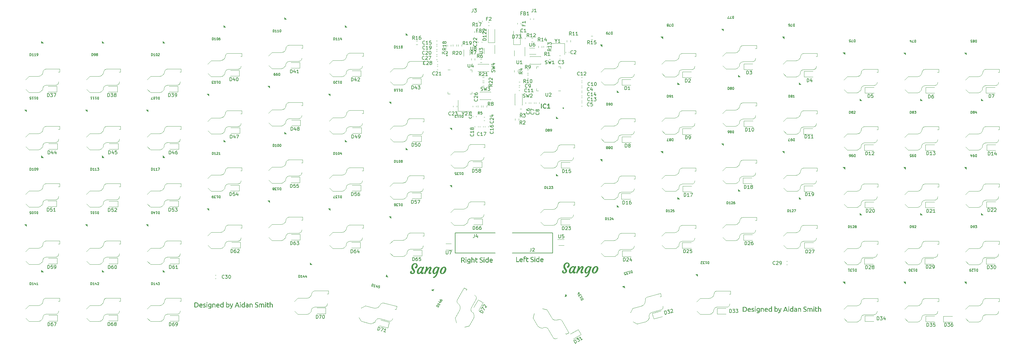
<source format=gbr>
%TF.GenerationSoftware,KiCad,Pcbnew,7.0.8*%
%TF.CreationDate,2025-08-29T19:41:29-04:00*%
%TF.ProjectId,Sango,53616e67-6f2e-46b6-9963-61645f706362,rev?*%
%TF.SameCoordinates,Original*%
%TF.FileFunction,Legend,Top*%
%TF.FilePolarity,Positive*%
%FSLAX46Y46*%
G04 Gerber Fmt 4.6, Leading zero omitted, Abs format (unit mm)*
G04 Created by KiCad (PCBNEW 7.0.8) date 2025-08-29 19:41:29*
%MOMM*%
%LPD*%
G01*
G04 APERTURE LIST*
%ADD10C,0.300000*%
%ADD11C,0.150000*%
%ADD12C,0.187500*%
%ADD13C,0.254000*%
%ADD14C,0.100000*%
%ADD15C,0.120000*%
%ADD16C,0.250000*%
G04 APERTURE END LIST*
D10*
G36*
X299993972Y-281147995D02*
G01*
X300016293Y-281148523D01*
X300038383Y-281149403D01*
X300060240Y-281150635D01*
X300081866Y-281152219D01*
X300103259Y-281154156D01*
X300124421Y-281156444D01*
X300145351Y-281159084D01*
X300166049Y-281162077D01*
X300186515Y-281165421D01*
X300206750Y-281169118D01*
X300226753Y-281173167D01*
X300246523Y-281177567D01*
X300266062Y-281182320D01*
X300285369Y-281187425D01*
X300304445Y-281192882D01*
X300323239Y-281198650D01*
X300341705Y-281204783D01*
X300359842Y-281211278D01*
X300377649Y-281218138D01*
X300395127Y-281225361D01*
X300412276Y-281232947D01*
X300429096Y-281240897D01*
X300445587Y-281249210D01*
X300461748Y-281257887D01*
X300477580Y-281266927D01*
X300493084Y-281276331D01*
X300508258Y-281286098D01*
X300523103Y-281296229D01*
X300537618Y-281306724D01*
X300551805Y-281317581D01*
X300565662Y-281328803D01*
X300579162Y-281340393D01*
X300592275Y-281352359D01*
X300605002Y-281364699D01*
X300617343Y-281377415D01*
X300629297Y-281390505D01*
X300640864Y-281403970D01*
X300652046Y-281417811D01*
X300662841Y-281432026D01*
X300673249Y-281446616D01*
X300683271Y-281461581D01*
X300692907Y-281476921D01*
X300702156Y-281492636D01*
X300711019Y-281508726D01*
X300719495Y-281525191D01*
X300727585Y-281542031D01*
X300735289Y-281559246D01*
X300742609Y-281576838D01*
X300749457Y-281594812D01*
X300755833Y-281613166D01*
X300761736Y-281631900D01*
X300767167Y-281651016D01*
X300772126Y-281670512D01*
X300776612Y-281690389D01*
X300780627Y-281710646D01*
X300784169Y-281731284D01*
X300787238Y-281752303D01*
X300789836Y-281773702D01*
X300791961Y-281795482D01*
X300793614Y-281817643D01*
X300794795Y-281840184D01*
X300795503Y-281863106D01*
X300795739Y-281886409D01*
X300795503Y-281909712D01*
X300794795Y-281932634D01*
X300793614Y-281955175D01*
X300791961Y-281977336D01*
X300789836Y-281999116D01*
X300787238Y-282020516D01*
X300784169Y-282041534D01*
X300780627Y-282062172D01*
X300776612Y-282082430D01*
X300772126Y-282102306D01*
X300767167Y-282121802D01*
X300761736Y-282140918D01*
X300755833Y-282159652D01*
X300749457Y-282178006D01*
X300742609Y-282195980D01*
X300735289Y-282213572D01*
X300727585Y-282230787D01*
X300719495Y-282247627D01*
X300711019Y-282264092D01*
X300702156Y-282280182D01*
X300692907Y-282295897D01*
X300683271Y-282311237D01*
X300673249Y-282326202D01*
X300662841Y-282340792D01*
X300652046Y-282355008D01*
X300640864Y-282368848D01*
X300629297Y-282382313D01*
X300617343Y-282395404D01*
X300605002Y-282408119D01*
X300592275Y-282420459D01*
X300579162Y-282432425D01*
X300565662Y-282444016D01*
X300551805Y-282455238D01*
X300537618Y-282466100D01*
X300523103Y-282476602D01*
X300508258Y-282486743D01*
X300493084Y-282496523D01*
X300477580Y-282505943D01*
X300461748Y-282515001D01*
X300445587Y-282523700D01*
X300429096Y-282532037D01*
X300412276Y-282540014D01*
X300395127Y-282547631D01*
X300377649Y-282554887D01*
X300359842Y-282561782D01*
X300341705Y-282568316D01*
X300323239Y-282574490D01*
X300304445Y-282580303D01*
X300285369Y-282585716D01*
X300266062Y-282590779D01*
X300246523Y-282595493D01*
X300226753Y-282599858D01*
X300206750Y-282603873D01*
X300186515Y-282607540D01*
X300166049Y-282610857D01*
X300145351Y-282613825D01*
X300124421Y-282616444D01*
X300103259Y-282618714D01*
X300081866Y-282620635D01*
X300060240Y-282622206D01*
X300038383Y-282623428D01*
X300016293Y-282624301D01*
X299993972Y-282624825D01*
X299971420Y-282625000D01*
X299954566Y-282624935D01*
X299937391Y-282624742D01*
X299919893Y-282624420D01*
X299902074Y-282623969D01*
X299883932Y-282623390D01*
X299865469Y-282622681D01*
X299846683Y-282621844D01*
X299827576Y-282620878D01*
X299808146Y-282619783D01*
X299788395Y-282618560D01*
X299775048Y-282617672D01*
X299755018Y-282616153D01*
X299735180Y-282614345D01*
X299715536Y-282612247D01*
X299696085Y-282609858D01*
X299676828Y-282607180D01*
X299657763Y-282604213D01*
X299638892Y-282600955D01*
X299620214Y-282597408D01*
X299601729Y-282593571D01*
X299583437Y-282589444D01*
X299571350Y-282586531D01*
X299571350Y-282432292D01*
X299799595Y-282432292D01*
X299814331Y-282433464D01*
X299829363Y-282434323D01*
X299846461Y-282435187D01*
X299854916Y-282435589D01*
X299870633Y-282436117D01*
X299888246Y-282436555D01*
X299903702Y-282436841D01*
X299920372Y-282437070D01*
X299938255Y-282437242D01*
X299957352Y-282437357D01*
X299972471Y-282437405D01*
X299988272Y-282437421D01*
X300006013Y-282437280D01*
X300023469Y-282436857D01*
X300040640Y-282436152D01*
X300057527Y-282435166D01*
X300074128Y-282433897D01*
X300090445Y-282432346D01*
X300106477Y-282430514D01*
X300122224Y-282428399D01*
X300137687Y-282426003D01*
X300152864Y-282423325D01*
X300167757Y-282420364D01*
X300182365Y-282417122D01*
X300196689Y-282413598D01*
X300224481Y-282405704D01*
X300251134Y-282396682D01*
X300276648Y-282386533D01*
X300301022Y-282375256D01*
X300324258Y-282362851D01*
X300346354Y-282349318D01*
X300367311Y-282334658D01*
X300387129Y-282318870D01*
X300405808Y-282301954D01*
X300414720Y-282293073D01*
X300431712Y-282274526D01*
X300447607Y-282255063D01*
X300462406Y-282234684D01*
X300476109Y-282213389D01*
X300488716Y-282191178D01*
X300500226Y-282168052D01*
X300510641Y-282144009D01*
X300519959Y-282119050D01*
X300528180Y-282093176D01*
X300535306Y-282066386D01*
X300541335Y-282038679D01*
X300546268Y-282010057D01*
X300548323Y-281995403D01*
X300550105Y-281980519D01*
X300551612Y-281965406D01*
X300552845Y-281950065D01*
X300553805Y-281934494D01*
X300554490Y-281918695D01*
X300554901Y-281902667D01*
X300555038Y-281886409D01*
X300554901Y-281870152D01*
X300554490Y-281854125D01*
X300553805Y-281838327D01*
X300552845Y-281822759D01*
X300551612Y-281807421D01*
X300550105Y-281792312D01*
X300548323Y-281777433D01*
X300546268Y-281762784D01*
X300541335Y-281734175D01*
X300535306Y-281706484D01*
X300528180Y-281679712D01*
X300519959Y-281653859D01*
X300510641Y-281628925D01*
X300500226Y-281604910D01*
X300488716Y-281581813D01*
X300476109Y-281559635D01*
X300462406Y-281538376D01*
X300447607Y-281518036D01*
X300431712Y-281498614D01*
X300414720Y-281480111D01*
X300396611Y-281462587D01*
X300377363Y-281446194D01*
X300356975Y-281430931D01*
X300335448Y-281416799D01*
X300312782Y-281403797D01*
X300288977Y-281391926D01*
X300264033Y-281381186D01*
X300237950Y-281371576D01*
X300210727Y-281363096D01*
X300182365Y-281355748D01*
X300167757Y-281352497D01*
X300152864Y-281349529D01*
X300137687Y-281346844D01*
X300122224Y-281344442D01*
X300106477Y-281342322D01*
X300090445Y-281340485D01*
X300074128Y-281338930D01*
X300057527Y-281337658D01*
X300040640Y-281336669D01*
X300023469Y-281335963D01*
X300006013Y-281335539D01*
X299988272Y-281335397D01*
X299972471Y-281335417D01*
X299957352Y-281335475D01*
X299938255Y-281335612D01*
X299920372Y-281335818D01*
X299903702Y-281336093D01*
X299888246Y-281336436D01*
X299870633Y-281336962D01*
X299854916Y-281337595D01*
X299838683Y-281338257D01*
X299823163Y-281338963D01*
X299807377Y-281339850D01*
X299799595Y-281340526D01*
X299799595Y-282432292D01*
X299571350Y-282432292D01*
X299571350Y-281186287D01*
X299589513Y-281181967D01*
X299607869Y-281177936D01*
X299626418Y-281174196D01*
X299645161Y-281170745D01*
X299664097Y-281167584D01*
X299683225Y-281164713D01*
X299702548Y-281162132D01*
X299722063Y-281159840D01*
X299741771Y-281157838D01*
X299761673Y-281156126D01*
X299775048Y-281155146D01*
X299795014Y-281153837D01*
X299814659Y-281152656D01*
X299833981Y-281151604D01*
X299852981Y-281150681D01*
X299871659Y-281149887D01*
X299890015Y-281149221D01*
X299908049Y-281148685D01*
X299925761Y-281148277D01*
X299943152Y-281147998D01*
X299960220Y-281147847D01*
X299971420Y-281147819D01*
X299993972Y-281147995D01*
G37*
G36*
X301533688Y-281500067D02*
G01*
X301560799Y-281501681D01*
X301587086Y-281504371D01*
X301612548Y-281508138D01*
X301637186Y-281512981D01*
X301661000Y-281518900D01*
X301683989Y-281525895D01*
X301706154Y-281533967D01*
X301727495Y-281543114D01*
X301748012Y-281553338D01*
X301767704Y-281564638D01*
X301786571Y-281577015D01*
X301804615Y-281590467D01*
X301821834Y-281604996D01*
X301838229Y-281620600D01*
X301853799Y-281637281D01*
X301868528Y-281655007D01*
X301882307Y-281673838D01*
X301895135Y-281693773D01*
X301907014Y-281714813D01*
X301917942Y-281736958D01*
X301927919Y-281760208D01*
X301936947Y-281784563D01*
X301945024Y-281810022D01*
X301952151Y-281836586D01*
X301958328Y-281864256D01*
X301963554Y-281893029D01*
X301965811Y-281907831D01*
X301967830Y-281922908D01*
X301969612Y-281938262D01*
X301971156Y-281953892D01*
X301972463Y-281969798D01*
X301973532Y-281985980D01*
X301974363Y-282002439D01*
X301974957Y-282019173D01*
X301975313Y-282036184D01*
X301975432Y-282053471D01*
X301975432Y-282068488D01*
X301975432Y-282084116D01*
X301975432Y-282085345D01*
X301974917Y-282101265D01*
X301973701Y-282116184D01*
X301971994Y-282130896D01*
X301971769Y-282132606D01*
X301222920Y-282132606D01*
X301224620Y-282150356D01*
X301226881Y-282167611D01*
X301229703Y-282184371D01*
X301233087Y-282200635D01*
X301237031Y-282216405D01*
X301241536Y-282231679D01*
X301246602Y-282246458D01*
X301252229Y-282260742D01*
X301258417Y-282274531D01*
X301265166Y-282287824D01*
X301272476Y-282300623D01*
X301284493Y-282318892D01*
X301297773Y-282336047D01*
X301312314Y-282352088D01*
X301317442Y-282357187D01*
X301333879Y-282371526D01*
X301345774Y-282380301D01*
X301358420Y-282388450D01*
X301371815Y-282395972D01*
X301385960Y-282402867D01*
X301400855Y-282409135D01*
X301416500Y-282414777D01*
X301432895Y-282419792D01*
X301450039Y-282424179D01*
X301467934Y-282427940D01*
X301486578Y-282431074D01*
X301505973Y-282433582D01*
X301526117Y-282435462D01*
X301547011Y-282436716D01*
X301568655Y-282437343D01*
X301579759Y-282437421D01*
X301598569Y-282437266D01*
X301616806Y-282436803D01*
X301634470Y-282436030D01*
X301651560Y-282434948D01*
X301668078Y-282433557D01*
X301684022Y-282431857D01*
X301699393Y-282429848D01*
X301714192Y-282427529D01*
X301733031Y-282423957D01*
X301750851Y-282419836D01*
X301767933Y-282415353D01*
X301784373Y-282410699D01*
X301800173Y-282405874D01*
X301815331Y-282400876D01*
X301829848Y-282395707D01*
X301843724Y-282390366D01*
X301860168Y-282383448D01*
X301869553Y-282379169D01*
X301900327Y-282582135D01*
X301885233Y-282589408D01*
X301871534Y-282595150D01*
X301856393Y-282600823D01*
X301839809Y-282606427D01*
X301821783Y-282611963D01*
X301807317Y-282616069D01*
X301792039Y-282620137D01*
X301775950Y-282624167D01*
X301764773Y-282626831D01*
X301747521Y-282630694D01*
X301729838Y-282634177D01*
X301711723Y-282637280D01*
X301693177Y-282640003D01*
X301674200Y-282642346D01*
X301654790Y-282644309D01*
X301634950Y-282645893D01*
X301614678Y-282647096D01*
X301593974Y-282647919D01*
X301572839Y-282648362D01*
X301558510Y-282648447D01*
X301540435Y-282648278D01*
X301522663Y-282647771D01*
X301505195Y-282646927D01*
X301488030Y-282645745D01*
X301471169Y-282644225D01*
X301454611Y-282642367D01*
X301438356Y-282640172D01*
X301422405Y-282637639D01*
X301406758Y-282634768D01*
X301391413Y-282631560D01*
X301376372Y-282628013D01*
X301361635Y-282624129D01*
X301347200Y-282619908D01*
X301333070Y-282615348D01*
X301319242Y-282610451D01*
X301305718Y-282605216D01*
X301286057Y-282596820D01*
X301267053Y-282587845D01*
X301248705Y-282578290D01*
X301231014Y-282568156D01*
X301213981Y-282557442D01*
X301197604Y-282546148D01*
X301181884Y-282534275D01*
X301166820Y-282521822D01*
X301152414Y-282508790D01*
X301138665Y-282495178D01*
X301129863Y-282485781D01*
X301117258Y-282471183D01*
X301105271Y-282456101D01*
X301093902Y-282440537D01*
X301083152Y-282424489D01*
X301073020Y-282407959D01*
X301063506Y-282390946D01*
X301054610Y-282373449D01*
X301046332Y-282355470D01*
X301038673Y-282337007D01*
X301031632Y-282318062D01*
X301027281Y-282305163D01*
X301021323Y-282285415D01*
X301015951Y-282265326D01*
X301011165Y-282244895D01*
X301006965Y-282224123D01*
X301003351Y-282203009D01*
X301000324Y-282181554D01*
X300997882Y-282159758D01*
X300996579Y-282145038D01*
X300995538Y-282130166D01*
X300994756Y-282115142D01*
X300994235Y-282099966D01*
X300993975Y-282084639D01*
X300993942Y-282076919D01*
X300994110Y-282059015D01*
X300994612Y-282041393D01*
X300995449Y-282024050D01*
X300996621Y-282006989D01*
X300998128Y-281990208D01*
X300999970Y-281973707D01*
X301002147Y-281957487D01*
X301004658Y-281941547D01*
X301007505Y-281925888D01*
X301008396Y-281921580D01*
X301228049Y-281921580D01*
X301747554Y-281921580D01*
X301747308Y-281905646D01*
X301745883Y-281890131D01*
X301743281Y-281875035D01*
X301739499Y-281860357D01*
X301734539Y-281846098D01*
X301728401Y-281832257D01*
X301721084Y-281818835D01*
X301712589Y-281805832D01*
X301702915Y-281793247D01*
X301692062Y-281781081D01*
X301684173Y-281773203D01*
X301671504Y-281762007D01*
X301657953Y-281751912D01*
X301643520Y-281742918D01*
X301628205Y-281735026D01*
X301612007Y-281728235D01*
X301594927Y-281722546D01*
X301576965Y-281717957D01*
X301558120Y-281714470D01*
X301538394Y-281712084D01*
X301517785Y-281710799D01*
X301503555Y-281710554D01*
X301487492Y-281710863D01*
X301471910Y-281711791D01*
X301456809Y-281713336D01*
X301442189Y-281715500D01*
X301424590Y-281719074D01*
X301407742Y-281723615D01*
X301391646Y-281729121D01*
X301388517Y-281730338D01*
X301373427Y-281736692D01*
X301359071Y-281743619D01*
X301345449Y-281751118D01*
X301332560Y-281759189D01*
X301320405Y-281767833D01*
X301308983Y-281777049D01*
X301304619Y-281780896D01*
X301292357Y-281792784D01*
X301281126Y-281805368D01*
X301270925Y-281818647D01*
X301261755Y-281832622D01*
X301253614Y-281847293D01*
X301251130Y-281852337D01*
X301244514Y-281867050D01*
X301238954Y-281880965D01*
X301233802Y-281896190D01*
X301229675Y-281912258D01*
X301228049Y-281921580D01*
X301008396Y-281921580D01*
X301010686Y-281910509D01*
X301014203Y-281895411D01*
X301018054Y-281880593D01*
X301022240Y-281866056D01*
X301026761Y-281851799D01*
X301031616Y-281837823D01*
X301036807Y-281824127D01*
X301045161Y-281804051D01*
X301054010Y-281784624D01*
X301063356Y-281765848D01*
X301073197Y-281747723D01*
X301083534Y-281730248D01*
X301094368Y-281713424D01*
X301105697Y-281697250D01*
X301117522Y-281681726D01*
X301129842Y-281666853D01*
X301142659Y-281652630D01*
X301151479Y-281643510D01*
X301165061Y-281630361D01*
X301179016Y-281617844D01*
X301193345Y-281605958D01*
X301208048Y-281594703D01*
X301223124Y-281584079D01*
X301238573Y-281574086D01*
X301254397Y-281564725D01*
X301270593Y-281555994D01*
X301287163Y-281547895D01*
X301304107Y-281540427D01*
X301315610Y-281535799D01*
X301333094Y-281529317D01*
X301350648Y-281523472D01*
X301368273Y-281518266D01*
X301385969Y-281513696D01*
X301403736Y-281509765D01*
X301421574Y-281506471D01*
X301439482Y-281503814D01*
X301457462Y-281501795D01*
X301475512Y-281500414D01*
X301493633Y-281499670D01*
X301505753Y-281499528D01*
X301533688Y-281500067D01*
G37*
G36*
X302496036Y-282437421D02*
G01*
X302517523Y-282437192D01*
X302537883Y-282436507D01*
X302557116Y-282435363D01*
X302575222Y-282433763D01*
X302592201Y-282431705D01*
X302608053Y-282429191D01*
X302622778Y-282426219D01*
X302640658Y-282421545D01*
X302656535Y-282416058D01*
X302667128Y-282411409D01*
X302682537Y-282402468D01*
X302695335Y-282392132D01*
X302705521Y-282380401D01*
X302713095Y-282367274D01*
X302718058Y-282352751D01*
X302720408Y-282336834D01*
X302720617Y-282330076D01*
X302719302Y-282312533D01*
X302715358Y-282296080D01*
X302708784Y-282280719D01*
X302699580Y-282266449D01*
X302687746Y-282253270D01*
X302676386Y-282243513D01*
X302666762Y-282236653D01*
X302652204Y-282227626D01*
X302635277Y-282218312D01*
X302621026Y-282211139D01*
X302605443Y-282203805D01*
X302588526Y-282196310D01*
X302570276Y-282188654D01*
X302550693Y-282180837D01*
X302536897Y-282175536D01*
X302522509Y-282170164D01*
X302507528Y-282164720D01*
X302491955Y-282159204D01*
X302483946Y-282156420D01*
X302468078Y-282150999D01*
X302452347Y-282145543D01*
X302436753Y-282140053D01*
X302421297Y-282134529D01*
X302405979Y-282128971D01*
X302390798Y-282123378D01*
X302375754Y-282117751D01*
X302360847Y-282112090D01*
X302346336Y-282106096D01*
X302332294Y-282099656D01*
X302318721Y-282092770D01*
X302305618Y-282085437D01*
X302292984Y-282077657D01*
X302280820Y-282069431D01*
X302266274Y-282058521D01*
X302257899Y-282051639D01*
X302244590Y-282039462D01*
X302232139Y-282026516D01*
X302220547Y-282012801D01*
X302209814Y-281998316D01*
X302199939Y-281983062D01*
X302192658Y-281970305D01*
X302187557Y-281960415D01*
X302181375Y-281946676D01*
X302176017Y-281932205D01*
X302171483Y-281917001D01*
X302167773Y-281901064D01*
X302164888Y-281884394D01*
X302162827Y-281866992D01*
X302161591Y-281848857D01*
X302161179Y-281829989D01*
X302161614Y-281811230D01*
X302162919Y-281792963D01*
X302165094Y-281775189D01*
X302168140Y-281757907D01*
X302172055Y-281741117D01*
X302176841Y-281724820D01*
X302182497Y-281709014D01*
X302189023Y-281693702D01*
X302196419Y-281678881D01*
X302204685Y-281664553D01*
X302213821Y-281650717D01*
X302223827Y-281637373D01*
X302234704Y-281624522D01*
X302246450Y-281612163D01*
X302259067Y-281600296D01*
X302272554Y-281588921D01*
X302286826Y-281578096D01*
X302301708Y-281567970D01*
X302317200Y-281558542D01*
X302333301Y-281549812D01*
X302350012Y-281541781D01*
X302367333Y-281534448D01*
X302385264Y-281527813D01*
X302403804Y-281521877D01*
X302422953Y-281516639D01*
X302442713Y-281512099D01*
X302463082Y-281508258D01*
X302484060Y-281505116D01*
X302505649Y-281502671D01*
X302527847Y-281500925D01*
X302550654Y-281499878D01*
X302574071Y-281499528D01*
X302588726Y-281499663D01*
X302603381Y-281500065D01*
X302618035Y-281500736D01*
X302632690Y-281501675D01*
X302647344Y-281502883D01*
X302661999Y-281504358D01*
X302667861Y-281505024D01*
X302682460Y-281506689D01*
X302699530Y-281508853D01*
X302716111Y-281511197D01*
X302732202Y-281513722D01*
X302747804Y-281516427D01*
X302755422Y-281517847D01*
X302770337Y-281520646D01*
X302786891Y-281524042D01*
X302802534Y-281527578D01*
X302817265Y-281531255D01*
X302827229Y-281533967D01*
X302842502Y-281538249D01*
X302857179Y-281542668D01*
X302871261Y-281547225D01*
X302884748Y-281551919D01*
X302844082Y-281769539D01*
X302829692Y-281762249D01*
X302814229Y-281755264D01*
X302797692Y-281748582D01*
X302783690Y-281743456D01*
X302769001Y-281738524D01*
X302753626Y-281733787D01*
X302737563Y-281729245D01*
X302733440Y-281728140D01*
X302716524Y-281724018D01*
X302698750Y-281720446D01*
X302680117Y-281717424D01*
X302665578Y-281715517D01*
X302650557Y-281713920D01*
X302635053Y-281712632D01*
X302619065Y-281711653D01*
X302602595Y-281710984D01*
X302585642Y-281710623D01*
X302574071Y-281710554D01*
X302559299Y-281710793D01*
X302540234Y-281711852D01*
X302521890Y-281713758D01*
X302504267Y-281716511D01*
X302487366Y-281720112D01*
X302471186Y-281724560D01*
X302455727Y-281729855D01*
X302440989Y-281735997D01*
X302437418Y-281737665D01*
X302424194Y-281744792D01*
X302410144Y-281754941D01*
X302398849Y-281766466D01*
X302390309Y-281779370D01*
X302384524Y-281793650D01*
X302381493Y-281809308D01*
X302380997Y-281819364D01*
X302381954Y-281835271D01*
X302384823Y-281850019D01*
X302390254Y-281865046D01*
X302393087Y-281870655D01*
X302402268Y-281883879D01*
X302412917Y-281895291D01*
X302424280Y-281905045D01*
X302432288Y-281910956D01*
X302444690Y-281919042D01*
X302458495Y-281926954D01*
X302473702Y-281934690D01*
X302487853Y-281941182D01*
X302500432Y-281946493D01*
X302516687Y-281952740D01*
X302531137Y-281958044D01*
X302546411Y-281963437D01*
X302562507Y-281968920D01*
X302579427Y-281974493D01*
X302593555Y-281979015D01*
X302600816Y-281981297D01*
X302615375Y-281986103D01*
X302629650Y-281990902D01*
X302643642Y-281995694D01*
X302661857Y-282002074D01*
X302679569Y-282008442D01*
X302696776Y-282014799D01*
X302713480Y-282021145D01*
X302729680Y-282027479D01*
X302741500Y-282032222D01*
X302756801Y-282038679D01*
X302771565Y-282045594D01*
X302785790Y-282052967D01*
X302799477Y-282060799D01*
X302812626Y-282069088D01*
X302825237Y-282077834D01*
X302837310Y-282087039D01*
X302848845Y-282096702D01*
X302859784Y-282106852D01*
X302870071Y-282117516D01*
X302879705Y-282128696D01*
X302888687Y-282140391D01*
X302897016Y-282152601D01*
X302904692Y-282165327D01*
X302911716Y-282178567D01*
X302918087Y-282192323D01*
X302923755Y-282206720D01*
X302928666Y-282221884D01*
X302932822Y-282237815D01*
X302936222Y-282254514D01*
X302938867Y-282271979D01*
X302940756Y-282290211D01*
X302941890Y-282309211D01*
X302942244Y-282323964D01*
X302942267Y-282328977D01*
X302941811Y-282348415D01*
X302940441Y-282367251D01*
X302938159Y-282385486D01*
X302934963Y-282403120D01*
X302930854Y-282420153D01*
X302925833Y-282436585D01*
X302919898Y-282452416D01*
X302913050Y-282467646D01*
X302905289Y-282482275D01*
X302896615Y-282496303D01*
X302887028Y-282509729D01*
X302876528Y-282522555D01*
X302865115Y-282534779D01*
X302852789Y-282546403D01*
X302839550Y-282557425D01*
X302825397Y-282567847D01*
X302810414Y-282577607D01*
X302794680Y-282586737D01*
X302778196Y-282595238D01*
X302760963Y-282603109D01*
X302742980Y-282610351D01*
X302724246Y-282616962D01*
X302704763Y-282622944D01*
X302684530Y-282628297D01*
X302663547Y-282633019D01*
X302641814Y-282637112D01*
X302619332Y-282640576D01*
X302596099Y-282643409D01*
X302572116Y-282645613D01*
X302547384Y-282647187D01*
X302521902Y-282648132D01*
X302495669Y-282648447D01*
X302477509Y-282648351D01*
X302459846Y-282648063D01*
X302442681Y-282647584D01*
X302426014Y-282646913D01*
X302409846Y-282646050D01*
X302394175Y-282644995D01*
X302379002Y-282643748D01*
X302364328Y-282642310D01*
X302343250Y-282639793D01*
X302323292Y-282636845D01*
X302304455Y-282633465D01*
X302286739Y-282629653D01*
X302270143Y-282625411D01*
X302264860Y-282623900D01*
X302249656Y-282619366D01*
X302235232Y-282614966D01*
X302217211Y-282609310D01*
X302200576Y-282603895D01*
X302185326Y-282598720D01*
X302171461Y-282593786D01*
X302156079Y-282587956D01*
X302142861Y-282582501D01*
X302183161Y-282370010D01*
X302198336Y-282375684D01*
X302214781Y-282381716D01*
X302228852Y-282386800D01*
X302243735Y-282392112D01*
X302259432Y-282397653D01*
X302275941Y-282403424D01*
X302293263Y-282409423D01*
X302302229Y-282412508D01*
X302316321Y-282416960D01*
X302331256Y-282420975D01*
X302347035Y-282424551D01*
X302363658Y-282427689D01*
X302381124Y-282430390D01*
X302399434Y-282432653D01*
X302418588Y-282434477D01*
X302438585Y-282435864D01*
X302459426Y-282436813D01*
X302481111Y-282437324D01*
X302496036Y-282437421D01*
G37*
G36*
X303384836Y-282625000D02*
G01*
X303165383Y-282625000D01*
X303165383Y-281499528D01*
X303384836Y-281499528D01*
X303384836Y-282625000D01*
G37*
G36*
X303273827Y-281335397D02*
G01*
X303256369Y-281334467D01*
X303239717Y-281331676D01*
X303223869Y-281327025D01*
X303208826Y-281320514D01*
X303194588Y-281312142D01*
X303181156Y-281301909D01*
X303176008Y-281297295D01*
X303164398Y-281284745D01*
X303154756Y-281270906D01*
X303147082Y-281255779D01*
X303141375Y-281239364D01*
X303137636Y-281221661D01*
X303136062Y-281206572D01*
X303135708Y-281194713D01*
X303136337Y-281179006D01*
X303138227Y-281164122D01*
X303142359Y-281146677D01*
X303148459Y-281130519D01*
X303156527Y-281115650D01*
X303166563Y-281102069D01*
X303176008Y-281092131D01*
X303189119Y-281081155D01*
X303203034Y-281072039D01*
X303217755Y-281064783D01*
X303233281Y-281059388D01*
X303249612Y-281055853D01*
X303266747Y-281054178D01*
X303273827Y-281054030D01*
X303291381Y-281054960D01*
X303308095Y-281057750D01*
X303323968Y-281062402D01*
X303339000Y-281068913D01*
X303353191Y-281077285D01*
X303366542Y-281087517D01*
X303371646Y-281092131D01*
X303383362Y-281104682D01*
X303393092Y-281118521D01*
X303400836Y-281133648D01*
X303406594Y-281150063D01*
X303410367Y-281167766D01*
X303411955Y-281182855D01*
X303412313Y-281194713D01*
X303411677Y-281210421D01*
X303409771Y-281225305D01*
X303405601Y-281242750D01*
X303399446Y-281258907D01*
X303391304Y-281273777D01*
X303381178Y-281287358D01*
X303371646Y-281297295D01*
X303358632Y-281308272D01*
X303344777Y-281317388D01*
X303330082Y-281324644D01*
X303314545Y-281330039D01*
X303298168Y-281333574D01*
X303280950Y-281335248D01*
X303273827Y-281335397D01*
G37*
G36*
X304195142Y-281499609D02*
G01*
X304211994Y-281499849D01*
X304228572Y-281500250D01*
X304244876Y-281500811D01*
X304260904Y-281501532D01*
X304276658Y-281502414D01*
X304292137Y-281503455D01*
X304307341Y-281504658D01*
X304322270Y-281506020D01*
X304336925Y-281507543D01*
X304358391Y-281510127D01*
X304379240Y-281513072D01*
X304399470Y-281516378D01*
X304419082Y-281520045D01*
X304438238Y-281523813D01*
X304456962Y-281527562D01*
X304475255Y-281531292D01*
X304493116Y-281535003D01*
X304510546Y-281538694D01*
X304527544Y-281542366D01*
X304544111Y-281546018D01*
X304560247Y-281549652D01*
X304575951Y-281553266D01*
X304591223Y-281556860D01*
X304601165Y-281559246D01*
X304601165Y-282536339D01*
X304601034Y-282552185D01*
X304600640Y-282567758D01*
X304599983Y-282583057D01*
X304599064Y-282598083D01*
X304597882Y-282612836D01*
X304594731Y-282641521D01*
X304590529Y-282669113D01*
X304585277Y-282695611D01*
X304578974Y-282721016D01*
X304571621Y-282745328D01*
X304563218Y-282768546D01*
X304553764Y-282790671D01*
X304543260Y-282811703D01*
X304531705Y-282831641D01*
X304519100Y-282850486D01*
X304505444Y-282868237D01*
X304490738Y-282884896D01*
X304474981Y-282900460D01*
X304466709Y-282907833D01*
X304449371Y-282921852D01*
X304430972Y-282934967D01*
X304411510Y-282947177D01*
X304390986Y-282958483D01*
X304369401Y-282968884D01*
X304346754Y-282978381D01*
X304323044Y-282986973D01*
X304298273Y-282994661D01*
X304272440Y-283001445D01*
X304245545Y-283007324D01*
X304217589Y-283012298D01*
X304188570Y-283016368D01*
X304173663Y-283018064D01*
X304158490Y-283019534D01*
X304143051Y-283020777D01*
X304127347Y-283021795D01*
X304111378Y-283022586D01*
X304095143Y-283023152D01*
X304078642Y-283023491D01*
X304061877Y-283023604D01*
X304042402Y-283023452D01*
X304023134Y-283022998D01*
X304004071Y-283022242D01*
X303985215Y-283021182D01*
X303966565Y-283019820D01*
X303948121Y-283018156D01*
X303929883Y-283016188D01*
X303911851Y-283013918D01*
X303894025Y-283011345D01*
X303876405Y-283008470D01*
X303864773Y-283006385D01*
X303847522Y-283003135D01*
X303830529Y-282999704D01*
X303813794Y-282996094D01*
X303797316Y-282992303D01*
X303781096Y-282988331D01*
X303765133Y-282984180D01*
X303749428Y-282979848D01*
X303733981Y-282975335D01*
X303718791Y-282970643D01*
X303703859Y-282965770D01*
X303694047Y-282962421D01*
X303734713Y-282749197D01*
X303752688Y-282755998D01*
X303771075Y-282762478D01*
X303785136Y-282767127D01*
X303799428Y-282771597D01*
X303813953Y-282775886D01*
X303828709Y-282779994D01*
X303843697Y-282783923D01*
X303858917Y-282787671D01*
X303874368Y-282791239D01*
X303890052Y-282794626D01*
X303905981Y-282797834D01*
X303922033Y-282800727D01*
X303938207Y-282803304D01*
X303954503Y-282805566D01*
X303970922Y-282807512D01*
X303987463Y-282809142D01*
X304004127Y-282810457D01*
X304020913Y-282811456D01*
X304037821Y-282812140D01*
X304054851Y-282812508D01*
X304066273Y-282812578D01*
X304087233Y-282812326D01*
X304107432Y-282811571D01*
X304126869Y-282810311D01*
X304145545Y-282808548D01*
X304163460Y-282806281D01*
X304180613Y-282803510D01*
X304197005Y-282800236D01*
X304212636Y-282796458D01*
X304227505Y-282792176D01*
X304241613Y-282787390D01*
X304261347Y-282779267D01*
X304279368Y-282770011D01*
X304295676Y-282759621D01*
X304310272Y-282748098D01*
X304323432Y-282735325D01*
X304335297Y-282721187D01*
X304345869Y-282705684D01*
X304355146Y-282688816D01*
X304363128Y-282670582D01*
X304369816Y-282650983D01*
X304375209Y-282630018D01*
X304378086Y-282615284D01*
X304380387Y-282599942D01*
X304382113Y-282583994D01*
X304383264Y-282567439D01*
X304383839Y-282550277D01*
X304383911Y-282541468D01*
X304383911Y-282518387D01*
X304370491Y-282524720D01*
X304356529Y-282530327D01*
X304341312Y-282536160D01*
X304326795Y-282541587D01*
X304310194Y-282547689D01*
X304301113Y-282550994D01*
X304286949Y-282555839D01*
X304272347Y-282560207D01*
X304257308Y-282564099D01*
X304241830Y-282567515D01*
X304225915Y-282570453D01*
X304209562Y-282572916D01*
X304192770Y-282574901D01*
X304175541Y-282576410D01*
X304157874Y-282577443D01*
X304139769Y-282577999D01*
X304127456Y-282578105D01*
X304108662Y-282577828D01*
X304090061Y-282576997D01*
X304071653Y-282575613D01*
X304053439Y-282573674D01*
X304035418Y-282571182D01*
X304017590Y-282568136D01*
X303999955Y-282564536D01*
X303982513Y-282560382D01*
X303965265Y-282555674D01*
X303948209Y-282550413D01*
X303936946Y-282546598D01*
X303920313Y-282540315D01*
X303904072Y-282533421D01*
X303888225Y-282525915D01*
X303872770Y-282517798D01*
X303857708Y-282509068D01*
X303843038Y-282499727D01*
X303828762Y-282489774D01*
X303814878Y-282479209D01*
X303801388Y-282468033D01*
X303788290Y-282456244D01*
X303779776Y-282448046D01*
X303767388Y-282435260D01*
X303755502Y-282421908D01*
X303744118Y-282407989D01*
X303733236Y-282393503D01*
X303722857Y-282378451D01*
X303712981Y-282362832D01*
X303703606Y-282346646D01*
X303694734Y-282329893D01*
X303686364Y-282312574D01*
X303678497Y-282294688D01*
X303673531Y-282282449D01*
X303666590Y-282263508D01*
X303660333Y-282243916D01*
X303654758Y-282223674D01*
X303649866Y-282202782D01*
X303645656Y-282181239D01*
X303643229Y-282166516D01*
X303641105Y-282151503D01*
X303639285Y-282136202D01*
X303637768Y-282120611D01*
X303636554Y-282104732D01*
X303635644Y-282088563D01*
X303635037Y-282072105D01*
X303634734Y-282055359D01*
X303634696Y-282046877D01*
X303634700Y-282046510D01*
X303862575Y-282046510D01*
X303862781Y-282062294D01*
X303863399Y-282077633D01*
X303864429Y-282092527D01*
X303866444Y-282111696D01*
X303869192Y-282130074D01*
X303872672Y-282147662D01*
X303876886Y-282164461D01*
X303881832Y-282180469D01*
X303886022Y-282191957D01*
X303892130Y-282206566D01*
X303898730Y-282220533D01*
X303905823Y-282233860D01*
X303913408Y-282246545D01*
X303923581Y-282261500D01*
X303934524Y-282275454D01*
X303946235Y-282288405D01*
X303948670Y-282290875D01*
X303961330Y-282302519D01*
X303974580Y-282313179D01*
X303988421Y-282322855D01*
X304002852Y-282331547D01*
X304017873Y-282339256D01*
X304033485Y-282345980D01*
X304039895Y-282348394D01*
X304056118Y-282353777D01*
X304072503Y-282358248D01*
X304089048Y-282361806D01*
X304105755Y-282364452D01*
X304122622Y-282366185D01*
X304139650Y-282367006D01*
X304146507Y-282367079D01*
X304165357Y-282366741D01*
X304183807Y-282365728D01*
X304201856Y-282364039D01*
X304219505Y-282361675D01*
X304236753Y-282358636D01*
X304253600Y-282354920D01*
X304270046Y-282350530D01*
X304286092Y-282345464D01*
X304301530Y-282340008D01*
X304315973Y-282334450D01*
X304332626Y-282327357D01*
X304347722Y-282320103D01*
X304361262Y-282312688D01*
X304375456Y-282303577D01*
X304381713Y-282298935D01*
X304381713Y-281730704D01*
X304366135Y-281726933D01*
X304349706Y-281723762D01*
X304335070Y-281721293D01*
X304318450Y-281718747D01*
X304312470Y-281717882D01*
X304296393Y-281715771D01*
X304278617Y-281714018D01*
X304263172Y-281712873D01*
X304246640Y-281711957D01*
X304229020Y-281711270D01*
X304210313Y-281710812D01*
X304195569Y-281710619D01*
X304180212Y-281710554D01*
X304161346Y-281710912D01*
X304143032Y-281711985D01*
X304125271Y-281713774D01*
X304108061Y-281716279D01*
X304091405Y-281719499D01*
X304075300Y-281723434D01*
X304059749Y-281728085D01*
X304044749Y-281733452D01*
X304030302Y-281739534D01*
X304016407Y-281746332D01*
X304003065Y-281753845D01*
X303990275Y-281762074D01*
X303978038Y-281771019D01*
X303966353Y-281780679D01*
X303955220Y-281791054D01*
X303944640Y-281802145D01*
X303934702Y-281813833D01*
X303925406Y-281825999D01*
X303916751Y-281838643D01*
X303908736Y-281851765D01*
X303901363Y-281865365D01*
X303894631Y-281879442D01*
X303888541Y-281893998D01*
X303883091Y-281909032D01*
X303878282Y-281924544D01*
X303874115Y-281940534D01*
X303870589Y-281957002D01*
X303867704Y-281973947D01*
X303865460Y-281991371D01*
X303863857Y-282009273D01*
X303862895Y-282027653D01*
X303862575Y-282046510D01*
X303634700Y-282046510D01*
X303634839Y-282032023D01*
X303635268Y-282017321D01*
X303636449Y-281995553D01*
X303638274Y-281974126D01*
X303640742Y-281953041D01*
X303643855Y-281932296D01*
X303647612Y-281911893D01*
X303652012Y-281891832D01*
X303657057Y-281872111D01*
X303662746Y-281852732D01*
X303669078Y-281833695D01*
X303671332Y-281827424D01*
X303678498Y-281808909D01*
X303686256Y-281790871D01*
X303694607Y-281773309D01*
X303703550Y-281756224D01*
X303713085Y-281739615D01*
X303723213Y-281723483D01*
X303733933Y-281707827D01*
X303745246Y-281692648D01*
X303757152Y-281677946D01*
X303769650Y-281663720D01*
X303778311Y-281654501D01*
X303791770Y-281641111D01*
X303805771Y-281628281D01*
X303820312Y-281616012D01*
X303835395Y-281604303D01*
X303851018Y-281593154D01*
X303867183Y-281582566D01*
X303883888Y-281572538D01*
X303901134Y-281563070D01*
X303918922Y-281554162D01*
X303937250Y-281545815D01*
X303949769Y-281540561D01*
X303969019Y-281533228D01*
X303988714Y-281526617D01*
X304008853Y-281520726D01*
X304029436Y-281515557D01*
X304050464Y-281511109D01*
X304071936Y-281507382D01*
X304086498Y-281505299D01*
X304101257Y-281503536D01*
X304116213Y-281502093D01*
X304131367Y-281500971D01*
X304146719Y-281500170D01*
X304162268Y-281499689D01*
X304178014Y-281499528D01*
X304195142Y-281499609D01*
G37*
G36*
X304909277Y-281557048D02*
G01*
X304923950Y-281553476D01*
X304939253Y-281549904D01*
X304955188Y-281546331D01*
X304971754Y-281542759D01*
X304988951Y-281539187D01*
X305006779Y-281535615D01*
X305025238Y-281532043D01*
X305044328Y-281528471D01*
X305064050Y-281524899D01*
X305084402Y-281521327D01*
X305098321Y-281518946D01*
X305119775Y-281515476D01*
X305134407Y-281513352D01*
X305149302Y-281511380D01*
X305164460Y-281509559D01*
X305179882Y-281507891D01*
X305195567Y-281506374D01*
X305211515Y-281505009D01*
X305227727Y-281503795D01*
X305244201Y-281502733D01*
X305260940Y-281501823D01*
X305277941Y-281501064D01*
X305295206Y-281500458D01*
X305312734Y-281500003D01*
X305330526Y-281499699D01*
X305348581Y-281499547D01*
X305357707Y-281499528D01*
X305374159Y-281499674D01*
X305390268Y-281500112D01*
X305406033Y-281500842D01*
X305421454Y-281501864D01*
X305436533Y-281503178D01*
X305451267Y-281504783D01*
X305472725Y-281507739D01*
X305493411Y-281511352D01*
X305513323Y-281515622D01*
X305532463Y-281520549D01*
X305550830Y-281526132D01*
X305568424Y-281532372D01*
X305579724Y-281536898D01*
X305596169Y-281544172D01*
X305611984Y-281551980D01*
X305627167Y-281560323D01*
X305641720Y-281569201D01*
X305655641Y-281578613D01*
X305668931Y-281588559D01*
X305681590Y-281599040D01*
X305693617Y-281610056D01*
X305705014Y-281621606D01*
X305715780Y-281633691D01*
X305722606Y-281642044D01*
X305732352Y-281654912D01*
X305741531Y-281668238D01*
X305750143Y-281682020D01*
X305758189Y-281696260D01*
X305765668Y-281710957D01*
X305772580Y-281726112D01*
X305778926Y-281741724D01*
X305784705Y-281757792D01*
X305789917Y-281774318D01*
X305794562Y-281791302D01*
X305797344Y-281802878D01*
X305801207Y-281820487D01*
X305804690Y-281838418D01*
X305807793Y-281856671D01*
X305810516Y-281875246D01*
X305812859Y-281894144D01*
X305814822Y-281913363D01*
X305816406Y-281932904D01*
X305817609Y-281952767D01*
X305818432Y-281972952D01*
X305818875Y-281993459D01*
X305818960Y-282007309D01*
X305818960Y-282625000D01*
X305599141Y-282625000D01*
X305599141Y-282059333D01*
X305599022Y-282041456D01*
X305598665Y-282024093D01*
X305598069Y-282007246D01*
X305597235Y-281990915D01*
X305596163Y-281975098D01*
X305594852Y-281959796D01*
X305593303Y-281945010D01*
X305590868Y-281926097D01*
X305588008Y-281908099D01*
X305585586Y-281895202D01*
X305582025Y-281878778D01*
X305577938Y-281863214D01*
X305573324Y-281848508D01*
X305568183Y-281834660D01*
X305561017Y-281818558D01*
X305553028Y-281803798D01*
X305544216Y-281790380D01*
X305542355Y-281787857D01*
X305532580Y-281775800D01*
X305521804Y-281764816D01*
X305510026Y-281754906D01*
X305497246Y-281746069D01*
X305483465Y-281738305D01*
X305468681Y-281731615D01*
X305462487Y-281729239D01*
X305446176Y-281723856D01*
X305428613Y-281719386D01*
X305413661Y-281716466D01*
X305397907Y-281714131D01*
X305381352Y-281712379D01*
X305363995Y-281711211D01*
X305345837Y-281710627D01*
X305336458Y-281710554D01*
X305320727Y-281710692D01*
X305304676Y-281711104D01*
X305288304Y-281711791D01*
X305271612Y-281712752D01*
X305255125Y-281713760D01*
X305239005Y-281714951D01*
X305223251Y-281716325D01*
X305207864Y-281717882D01*
X305193072Y-281719576D01*
X305177417Y-281721592D01*
X305162804Y-281723723D01*
X305153642Y-281725209D01*
X305138976Y-281727493D01*
X305128729Y-281729239D01*
X305128729Y-282625000D01*
X304909277Y-282625000D01*
X304909277Y-281557048D01*
G37*
G36*
X306592446Y-281500067D02*
G01*
X306619557Y-281501681D01*
X306645844Y-281504371D01*
X306671306Y-281508138D01*
X306695944Y-281512981D01*
X306719758Y-281518900D01*
X306742747Y-281525895D01*
X306764912Y-281533967D01*
X306786253Y-281543114D01*
X306806769Y-281553338D01*
X306826461Y-281564638D01*
X306845329Y-281577015D01*
X306863373Y-281590467D01*
X306880592Y-281604996D01*
X306896987Y-281620600D01*
X306912557Y-281637281D01*
X306927286Y-281655007D01*
X306941065Y-281673838D01*
X306953893Y-281693773D01*
X306965771Y-281714813D01*
X306976699Y-281736958D01*
X306986677Y-281760208D01*
X306995705Y-281784563D01*
X307003782Y-281810022D01*
X307010909Y-281836586D01*
X307017085Y-281864256D01*
X307022312Y-281893029D01*
X307024569Y-281907831D01*
X307026588Y-281922908D01*
X307028370Y-281938262D01*
X307029914Y-281953892D01*
X307031220Y-281969798D01*
X307032289Y-281985980D01*
X307033121Y-282002439D01*
X307033715Y-282019173D01*
X307034071Y-282036184D01*
X307034190Y-282053471D01*
X307034190Y-282068488D01*
X307034190Y-282084116D01*
X307034190Y-282085345D01*
X307033675Y-282101265D01*
X307032458Y-282116184D01*
X307030752Y-282130896D01*
X307030526Y-282132606D01*
X306281678Y-282132606D01*
X306283378Y-282150356D01*
X306285639Y-282167611D01*
X306288461Y-282184371D01*
X306291844Y-282200635D01*
X306295789Y-282216405D01*
X306300294Y-282231679D01*
X306305360Y-282246458D01*
X306310987Y-282260742D01*
X306317175Y-282274531D01*
X306323924Y-282287824D01*
X306331234Y-282300623D01*
X306343251Y-282318892D01*
X306356531Y-282336047D01*
X306371072Y-282352088D01*
X306376200Y-282357187D01*
X306392637Y-282371526D01*
X306404532Y-282380301D01*
X306417177Y-282388450D01*
X306430573Y-282395972D01*
X306444718Y-282402867D01*
X306459613Y-282409135D01*
X306475258Y-282414777D01*
X306491652Y-282419792D01*
X306508797Y-282424179D01*
X306526692Y-282427940D01*
X306545336Y-282431074D01*
X306564731Y-282433582D01*
X306584875Y-282435462D01*
X306605769Y-282436716D01*
X306627413Y-282437343D01*
X306638517Y-282437421D01*
X306657327Y-282437266D01*
X306675564Y-282436803D01*
X306693228Y-282436030D01*
X306710318Y-282434948D01*
X306726836Y-282433557D01*
X306742780Y-282431857D01*
X306758151Y-282429848D01*
X306772949Y-282427529D01*
X306791789Y-282423957D01*
X306809609Y-282419836D01*
X306826690Y-282415353D01*
X306843131Y-282410699D01*
X306858931Y-282405874D01*
X306874089Y-282400876D01*
X306888606Y-282395707D01*
X306902482Y-282390366D01*
X306918926Y-282383448D01*
X306928311Y-282379169D01*
X306959085Y-282582135D01*
X306943991Y-282589408D01*
X306930292Y-282595150D01*
X306915151Y-282600823D01*
X306898567Y-282606427D01*
X306880541Y-282611963D01*
X306866075Y-282616069D01*
X306850797Y-282620137D01*
X306834708Y-282624167D01*
X306823531Y-282626831D01*
X306806279Y-282630694D01*
X306788596Y-282634177D01*
X306770481Y-282637280D01*
X306751935Y-282640003D01*
X306732957Y-282642346D01*
X306713548Y-282644309D01*
X306693708Y-282645893D01*
X306673436Y-282647096D01*
X306652732Y-282647919D01*
X306631597Y-282648362D01*
X306617267Y-282648447D01*
X306599193Y-282648278D01*
X306581421Y-282647771D01*
X306563953Y-282646927D01*
X306546788Y-282645745D01*
X306529927Y-282644225D01*
X306513369Y-282642367D01*
X306497114Y-282640172D01*
X306481163Y-282637639D01*
X306465515Y-282634768D01*
X306450171Y-282631560D01*
X306435130Y-282628013D01*
X306420392Y-282624129D01*
X306405958Y-282619908D01*
X306391828Y-282615348D01*
X306378000Y-282610451D01*
X306364476Y-282605216D01*
X306344815Y-282596820D01*
X306325810Y-282587845D01*
X306307463Y-282578290D01*
X306289772Y-282568156D01*
X306272738Y-282557442D01*
X306256361Y-282546148D01*
X306240641Y-282534275D01*
X306225578Y-282521822D01*
X306211172Y-282508790D01*
X306197423Y-282495178D01*
X306188621Y-282485781D01*
X306176016Y-282471183D01*
X306164029Y-282456101D01*
X306152660Y-282440537D01*
X306141910Y-282424489D01*
X306131778Y-282407959D01*
X306122264Y-282390946D01*
X306113368Y-282373449D01*
X306105090Y-282355470D01*
X306097431Y-282337007D01*
X306090390Y-282318062D01*
X306086039Y-282305163D01*
X306080081Y-282285415D01*
X306074709Y-282265326D01*
X306069923Y-282244895D01*
X306065723Y-282224123D01*
X306062109Y-282203009D01*
X306059081Y-282181554D01*
X306056640Y-282159758D01*
X306055337Y-282145038D01*
X306054295Y-282130166D01*
X306053514Y-282115142D01*
X306052993Y-282099966D01*
X306052733Y-282084639D01*
X306052700Y-282076919D01*
X306052868Y-282059015D01*
X306053370Y-282041393D01*
X306054207Y-282024050D01*
X306055379Y-282006989D01*
X306056886Y-281990208D01*
X306058728Y-281973707D01*
X306060905Y-281957487D01*
X306063416Y-281941547D01*
X306066263Y-281925888D01*
X306067154Y-281921580D01*
X306286807Y-281921580D01*
X306806311Y-281921580D01*
X306806066Y-281905646D01*
X306804641Y-281890131D01*
X306802038Y-281875035D01*
X306798257Y-281860357D01*
X306793297Y-281846098D01*
X306787159Y-281832257D01*
X306779842Y-281818835D01*
X306771347Y-281805832D01*
X306761673Y-281793247D01*
X306750820Y-281781081D01*
X306742930Y-281773203D01*
X306730262Y-281762007D01*
X306716711Y-281751912D01*
X306702278Y-281742918D01*
X306686963Y-281735026D01*
X306670765Y-281728235D01*
X306653685Y-281722546D01*
X306635723Y-281717957D01*
X306616878Y-281714470D01*
X306597151Y-281712084D01*
X306576542Y-281710799D01*
X306562313Y-281710554D01*
X306546250Y-281710863D01*
X306530668Y-281711791D01*
X306515567Y-281713336D01*
X306500947Y-281715500D01*
X306483348Y-281719074D01*
X306466500Y-281723615D01*
X306450404Y-281729121D01*
X306447274Y-281730338D01*
X306432185Y-281736692D01*
X306417829Y-281743619D01*
X306404207Y-281751118D01*
X306391318Y-281759189D01*
X306379163Y-281767833D01*
X306367740Y-281777049D01*
X306363377Y-281780896D01*
X306351115Y-281792784D01*
X306339884Y-281805368D01*
X306329683Y-281818647D01*
X306320512Y-281832622D01*
X306312372Y-281847293D01*
X306309888Y-281852337D01*
X306303272Y-281867050D01*
X306297712Y-281880965D01*
X306292560Y-281896190D01*
X306288433Y-281912258D01*
X306286807Y-281921580D01*
X306067154Y-281921580D01*
X306069444Y-281910509D01*
X306072960Y-281895411D01*
X306076811Y-281880593D01*
X306080997Y-281866056D01*
X306085518Y-281851799D01*
X306090374Y-281837823D01*
X306095565Y-281824127D01*
X306103918Y-281804051D01*
X306112768Y-281784624D01*
X306122114Y-281765848D01*
X306131955Y-281747723D01*
X306142292Y-281730248D01*
X306153125Y-281713424D01*
X306164454Y-281697250D01*
X306176279Y-281681726D01*
X306188600Y-281666853D01*
X306201417Y-281652630D01*
X306210237Y-281643510D01*
X306223819Y-281630361D01*
X306237774Y-281617844D01*
X306252103Y-281605958D01*
X306266806Y-281594703D01*
X306281882Y-281584079D01*
X306297331Y-281574086D01*
X306313154Y-281564725D01*
X306329351Y-281555994D01*
X306345921Y-281547895D01*
X306362865Y-281540427D01*
X306374368Y-281535799D01*
X306391851Y-281529317D01*
X306409406Y-281523472D01*
X306427031Y-281518266D01*
X306444727Y-281513696D01*
X306462494Y-281509765D01*
X306480332Y-281506471D01*
X306498240Y-281503814D01*
X306516220Y-281501795D01*
X306534270Y-281500414D01*
X306552391Y-281499670D01*
X306564511Y-281499528D01*
X306592446Y-281500067D01*
G37*
G36*
X308216448Y-282588729D02*
G01*
X308201830Y-282592760D01*
X308186690Y-282596745D01*
X308171029Y-282600685D01*
X308154847Y-282604580D01*
X308138143Y-282608430D01*
X308120917Y-282612235D01*
X308103169Y-282615995D01*
X308084900Y-282619710D01*
X308066109Y-282623380D01*
X308046797Y-282627004D01*
X308033632Y-282629396D01*
X308013427Y-282632800D01*
X307992656Y-282635870D01*
X307971318Y-282638605D01*
X307949414Y-282641005D01*
X307934496Y-282642419D01*
X307919326Y-282643684D01*
X307903904Y-282644800D01*
X307888231Y-282645768D01*
X307872306Y-282646586D01*
X307856128Y-282647256D01*
X307839699Y-282647777D01*
X307823018Y-282648149D01*
X307806085Y-282648372D01*
X307788900Y-282648447D01*
X307772923Y-282648289D01*
X307757141Y-282647817D01*
X307741554Y-282647030D01*
X307726161Y-282645928D01*
X307710962Y-282644511D01*
X307695958Y-282642780D01*
X307681149Y-282640733D01*
X307666535Y-282638372D01*
X307652115Y-282635696D01*
X307630850Y-282631091D01*
X307610023Y-282625778D01*
X307589634Y-282619757D01*
X307569683Y-282613027D01*
X307556625Y-282608147D01*
X307537515Y-282600294D01*
X307518926Y-282591849D01*
X307500858Y-282582812D01*
X307483313Y-282573182D01*
X307466288Y-282562959D01*
X307449786Y-282552145D01*
X307433805Y-282540737D01*
X307418346Y-282528737D01*
X307403408Y-282516145D01*
X307388992Y-282502960D01*
X307379672Y-282493841D01*
X307366160Y-282479678D01*
X307353242Y-282464943D01*
X307340916Y-282449634D01*
X307329182Y-282433752D01*
X307318041Y-282417296D01*
X307307492Y-282400268D01*
X307297536Y-282382666D01*
X307288172Y-282364492D01*
X307279401Y-282345744D01*
X307271222Y-282326423D01*
X307266099Y-282313224D01*
X307259027Y-282293005D01*
X307252652Y-282272330D01*
X307246972Y-282251197D01*
X307243571Y-282236854D01*
X307240480Y-282222308D01*
X307237698Y-282207559D01*
X307235225Y-282192607D01*
X307233061Y-282177452D01*
X307231207Y-282162093D01*
X307229661Y-282146531D01*
X307228425Y-282130766D01*
X307227497Y-282114798D01*
X307226879Y-282098626D01*
X307226570Y-282082251D01*
X307226531Y-282073988D01*
X307454410Y-282073988D01*
X307454768Y-282095519D01*
X307455841Y-282116423D01*
X307457630Y-282136700D01*
X307460134Y-282156351D01*
X307463354Y-282175375D01*
X307467290Y-282193772D01*
X307471941Y-282211542D01*
X307477308Y-282228685D01*
X307483390Y-282245201D01*
X307490188Y-282261091D01*
X307497701Y-282276354D01*
X307505930Y-282290990D01*
X307514874Y-282304999D01*
X307524534Y-282318381D01*
X307534910Y-282331137D01*
X307546001Y-282343265D01*
X307557735Y-282354667D01*
X307569946Y-282365333D01*
X307582636Y-282375264D01*
X307595804Y-282384458D01*
X307609449Y-282392918D01*
X307623573Y-282400641D01*
X307638174Y-282407630D01*
X307653254Y-282413882D01*
X307668812Y-282419399D01*
X307684847Y-282424180D01*
X307701361Y-282428226D01*
X307718352Y-282431536D01*
X307735822Y-282434111D01*
X307753770Y-282435950D01*
X307772195Y-282437053D01*
X307791099Y-282437421D01*
X307805770Y-282437357D01*
X307824601Y-282437070D01*
X307842595Y-282436555D01*
X307859754Y-282435811D01*
X307876078Y-282434838D01*
X307891565Y-282433636D01*
X307906217Y-282432205D01*
X307923356Y-282430094D01*
X307939055Y-282427840D01*
X307955817Y-282425229D01*
X307970311Y-282422722D01*
X307986110Y-282419539D01*
X307996629Y-282416905D01*
X307996629Y-281788590D01*
X307983989Y-281779196D01*
X307971567Y-281771289D01*
X307957428Y-281763311D01*
X307941571Y-281755261D01*
X307927649Y-281748769D01*
X307912628Y-281742232D01*
X307900642Y-281737299D01*
X307884052Y-281731031D01*
X307867073Y-281725598D01*
X307849705Y-281721001D01*
X307831948Y-281717240D01*
X307813802Y-281714315D01*
X307795266Y-281712226D01*
X307776341Y-281710972D01*
X307757027Y-281710554D01*
X307741921Y-281710796D01*
X307727240Y-281711520D01*
X307708326Y-281713238D01*
X307690168Y-281715814D01*
X307672766Y-281719248D01*
X307656119Y-281723542D01*
X307640228Y-281728694D01*
X307625093Y-281734704D01*
X307617808Y-281738032D01*
X307603755Y-281745227D01*
X307590354Y-281753075D01*
X307577606Y-281761576D01*
X307565510Y-281770730D01*
X307554067Y-281780536D01*
X307543276Y-281790994D01*
X307533138Y-281802105D01*
X307523653Y-281813869D01*
X307514894Y-281826171D01*
X307506754Y-281839079D01*
X307499232Y-281852595D01*
X307492329Y-281866717D01*
X307486043Y-281881446D01*
X307480376Y-281896782D01*
X307475327Y-281912724D01*
X307470896Y-281929274D01*
X307467032Y-281946201D01*
X307463683Y-281963460D01*
X307460850Y-281981051D01*
X307458531Y-281998975D01*
X307456728Y-282017230D01*
X307455440Y-282035817D01*
X307454667Y-282054736D01*
X307454410Y-282073988D01*
X307226531Y-282073988D01*
X307226661Y-282058314D01*
X307227052Y-282042801D01*
X307227703Y-282027448D01*
X307228615Y-282012255D01*
X307229787Y-281997223D01*
X307231220Y-281982351D01*
X307232913Y-281967639D01*
X307234866Y-281953087D01*
X307238285Y-281931561D01*
X307242289Y-281910395D01*
X307246880Y-281889589D01*
X307252057Y-281869144D01*
X307257819Y-281849060D01*
X307259870Y-281842445D01*
X307266398Y-281822919D01*
X307273480Y-281803908D01*
X307281116Y-281785413D01*
X307289305Y-281767432D01*
X307298049Y-281749967D01*
X307307346Y-281733017D01*
X307317197Y-281716582D01*
X307327602Y-281700662D01*
X307338561Y-281685258D01*
X307350073Y-281670369D01*
X307358056Y-281660729D01*
X307370472Y-281646737D01*
X307383404Y-281633337D01*
X307396851Y-281620530D01*
X307410812Y-281608316D01*
X307425290Y-281596694D01*
X307440282Y-281585664D01*
X307455789Y-281575227D01*
X307471812Y-281565382D01*
X307488350Y-281556130D01*
X307505403Y-281547471D01*
X307517058Y-281542027D01*
X307534947Y-281534432D01*
X307553307Y-281527584D01*
X307572136Y-281521483D01*
X307591436Y-281516129D01*
X307611206Y-281511523D01*
X307631445Y-281507663D01*
X307652155Y-281504550D01*
X307673335Y-281502185D01*
X307694986Y-281500566D01*
X307709680Y-281499902D01*
X307724584Y-281499570D01*
X307732114Y-281499528D01*
X307750053Y-281499757D01*
X307767598Y-281500443D01*
X307784751Y-281501586D01*
X307801511Y-281503186D01*
X307817879Y-281505244D01*
X307833853Y-281507759D01*
X307849435Y-281510731D01*
X307864623Y-281514160D01*
X307879419Y-281518047D01*
X307893822Y-281522390D01*
X307903206Y-281525540D01*
X307920935Y-281531740D01*
X307936934Y-281537516D01*
X307951206Y-281542868D01*
X307966613Y-281548963D01*
X307981537Y-281555403D01*
X307995384Y-281562507D01*
X307996629Y-281563276D01*
X307996629Y-281019225D01*
X308216448Y-280981489D01*
X308216448Y-282588729D01*
G37*
G36*
X309229078Y-281563276D02*
G01*
X309242061Y-281556384D01*
X309256337Y-281550102D01*
X309271204Y-281544140D01*
X309285043Y-281538894D01*
X309300611Y-281533224D01*
X309317907Y-281527130D01*
X309322501Y-281525540D01*
X309336708Y-281520892D01*
X309351301Y-281516700D01*
X309366280Y-281512966D01*
X309381646Y-281509689D01*
X309397398Y-281506870D01*
X309413537Y-281504507D01*
X309430062Y-281502602D01*
X309446974Y-281501154D01*
X309464271Y-281500164D01*
X309481956Y-281499630D01*
X309493960Y-281499528D01*
X309508923Y-281499694D01*
X309523681Y-281500192D01*
X309545431Y-281501562D01*
X309566717Y-281503679D01*
X309587540Y-281506542D01*
X309607899Y-281510153D01*
X309627794Y-281514511D01*
X309647226Y-281519616D01*
X309666194Y-281525467D01*
X309684698Y-281532066D01*
X309702739Y-281539412D01*
X309708649Y-281542027D01*
X309726111Y-281550291D01*
X309743052Y-281559149D01*
X309759470Y-281568598D01*
X309775368Y-281578640D01*
X309790743Y-281589275D01*
X309805597Y-281600502D01*
X309819929Y-281612321D01*
X309833740Y-281624733D01*
X309847029Y-281637738D01*
X309859796Y-281651335D01*
X309868018Y-281660729D01*
X309879899Y-281675275D01*
X309891227Y-281690336D01*
X309902002Y-281705912D01*
X309912222Y-281722003D01*
X309921888Y-281738610D01*
X309931001Y-281755732D01*
X309939560Y-281773369D01*
X309947564Y-281791521D01*
X309955016Y-281810188D01*
X309961913Y-281829371D01*
X309966203Y-281842445D01*
X309972161Y-281862409D01*
X309977533Y-281882734D01*
X309982319Y-281903419D01*
X309986519Y-281924465D01*
X309990133Y-281945872D01*
X309993161Y-281967639D01*
X309994854Y-281982351D01*
X309996287Y-281997223D01*
X309997459Y-282012255D01*
X309998370Y-282027448D01*
X309999021Y-282042801D01*
X309999412Y-282058314D01*
X309999542Y-282073988D01*
X309999386Y-282090464D01*
X309998918Y-282106737D01*
X309998138Y-282122807D01*
X309997047Y-282138674D01*
X309995643Y-282154337D01*
X309993927Y-282169798D01*
X309991899Y-282185055D01*
X309989559Y-282200109D01*
X309986907Y-282214959D01*
X309983943Y-282229607D01*
X309980668Y-282244051D01*
X309977080Y-282258292D01*
X309971113Y-282279272D01*
X309964444Y-282299795D01*
X309959609Y-282313224D01*
X309951890Y-282332927D01*
X309943573Y-282352057D01*
X309934657Y-282370614D01*
X309925142Y-282388597D01*
X309915028Y-282406008D01*
X309904315Y-282422845D01*
X309893003Y-282439109D01*
X309881092Y-282454800D01*
X309868583Y-282469918D01*
X309855474Y-282484463D01*
X309846402Y-282493841D01*
X309832331Y-282507421D01*
X309817731Y-282520408D01*
X309802604Y-282532803D01*
X309786948Y-282544605D01*
X309770764Y-282555815D01*
X309754053Y-282566433D01*
X309736813Y-282576458D01*
X309719045Y-282585890D01*
X309700749Y-282594730D01*
X309681925Y-282602978D01*
X309669082Y-282608147D01*
X309649488Y-282615349D01*
X309629450Y-282621842D01*
X309608968Y-282627628D01*
X309588041Y-282632705D01*
X309566670Y-282637073D01*
X309552176Y-282639592D01*
X309537484Y-282641796D01*
X309522594Y-282643685D01*
X309507508Y-282645259D01*
X309492223Y-282646518D01*
X309476742Y-282647463D01*
X309461062Y-282648093D01*
X309445186Y-282648407D01*
X309437173Y-282648447D01*
X309419988Y-282648372D01*
X309403056Y-282648149D01*
X309386375Y-282647777D01*
X309369945Y-282647256D01*
X309353768Y-282646586D01*
X309337843Y-282645768D01*
X309322169Y-282644800D01*
X309306748Y-282643684D01*
X309291578Y-282642419D01*
X309276660Y-282641005D01*
X309261994Y-282639442D01*
X309240467Y-282636819D01*
X309219507Y-282633861D01*
X309199114Y-282630568D01*
X309192442Y-282629396D01*
X309172782Y-282625801D01*
X309153643Y-282622162D01*
X309135026Y-282618477D01*
X309116931Y-282614747D01*
X309099357Y-282610972D01*
X309082305Y-282607152D01*
X309065775Y-282603287D01*
X309049766Y-282599377D01*
X309034279Y-282595422D01*
X309019313Y-282591421D01*
X309009626Y-282588729D01*
X309009626Y-282416905D01*
X309229078Y-282416905D01*
X309245050Y-282420711D01*
X309259976Y-282423546D01*
X309275226Y-282426088D01*
X309292743Y-282428733D01*
X309302351Y-282430094D01*
X309319491Y-282432205D01*
X309334142Y-282433636D01*
X309349630Y-282434838D01*
X309365953Y-282435811D01*
X309383112Y-282436555D01*
X309401107Y-282437070D01*
X309419937Y-282437357D01*
X309434609Y-282437421D01*
X309453511Y-282437053D01*
X309471932Y-282435950D01*
X309489872Y-282434111D01*
X309507332Y-282431536D01*
X309524311Y-282428226D01*
X309540809Y-282424180D01*
X309556826Y-282419399D01*
X309572362Y-282413882D01*
X309587417Y-282407630D01*
X309601991Y-282400641D01*
X309616085Y-282392918D01*
X309629698Y-282384458D01*
X309642830Y-282375264D01*
X309655481Y-282365333D01*
X309667651Y-282354667D01*
X309679340Y-282343265D01*
X309690476Y-282331137D01*
X309700893Y-282318381D01*
X309710591Y-282304999D01*
X309719571Y-282290990D01*
X309727833Y-282276354D01*
X309735377Y-282261091D01*
X309742202Y-282245201D01*
X309748308Y-282228685D01*
X309753696Y-282211542D01*
X309758366Y-282193772D01*
X309762317Y-282175375D01*
X309765550Y-282156351D01*
X309768065Y-282136700D01*
X309769861Y-282116423D01*
X309770938Y-282095519D01*
X309771297Y-282073988D01*
X309771040Y-282054736D01*
X309770267Y-282035817D01*
X309768979Y-282017230D01*
X309767176Y-281998975D01*
X309764857Y-281981051D01*
X309762024Y-281963460D01*
X309758675Y-281946201D01*
X309754811Y-281929274D01*
X309750375Y-281912724D01*
X309745309Y-281896782D01*
X309739613Y-281881446D01*
X309733287Y-281866717D01*
X309726332Y-281852595D01*
X309718747Y-281839079D01*
X309710533Y-281826171D01*
X309701688Y-281813869D01*
X309692289Y-281802105D01*
X309682225Y-281790994D01*
X309671498Y-281780536D01*
X309660106Y-281770730D01*
X309648050Y-281761576D01*
X309635331Y-281753075D01*
X309621947Y-281745227D01*
X309607899Y-281738032D01*
X309593141Y-281731592D01*
X309577628Y-281726010D01*
X309561359Y-281721288D01*
X309544335Y-281717424D01*
X309526555Y-281714418D01*
X309508019Y-281712272D01*
X309488728Y-281710984D01*
X309473763Y-281710581D01*
X309468681Y-281710554D01*
X309449366Y-281710972D01*
X309430441Y-281712226D01*
X309411906Y-281714315D01*
X309393759Y-281717240D01*
X309376002Y-281721001D01*
X309358634Y-281725598D01*
X309341655Y-281731031D01*
X309325066Y-281737299D01*
X309309221Y-281743871D01*
X309294474Y-281750396D01*
X309280827Y-281756876D01*
X309265314Y-281764912D01*
X309251518Y-281772876D01*
X309237230Y-281782339D01*
X309229078Y-281788590D01*
X309229078Y-282416905D01*
X309009626Y-282416905D01*
X309009626Y-281018859D01*
X309229078Y-280981489D01*
X309229078Y-281563276D01*
G37*
G36*
X310092599Y-282778140D02*
G01*
X310106050Y-282784052D01*
X310121710Y-282790265D01*
X310137335Y-282795742D01*
X310152926Y-282800483D01*
X310164040Y-282803419D01*
X310179678Y-282806988D01*
X310195175Y-282809680D01*
X310210532Y-282811496D01*
X310225749Y-282812435D01*
X310234382Y-282812578D01*
X310255095Y-282812243D01*
X310274920Y-282811238D01*
X310293855Y-282809564D01*
X310311902Y-282807220D01*
X310329061Y-282804206D01*
X310345330Y-282800522D01*
X310360711Y-282796169D01*
X310375203Y-282791146D01*
X310388807Y-282785453D01*
X310405562Y-282776820D01*
X310409504Y-282774476D01*
X310424949Y-282763943D01*
X310436246Y-282754601D01*
X310447300Y-282744022D01*
X310458108Y-282732207D01*
X310468672Y-282719155D01*
X310478991Y-282704867D01*
X310489065Y-282689342D01*
X310498895Y-282672581D01*
X310508480Y-282654583D01*
X310517820Y-282635349D01*
X310520879Y-282628663D01*
X310512742Y-282612877D01*
X310504636Y-282597026D01*
X310496559Y-282581109D01*
X310488513Y-282565128D01*
X310480496Y-282549081D01*
X310472510Y-282532969D01*
X310464554Y-282516792D01*
X310456628Y-282500550D01*
X310448731Y-282484243D01*
X310440865Y-282467871D01*
X310433029Y-282451433D01*
X310425223Y-282434931D01*
X310417447Y-282418363D01*
X310409702Y-282401731D01*
X310401986Y-282385033D01*
X310394300Y-282368270D01*
X310386644Y-282351442D01*
X310379019Y-282334548D01*
X310371423Y-282317590D01*
X310363857Y-282300567D01*
X310356322Y-282283478D01*
X310348816Y-282266325D01*
X310341341Y-282249106D01*
X310333896Y-282231822D01*
X310326480Y-282214473D01*
X310319095Y-282197059D01*
X310311740Y-282179580D01*
X310304415Y-282162035D01*
X310297120Y-282144426D01*
X310289855Y-282126751D01*
X310282620Y-282109012D01*
X310275415Y-282091207D01*
X310268259Y-282073349D01*
X310261171Y-282055450D01*
X310254151Y-282037511D01*
X310247199Y-282019531D01*
X310240315Y-282001510D01*
X310233499Y-281983448D01*
X310226751Y-281965346D01*
X310220071Y-281947203D01*
X310213459Y-281929019D01*
X310206915Y-281910794D01*
X310200438Y-281892528D01*
X310194030Y-281874222D01*
X310187690Y-281855875D01*
X310181418Y-281837487D01*
X310175214Y-281819058D01*
X310169077Y-281800588D01*
X310163009Y-281782078D01*
X310157009Y-281763527D01*
X310151077Y-281744935D01*
X310145212Y-281726302D01*
X310139416Y-281707629D01*
X310133688Y-281688914D01*
X310128027Y-281670159D01*
X310122435Y-281651364D01*
X310116910Y-281632527D01*
X310111454Y-281613649D01*
X310106065Y-281594731D01*
X310100745Y-281575772D01*
X310095492Y-281556773D01*
X310090308Y-281537732D01*
X310085191Y-281518651D01*
X310080143Y-281499528D01*
X310315348Y-281499528D01*
X310320153Y-281518880D01*
X310325086Y-281538327D01*
X310330148Y-281557872D01*
X310335338Y-281577513D01*
X310340658Y-281597250D01*
X310346106Y-281617084D01*
X310351683Y-281637015D01*
X310357389Y-281657042D01*
X310363223Y-281677166D01*
X310369187Y-281697387D01*
X310373234Y-281710921D01*
X310379412Y-281731318D01*
X310385719Y-281751845D01*
X310392155Y-281772500D01*
X310398719Y-281793284D01*
X310405412Y-281814197D01*
X310409946Y-281828210D01*
X310414537Y-281842281D01*
X310419185Y-281856409D01*
X310423891Y-281870594D01*
X310428654Y-281884836D01*
X310433474Y-281899136D01*
X310438351Y-281913493D01*
X310443285Y-281927907D01*
X310445774Y-281935136D01*
X310450835Y-281949616D01*
X310455941Y-281964113D01*
X310461093Y-281978627D01*
X310466290Y-281993159D01*
X310471534Y-282007707D01*
X310476823Y-282022273D01*
X310482159Y-282036856D01*
X310487540Y-282051456D01*
X310492966Y-282066074D01*
X310498439Y-282080708D01*
X310503957Y-282095360D01*
X310509521Y-282110029D01*
X310515131Y-282124715D01*
X310520787Y-282139418D01*
X310526489Y-282154138D01*
X310532236Y-282168876D01*
X310538021Y-282183488D01*
X310543742Y-282197830D01*
X310549401Y-282211904D01*
X310554996Y-282225708D01*
X310563272Y-282245911D01*
X310571406Y-282265507D01*
X310579398Y-282284499D01*
X310587248Y-282302885D01*
X310594957Y-282320666D01*
X310602524Y-282337841D01*
X310609949Y-282354412D01*
X310617233Y-282370376D01*
X310625981Y-282345572D01*
X310634641Y-282320619D01*
X310643212Y-282295518D01*
X310651694Y-282270267D01*
X310660087Y-282244868D01*
X310668392Y-282219320D01*
X310676608Y-282193623D01*
X310684735Y-282167777D01*
X310692774Y-282141782D01*
X310700724Y-282115639D01*
X310708585Y-282089346D01*
X310716357Y-282062905D01*
X310724041Y-282036315D01*
X310731636Y-282009576D01*
X310739142Y-281982689D01*
X310746559Y-281955652D01*
X310753917Y-281928411D01*
X310761242Y-281901001D01*
X310768537Y-281873422D01*
X310775800Y-281845674D01*
X310783031Y-281817757D01*
X310790231Y-281789672D01*
X310797399Y-281761417D01*
X310804536Y-281732994D01*
X310808093Y-281718719D01*
X310811642Y-281704402D01*
X310815183Y-281690043D01*
X310818716Y-281675641D01*
X310822241Y-281661197D01*
X310825758Y-281646711D01*
X310829268Y-281632183D01*
X310832769Y-281617612D01*
X310836263Y-281603000D01*
X310839749Y-281588345D01*
X310843227Y-281573647D01*
X310846697Y-281558908D01*
X310850159Y-281544127D01*
X310853613Y-281529303D01*
X310857060Y-281514437D01*
X310860498Y-281499528D01*
X311087278Y-281499528D01*
X311082296Y-281520026D01*
X311077287Y-281540438D01*
X311072252Y-281560766D01*
X311067191Y-281581010D01*
X311062103Y-281601170D01*
X311056988Y-281621244D01*
X311051848Y-281641235D01*
X311046680Y-281661141D01*
X311041486Y-281680962D01*
X311036266Y-281700700D01*
X311031019Y-281720352D01*
X311025746Y-281739921D01*
X311020446Y-281759405D01*
X311015120Y-281778804D01*
X311009767Y-281798119D01*
X311004388Y-281817349D01*
X310998982Y-281836496D01*
X310993550Y-281855557D01*
X310988092Y-281874534D01*
X310982607Y-281893427D01*
X310977095Y-281912236D01*
X310971557Y-281930960D01*
X310965992Y-281949599D01*
X310960401Y-281968154D01*
X310954784Y-281986625D01*
X310949140Y-282005011D01*
X310943470Y-282023313D01*
X310937773Y-282041530D01*
X310932049Y-282059663D01*
X310926299Y-282077711D01*
X310920523Y-282095675D01*
X310914720Y-282113555D01*
X310908890Y-282131358D01*
X310903030Y-282149091D01*
X310897140Y-282166755D01*
X310891222Y-282184349D01*
X310885273Y-282201874D01*
X310879296Y-282219330D01*
X310873289Y-282236716D01*
X310867253Y-282254033D01*
X310861188Y-282271280D01*
X310855093Y-282288458D01*
X310848969Y-282305567D01*
X310842816Y-282322606D01*
X310836633Y-282339576D01*
X310830421Y-282356476D01*
X310824179Y-282373307D01*
X310817909Y-282390068D01*
X310811609Y-282406761D01*
X310805279Y-282423383D01*
X310798920Y-282439937D01*
X310792532Y-282456420D01*
X310786115Y-282472835D01*
X310779668Y-282489180D01*
X310773192Y-282505456D01*
X310766686Y-282521662D01*
X310760151Y-282537799D01*
X310753587Y-282553866D01*
X310746994Y-282569864D01*
X310740371Y-282585793D01*
X310733719Y-282601652D01*
X310727037Y-282617442D01*
X310720327Y-282633162D01*
X310713586Y-282648813D01*
X310705586Y-282667171D01*
X310697521Y-282685015D01*
X310689391Y-282702342D01*
X310681197Y-282719155D01*
X310672939Y-282735453D01*
X310664617Y-282751235D01*
X310656230Y-282766502D01*
X310647778Y-282781254D01*
X310639262Y-282795491D01*
X310630682Y-282809212D01*
X310624926Y-282818073D01*
X310616181Y-282831047D01*
X310607255Y-282843589D01*
X310598149Y-282855699D01*
X310588862Y-282867378D01*
X310579395Y-282878626D01*
X310566493Y-282892951D01*
X310553269Y-282906509D01*
X310539725Y-282919301D01*
X310525860Y-282931325D01*
X310522344Y-282934211D01*
X310508022Y-282945282D01*
X310493264Y-282955597D01*
X310478071Y-282965157D01*
X310462444Y-282973961D01*
X310446381Y-282982010D01*
X310429883Y-282989303D01*
X310412950Y-282995840D01*
X310395582Y-283001622D01*
X310377710Y-283006774D01*
X310359266Y-283011239D01*
X310340250Y-283015017D01*
X310325612Y-283017400D01*
X310310652Y-283019396D01*
X310295369Y-283021006D01*
X310279765Y-283022230D01*
X310263839Y-283023067D01*
X310247591Y-283023518D01*
X310236580Y-283023604D01*
X310221482Y-283023282D01*
X310205954Y-283022316D01*
X310189997Y-283020706D01*
X310186755Y-283020307D01*
X310170798Y-283018224D01*
X310154984Y-283015641D01*
X310139313Y-283012557D01*
X310136196Y-283011880D01*
X310121019Y-283008338D01*
X310106630Y-283004582D01*
X310091710Y-283000201D01*
X310090401Y-282999790D01*
X310075477Y-282994587D01*
X310061481Y-282988868D01*
X310052665Y-282984769D01*
X310092599Y-282778140D01*
G37*
G36*
X312400657Y-281168066D02*
G01*
X312410437Y-281188325D01*
X312420143Y-281208595D01*
X312429774Y-281228877D01*
X312439331Y-281249170D01*
X312448814Y-281269475D01*
X312458222Y-281289791D01*
X312467555Y-281310118D01*
X312476815Y-281330457D01*
X312485999Y-281350807D01*
X312495110Y-281371169D01*
X312504146Y-281391543D01*
X312513108Y-281411927D01*
X312521995Y-281432324D01*
X312530808Y-281452731D01*
X312539546Y-281473150D01*
X312548296Y-281493584D01*
X312557051Y-281514126D01*
X312565813Y-281534777D01*
X312574579Y-281555536D01*
X312583352Y-281576405D01*
X312592131Y-281597382D01*
X312600915Y-281618468D01*
X312609705Y-281639663D01*
X312618500Y-281660966D01*
X312627302Y-281682379D01*
X312636109Y-281703900D01*
X312644921Y-281725529D01*
X312653740Y-281747268D01*
X312662564Y-281769115D01*
X312671394Y-281791071D01*
X312680230Y-281813136D01*
X312689080Y-281835283D01*
X312697953Y-281857575D01*
X312706848Y-281880013D01*
X312715767Y-281902598D01*
X312724709Y-281925328D01*
X312733673Y-281948204D01*
X312742661Y-281971227D01*
X312751671Y-281994395D01*
X312760704Y-282017709D01*
X312769760Y-282041169D01*
X312778839Y-282064776D01*
X312787941Y-282088528D01*
X312797066Y-282112426D01*
X312806213Y-282136470D01*
X312815384Y-282160660D01*
X312824577Y-282184996D01*
X312833892Y-282209598D01*
X312843336Y-282234587D01*
X312852909Y-282259962D01*
X312862610Y-282285723D01*
X312872441Y-282311871D01*
X312882400Y-282338405D01*
X312892488Y-282365326D01*
X312902704Y-282392633D01*
X312907861Y-282406431D01*
X312913050Y-282420326D01*
X312918271Y-282434318D01*
X312923524Y-282448406D01*
X312928810Y-282462591D01*
X312934127Y-282476872D01*
X312939477Y-282491250D01*
X312944859Y-282505725D01*
X312950274Y-282520296D01*
X312955720Y-282534964D01*
X312961199Y-282549728D01*
X312966709Y-282564589D01*
X312972253Y-282579547D01*
X312977828Y-282594601D01*
X312983435Y-282609752D01*
X312989075Y-282625000D01*
X312740314Y-282625000D01*
X312733096Y-282605868D01*
X312726008Y-282586943D01*
X312719049Y-282568224D01*
X312712218Y-282549712D01*
X312705516Y-282531405D01*
X312698943Y-282513304D01*
X312692499Y-282495410D01*
X312686183Y-282477721D01*
X312679997Y-282460239D01*
X312673939Y-282442962D01*
X312669972Y-282431559D01*
X312664064Y-282414523D01*
X312658156Y-282397487D01*
X312652249Y-282380451D01*
X312646341Y-282363415D01*
X312640433Y-282346379D01*
X312634526Y-282329344D01*
X312628618Y-282312308D01*
X312622711Y-282295272D01*
X312616803Y-282278236D01*
X312610895Y-282261200D01*
X312606957Y-282249842D01*
X311961423Y-282249842D01*
X311828433Y-282625000D01*
X311589930Y-282625000D01*
X311595547Y-282609752D01*
X311601132Y-282594601D01*
X311606687Y-282579547D01*
X311612209Y-282564589D01*
X311617700Y-282549728D01*
X311623160Y-282534964D01*
X311628588Y-282520296D01*
X311633985Y-282505725D01*
X311639350Y-282491250D01*
X311644684Y-282476872D01*
X311649986Y-282462591D01*
X311655257Y-282448406D01*
X311660496Y-282434318D01*
X311665704Y-282420326D01*
X311670880Y-282406431D01*
X311676025Y-282392633D01*
X311686221Y-282365326D01*
X311696290Y-282338405D01*
X311706233Y-282311871D01*
X311716051Y-282285723D01*
X311725742Y-282259962D01*
X311735308Y-282234587D01*
X311744747Y-282209598D01*
X311754061Y-282184996D01*
X311763299Y-282160660D01*
X311772511Y-282136470D01*
X311781697Y-282112426D01*
X311790858Y-282088528D01*
X311799992Y-282064776D01*
X311800961Y-282062264D01*
X312028834Y-282062264D01*
X312539546Y-282062264D01*
X312531834Y-282041584D01*
X312524084Y-282020853D01*
X312516298Y-282000071D01*
X312508474Y-281979237D01*
X312500613Y-281958351D01*
X312492714Y-281937414D01*
X312484779Y-281916425D01*
X312476806Y-281895385D01*
X312468796Y-281874293D01*
X312460749Y-281853150D01*
X312452665Y-281831955D01*
X312444543Y-281810709D01*
X312436384Y-281789411D01*
X312428188Y-281768062D01*
X312419955Y-281746661D01*
X312411685Y-281725209D01*
X312403416Y-281703887D01*
X312395187Y-281682877D01*
X312386998Y-281662178D01*
X312378849Y-281641792D01*
X312370741Y-281621718D01*
X312362672Y-281601956D01*
X312354644Y-281582506D01*
X312346655Y-281563367D01*
X312338707Y-281544541D01*
X312330798Y-281526027D01*
X312322930Y-281507825D01*
X312315102Y-281489934D01*
X312307314Y-281472356D01*
X312299566Y-281455090D01*
X312291858Y-281438135D01*
X312284190Y-281421493D01*
X312276256Y-281438224D01*
X312268299Y-281455261D01*
X312260319Y-281472605D01*
X312252316Y-281490255D01*
X312244291Y-281508211D01*
X312236242Y-281526473D01*
X312228171Y-281545042D01*
X312220076Y-281563917D01*
X312211959Y-281583098D01*
X312203819Y-281602586D01*
X312195656Y-281622379D01*
X312187470Y-281642479D01*
X312179261Y-281662885D01*
X312171029Y-281683598D01*
X312162775Y-281704617D01*
X312154497Y-281725942D01*
X312146278Y-281747391D01*
X312138108Y-281768783D01*
X312129986Y-281790118D01*
X312121914Y-281811396D01*
X312113889Y-281832617D01*
X312105914Y-281853780D01*
X312097987Y-281874886D01*
X312090109Y-281895935D01*
X312082279Y-281916926D01*
X312074498Y-281937860D01*
X312066766Y-281958737D01*
X312059082Y-281979557D01*
X312051447Y-282000320D01*
X312043861Y-282021025D01*
X312036323Y-282041673D01*
X312028834Y-282062264D01*
X311800961Y-282062264D01*
X311809101Y-282041169D01*
X311818185Y-282017709D01*
X311827242Y-281994395D01*
X311836274Y-281971227D01*
X311845280Y-281948204D01*
X311854260Y-281925328D01*
X311863215Y-281902598D01*
X311872143Y-281880013D01*
X311881046Y-281857575D01*
X311889923Y-281835283D01*
X311898775Y-281813136D01*
X311907609Y-281791071D01*
X311916435Y-281769115D01*
X311925252Y-281747268D01*
X311934060Y-281725529D01*
X311942860Y-281703900D01*
X311951651Y-281682379D01*
X311960434Y-281660966D01*
X311969208Y-281639663D01*
X311977974Y-281618468D01*
X311986731Y-281597382D01*
X311995479Y-281576405D01*
X312004219Y-281555536D01*
X312012950Y-281534777D01*
X312021673Y-281514126D01*
X312030387Y-281493584D01*
X312039092Y-281473150D01*
X312047875Y-281452731D01*
X312056729Y-281432324D01*
X312065655Y-281411927D01*
X312074653Y-281391543D01*
X312083721Y-281371169D01*
X312092862Y-281350807D01*
X312102074Y-281330457D01*
X312111358Y-281310118D01*
X312120713Y-281289791D01*
X312130140Y-281269475D01*
X312139638Y-281249170D01*
X312149208Y-281228877D01*
X312158849Y-281208595D01*
X312168562Y-281188325D01*
X312178347Y-281168066D01*
X312188203Y-281147819D01*
X312390802Y-281147819D01*
X312400657Y-281168066D01*
G37*
G36*
X313358736Y-282625000D02*
G01*
X313139284Y-282625000D01*
X313139284Y-281499528D01*
X313358736Y-281499528D01*
X313358736Y-282625000D01*
G37*
G36*
X313247728Y-281335397D02*
G01*
X313230270Y-281334467D01*
X313213618Y-281331676D01*
X313197770Y-281327025D01*
X313182727Y-281320514D01*
X313168489Y-281312142D01*
X313155056Y-281301909D01*
X313149909Y-281297295D01*
X313138299Y-281284745D01*
X313128657Y-281270906D01*
X313120982Y-281255779D01*
X313115276Y-281239364D01*
X313111537Y-281221661D01*
X313109963Y-281206572D01*
X313109609Y-281194713D01*
X313110238Y-281179006D01*
X313112127Y-281164122D01*
X313116260Y-281146677D01*
X313122360Y-281130519D01*
X313130428Y-281115650D01*
X313140463Y-281102069D01*
X313149909Y-281092131D01*
X313163020Y-281081155D01*
X313176935Y-281072039D01*
X313191656Y-281064783D01*
X313207182Y-281059388D01*
X313223513Y-281055853D01*
X313240648Y-281054178D01*
X313247728Y-281054030D01*
X313265282Y-281054960D01*
X313281996Y-281057750D01*
X313297869Y-281062402D01*
X313312901Y-281068913D01*
X313327092Y-281077285D01*
X313340443Y-281087517D01*
X313345547Y-281092131D01*
X313357263Y-281104682D01*
X313366992Y-281118521D01*
X313374737Y-281133648D01*
X313380495Y-281150063D01*
X313384268Y-281167766D01*
X313385856Y-281182855D01*
X313386214Y-281194713D01*
X313385578Y-281210421D01*
X313383672Y-281225305D01*
X313379502Y-281242750D01*
X313373347Y-281258907D01*
X313365205Y-281273777D01*
X313355078Y-281287358D01*
X313345547Y-281297295D01*
X313332533Y-281308272D01*
X313318678Y-281317388D01*
X313303982Y-281324644D01*
X313288446Y-281330039D01*
X313272069Y-281333574D01*
X313254851Y-281335248D01*
X313247728Y-281335397D01*
G37*
G36*
X314598513Y-282588729D02*
G01*
X314583895Y-282592760D01*
X314568756Y-282596745D01*
X314553095Y-282600685D01*
X314536912Y-282604580D01*
X314520208Y-282608430D01*
X314502982Y-282612235D01*
X314485235Y-282615995D01*
X314466965Y-282619710D01*
X314448175Y-282623380D01*
X314428862Y-282627004D01*
X314415697Y-282629396D01*
X314395493Y-282632800D01*
X314374722Y-282635870D01*
X314353384Y-282638605D01*
X314331479Y-282641005D01*
X314316561Y-282642419D01*
X314301392Y-282643684D01*
X314285970Y-282644800D01*
X314270297Y-282645768D01*
X314254371Y-282646586D01*
X314238194Y-282647256D01*
X314221765Y-282647777D01*
X314205084Y-282648149D01*
X314188151Y-282648372D01*
X314170966Y-282648447D01*
X314154989Y-282648289D01*
X314139207Y-282647817D01*
X314123619Y-282647030D01*
X314108226Y-282645928D01*
X314093028Y-282644511D01*
X314078024Y-282642780D01*
X314063215Y-282640733D01*
X314048600Y-282638372D01*
X314034180Y-282635696D01*
X314012916Y-282631091D01*
X313992089Y-282625778D01*
X313971700Y-282619757D01*
X313951749Y-282613027D01*
X313938691Y-282608147D01*
X313919580Y-282600294D01*
X313900991Y-282591849D01*
X313882924Y-282582812D01*
X313865378Y-282573182D01*
X313848354Y-282562959D01*
X313831852Y-282552145D01*
X313815871Y-282540737D01*
X313800411Y-282528737D01*
X313785474Y-282516145D01*
X313771058Y-282502960D01*
X313761737Y-282493841D01*
X313748226Y-282479678D01*
X313735307Y-282464943D01*
X313722981Y-282449634D01*
X313711248Y-282433752D01*
X313700106Y-282417296D01*
X313689558Y-282400268D01*
X313679601Y-282382666D01*
X313670238Y-282364492D01*
X313661466Y-282345744D01*
X313653288Y-282326423D01*
X313648164Y-282313224D01*
X313641093Y-282293005D01*
X313634717Y-282272330D01*
X313629037Y-282251197D01*
X313625637Y-282236854D01*
X313622546Y-282222308D01*
X313619764Y-282207559D01*
X313617291Y-282192607D01*
X313615127Y-282177452D01*
X313613272Y-282162093D01*
X313611727Y-282146531D01*
X313610490Y-282130766D01*
X313609563Y-282114798D01*
X313608945Y-282098626D01*
X313608635Y-282082251D01*
X313608597Y-282073988D01*
X313836475Y-282073988D01*
X313836833Y-282095519D01*
X313837907Y-282116423D01*
X313839695Y-282136700D01*
X313842200Y-282156351D01*
X313845420Y-282175375D01*
X313849355Y-282193772D01*
X313854007Y-282211542D01*
X313859373Y-282228685D01*
X313865455Y-282245201D01*
X313872253Y-282261091D01*
X313879767Y-282276354D01*
X313887995Y-282290990D01*
X313896940Y-282304999D01*
X313906600Y-282318381D01*
X313916975Y-282331137D01*
X313928066Y-282343265D01*
X313939800Y-282354667D01*
X313952012Y-282365333D01*
X313964701Y-282375264D01*
X313977869Y-282384458D01*
X313991515Y-282392918D01*
X314005638Y-282400641D01*
X314020240Y-282407630D01*
X314035320Y-282413882D01*
X314050877Y-282419399D01*
X314066913Y-282424180D01*
X314083426Y-282428226D01*
X314100418Y-282431536D01*
X314117888Y-282434111D01*
X314135835Y-282435950D01*
X314154261Y-282437053D01*
X314173164Y-282437421D01*
X314187836Y-282437357D01*
X314206666Y-282437070D01*
X314224661Y-282436555D01*
X314241820Y-282435811D01*
X314258143Y-282434838D01*
X314273631Y-282433636D01*
X314288282Y-282432205D01*
X314305422Y-282430094D01*
X314321121Y-282427840D01*
X314337882Y-282425229D01*
X314352376Y-282422722D01*
X314368176Y-282419539D01*
X314378695Y-282416905D01*
X314378695Y-281788590D01*
X314366055Y-281779196D01*
X314353633Y-281771289D01*
X314339494Y-281763311D01*
X314323637Y-281755261D01*
X314309715Y-281748769D01*
X314294694Y-281742232D01*
X314282707Y-281737299D01*
X314266118Y-281731031D01*
X314249139Y-281725598D01*
X314231771Y-281721001D01*
X314214014Y-281717240D01*
X314195867Y-281714315D01*
X314177332Y-281712226D01*
X314158407Y-281710972D01*
X314139092Y-281710554D01*
X314123986Y-281710796D01*
X314109305Y-281711520D01*
X314090392Y-281713238D01*
X314072234Y-281715814D01*
X314054831Y-281719248D01*
X314038185Y-281723542D01*
X314022294Y-281728694D01*
X314007158Y-281734704D01*
X313999874Y-281738032D01*
X313985820Y-281745227D01*
X313972419Y-281753075D01*
X313959671Y-281761576D01*
X313947575Y-281770730D01*
X313936132Y-281780536D01*
X313925342Y-281790994D01*
X313915204Y-281802105D01*
X313905718Y-281813869D01*
X313896960Y-281826171D01*
X313888820Y-281839079D01*
X313881298Y-281852595D01*
X313874394Y-281866717D01*
X313868109Y-281881446D01*
X313862441Y-281896782D01*
X313857393Y-281912724D01*
X313852962Y-281929274D01*
X313849098Y-281946201D01*
X313845749Y-281963460D01*
X313842915Y-281981051D01*
X313840597Y-281998975D01*
X313838794Y-282017230D01*
X313837506Y-282035817D01*
X313836733Y-282054736D01*
X313836475Y-282073988D01*
X313608597Y-282073988D01*
X313608727Y-282058314D01*
X313609118Y-282042801D01*
X313609769Y-282027448D01*
X313610681Y-282012255D01*
X313611853Y-281997223D01*
X313613285Y-281982351D01*
X313614978Y-281967639D01*
X313616932Y-281953087D01*
X313620350Y-281931561D01*
X313624355Y-281910395D01*
X313628945Y-281889589D01*
X313634122Y-281869144D01*
X313639885Y-281849060D01*
X313641936Y-281842445D01*
X313648464Y-281822919D01*
X313655546Y-281803908D01*
X313663182Y-281785413D01*
X313671371Y-281767432D01*
X313680114Y-281749967D01*
X313689412Y-281733017D01*
X313699263Y-281716582D01*
X313709668Y-281700662D01*
X313720626Y-281685258D01*
X313732139Y-281670369D01*
X313740122Y-281660729D01*
X313752538Y-281646737D01*
X313765469Y-281633337D01*
X313778916Y-281620530D01*
X313792878Y-281608316D01*
X313807355Y-281596694D01*
X313822348Y-281585664D01*
X313837855Y-281575227D01*
X313853878Y-281565382D01*
X313870416Y-281556130D01*
X313887469Y-281547471D01*
X313899124Y-281542027D01*
X313917013Y-281534432D01*
X313935372Y-281527584D01*
X313954202Y-281521483D01*
X313973501Y-281516129D01*
X313993271Y-281511523D01*
X314013511Y-281507663D01*
X314034221Y-281504550D01*
X314055401Y-281502185D01*
X314077051Y-281500566D01*
X314091746Y-281499902D01*
X314106649Y-281499570D01*
X314114180Y-281499528D01*
X314132118Y-281499757D01*
X314149664Y-281500443D01*
X314166817Y-281501586D01*
X314183577Y-281503186D01*
X314199944Y-281505244D01*
X314215919Y-281507759D01*
X314231500Y-281510731D01*
X314246689Y-281514160D01*
X314261485Y-281518047D01*
X314275888Y-281522390D01*
X314285272Y-281525540D01*
X314303000Y-281531740D01*
X314319000Y-281537516D01*
X314333271Y-281542868D01*
X314348679Y-281548963D01*
X314363602Y-281555403D01*
X314377450Y-281562507D01*
X314378695Y-281563276D01*
X314378695Y-281019225D01*
X314598513Y-280981489D01*
X314598513Y-282588729D01*
G37*
G36*
X315287544Y-281499647D02*
G01*
X315309378Y-281500271D01*
X315330555Y-281501429D01*
X315351075Y-281503122D01*
X315370938Y-281505349D01*
X315390144Y-281508110D01*
X315408693Y-281511407D01*
X315426586Y-281515237D01*
X315443821Y-281519603D01*
X315460400Y-281524502D01*
X315476322Y-281529937D01*
X315491704Y-281535795D01*
X315506525Y-281542104D01*
X315520787Y-281548864D01*
X315534488Y-281556074D01*
X315547629Y-281563736D01*
X315560209Y-281571848D01*
X315572230Y-281580411D01*
X315587385Y-281592530D01*
X315601544Y-281605450D01*
X315611510Y-281615666D01*
X315623955Y-281629908D01*
X315635461Y-281644792D01*
X315646029Y-281660317D01*
X315655657Y-281676482D01*
X315664347Y-281693289D01*
X315672098Y-281710737D01*
X315678910Y-281728827D01*
X315683403Y-281742814D01*
X315684783Y-281747557D01*
X315688646Y-281761905D01*
X315692129Y-281776511D01*
X315695232Y-281791375D01*
X315697955Y-281806496D01*
X315700298Y-281821875D01*
X315702261Y-281837511D01*
X315703844Y-281853405D01*
X315705048Y-281869556D01*
X315705871Y-281885965D01*
X315706314Y-281902632D01*
X315706399Y-281913886D01*
X315706399Y-282581036D01*
X315690503Y-282583688D01*
X315673590Y-282586516D01*
X315658285Y-282589079D01*
X315642232Y-282591771D01*
X315625432Y-282594591D01*
X315610949Y-282596854D01*
X315595894Y-282599063D01*
X315580266Y-282601219D01*
X315564066Y-282603321D01*
X315547294Y-282605369D01*
X315529948Y-282607364D01*
X315522850Y-282608147D01*
X315504757Y-282610075D01*
X315489948Y-282611592D01*
X315474841Y-282613086D01*
X315459437Y-282614557D01*
X315443735Y-282616006D01*
X315427735Y-282617431D01*
X315411438Y-282618834D01*
X315399019Y-282619870D01*
X315382361Y-282621073D01*
X315365726Y-282622114D01*
X315349113Y-282622996D01*
X315332524Y-282623717D01*
X315315957Y-282624278D01*
X315299414Y-282624679D01*
X315282893Y-282624919D01*
X315266395Y-282625000D01*
X315248867Y-282624826D01*
X315231589Y-282624304D01*
X315214563Y-282623435D01*
X315197788Y-282622217D01*
X315181264Y-282620653D01*
X315164991Y-282618740D01*
X315148969Y-282616479D01*
X315133199Y-282613871D01*
X315117680Y-282610915D01*
X315102411Y-282607612D01*
X315092372Y-282605216D01*
X315077577Y-282601297D01*
X315063143Y-282596960D01*
X315049070Y-282592204D01*
X315035357Y-282587029D01*
X315017634Y-282579479D01*
X315000552Y-282571184D01*
X314984112Y-282562145D01*
X314968312Y-282552362D01*
X314953154Y-282541835D01*
X314938814Y-282530506D01*
X314925287Y-282518319D01*
X314912573Y-282505273D01*
X314900672Y-282491368D01*
X314889584Y-282476605D01*
X314879308Y-282460983D01*
X314869846Y-282444502D01*
X314861196Y-282427163D01*
X314855369Y-282413520D01*
X314850115Y-282399381D01*
X314845434Y-282384746D01*
X314841327Y-282369615D01*
X314837792Y-282353988D01*
X314834831Y-282337866D01*
X314832443Y-282321247D01*
X314830628Y-282304133D01*
X314829386Y-282286523D01*
X314828717Y-282268417D01*
X314828609Y-282257903D01*
X315050240Y-282257903D01*
X315050794Y-282273788D01*
X315052456Y-282288746D01*
X315056394Y-282307247D01*
X315062302Y-282324100D01*
X315070178Y-282339304D01*
X315080025Y-282352860D01*
X315091840Y-282364766D01*
X315105624Y-282375025D01*
X315113255Y-282379535D01*
X315129873Y-282387607D01*
X315148037Y-282394602D01*
X315162674Y-282399142D01*
X315178180Y-282403077D01*
X315194556Y-282406407D01*
X315211801Y-282409131D01*
X315229916Y-282411250D01*
X315248900Y-282412763D01*
X315268753Y-282413671D01*
X315289476Y-282413974D01*
X315306535Y-282413928D01*
X315323090Y-282413790D01*
X315339141Y-282413562D01*
X315354689Y-282413241D01*
X315369733Y-282412829D01*
X315387829Y-282412185D01*
X315405138Y-282411398D01*
X315411842Y-282411043D01*
X315427781Y-282409950D01*
X315442396Y-282408732D01*
X315458187Y-282407104D01*
X315474200Y-282404978D01*
X315489324Y-282402248D01*
X315490976Y-282401884D01*
X315490976Y-282130041D01*
X315476448Y-282125044D01*
X315461610Y-282121655D01*
X315445246Y-282118652D01*
X315431625Y-282116486D01*
X315416805Y-282114375D01*
X315400964Y-282112622D01*
X315384104Y-282111227D01*
X315366224Y-282110189D01*
X315351186Y-282109617D01*
X315335495Y-282109273D01*
X315319152Y-282109159D01*
X315302622Y-282109352D01*
X315285732Y-282109931D01*
X315268482Y-282110897D01*
X315253831Y-282111998D01*
X315238929Y-282113366D01*
X315226828Y-282114654D01*
X315211939Y-282116658D01*
X315197497Y-282119234D01*
X315180758Y-282123080D01*
X315164662Y-282127752D01*
X315149210Y-282133247D01*
X315139267Y-282137369D01*
X315125180Y-282144101D01*
X315112047Y-282151657D01*
X315099867Y-282160037D01*
X315086861Y-282170857D01*
X315075153Y-282182798D01*
X315065446Y-282196159D01*
X315058123Y-282211238D01*
X315053744Y-282225531D01*
X315051116Y-282241086D01*
X315050240Y-282257903D01*
X314828609Y-282257903D01*
X314828590Y-282256071D01*
X314828928Y-282238439D01*
X314829942Y-282221265D01*
X314831633Y-282204547D01*
X314833999Y-282188288D01*
X314837042Y-282172485D01*
X314840761Y-282157139D01*
X314845157Y-282142251D01*
X314850228Y-282127820D01*
X314855976Y-282113847D01*
X314862400Y-282100330D01*
X314867058Y-282091573D01*
X314874506Y-282078763D01*
X314885168Y-282062434D01*
X314896665Y-282046964D01*
X314908999Y-282032352D01*
X314922168Y-282018599D01*
X314936173Y-282005705D01*
X314951013Y-281993669D01*
X314966690Y-281982492D01*
X314970739Y-281979832D01*
X314987369Y-281969648D01*
X315000269Y-281962469D01*
X315013537Y-281955682D01*
X315027171Y-281949288D01*
X315041173Y-281943287D01*
X315055541Y-281937679D01*
X315070277Y-281932464D01*
X315085380Y-281927641D01*
X315100850Y-281923212D01*
X315116687Y-281919175D01*
X315122048Y-281917916D01*
X315138261Y-281914381D01*
X315154617Y-281911193D01*
X315171114Y-281908353D01*
X315187753Y-281905861D01*
X315204533Y-281903716D01*
X315221455Y-281901920D01*
X315238519Y-281900471D01*
X315255725Y-281899369D01*
X315273072Y-281898616D01*
X315290561Y-281898210D01*
X315302299Y-281898133D01*
X315317595Y-281898339D01*
X315333073Y-281898957D01*
X315348736Y-281899988D01*
X315364581Y-281901430D01*
X315380472Y-281903056D01*
X315395905Y-281905002D01*
X315410880Y-281907269D01*
X315425397Y-281909856D01*
X315441069Y-281912861D01*
X315455524Y-281915691D01*
X315470157Y-281918632D01*
X315475589Y-281919748D01*
X315489905Y-281923415D01*
X315495739Y-281928541D01*
X315490976Y-281895935D01*
X315490503Y-281880778D01*
X315489083Y-281865761D01*
X315486716Y-281850885D01*
X315483403Y-281836149D01*
X315481085Y-281827791D01*
X315476003Y-281813430D01*
X315469414Y-281799841D01*
X315461317Y-281787024D01*
X315451713Y-281774977D01*
X315445547Y-281768440D01*
X315433541Y-281757551D01*
X315419641Y-281747643D01*
X315406220Y-281739932D01*
X315391408Y-281732943D01*
X315375205Y-281726674D01*
X315360408Y-281722030D01*
X315344179Y-281718174D01*
X315326519Y-281715104D01*
X315311361Y-281713215D01*
X315295286Y-281711829D01*
X315278296Y-281710948D01*
X315260390Y-281710570D01*
X315255771Y-281710554D01*
X315237985Y-281710673D01*
X315220625Y-281711031D01*
X315203690Y-281711627D01*
X315187180Y-281712461D01*
X315171095Y-281713533D01*
X315155435Y-281714843D01*
X315140201Y-281716392D01*
X315125391Y-281718179D01*
X315106305Y-281720933D01*
X315087976Y-281724110D01*
X315070470Y-281727596D01*
X315053675Y-281731277D01*
X315037589Y-281735152D01*
X315022213Y-281739222D01*
X315007547Y-281743487D01*
X314990213Y-281749092D01*
X314973988Y-281755000D01*
X314967808Y-281757449D01*
X314941430Y-281552285D01*
X314957333Y-281545884D01*
X314971524Y-281540944D01*
X314987020Y-281536164D01*
X315003821Y-281531545D01*
X315021928Y-281527085D01*
X315036364Y-281523846D01*
X315051535Y-281520697D01*
X315067439Y-281517638D01*
X315078450Y-281515648D01*
X315095409Y-281512768D01*
X315112625Y-281510170D01*
X315130099Y-281507856D01*
X315147831Y-281505825D01*
X315165820Y-281504078D01*
X315184066Y-281502614D01*
X315202571Y-281501433D01*
X315221332Y-281500536D01*
X315240352Y-281499922D01*
X315259629Y-281499591D01*
X315272623Y-281499528D01*
X315287544Y-281499647D01*
G37*
G36*
X316002787Y-281557048D02*
G01*
X316017460Y-281553476D01*
X316032763Y-281549904D01*
X316048698Y-281546331D01*
X316065264Y-281542759D01*
X316082461Y-281539187D01*
X316100289Y-281535615D01*
X316118748Y-281532043D01*
X316137838Y-281528471D01*
X316157560Y-281524899D01*
X316177912Y-281521327D01*
X316191831Y-281518946D01*
X316213285Y-281515476D01*
X316227917Y-281513352D01*
X316242812Y-281511380D01*
X316257970Y-281509559D01*
X316273392Y-281507891D01*
X316289077Y-281506374D01*
X316305025Y-281505009D01*
X316321237Y-281503795D01*
X316337712Y-281502733D01*
X316354450Y-281501823D01*
X316371451Y-281501064D01*
X316388716Y-281500458D01*
X316406245Y-281500003D01*
X316424036Y-281499699D01*
X316442091Y-281499547D01*
X316451217Y-281499528D01*
X316467669Y-281499674D01*
X316483778Y-281500112D01*
X316499543Y-281500842D01*
X316514965Y-281501864D01*
X316530043Y-281503178D01*
X316544778Y-281504783D01*
X316566236Y-281507739D01*
X316586921Y-281511352D01*
X316606833Y-281515622D01*
X316625973Y-281520549D01*
X316644340Y-281526132D01*
X316661934Y-281532372D01*
X316673234Y-281536898D01*
X316689680Y-281544172D01*
X316705494Y-281551980D01*
X316720677Y-281560323D01*
X316735230Y-281569201D01*
X316749151Y-281578613D01*
X316762441Y-281588559D01*
X316775100Y-281599040D01*
X316787127Y-281610056D01*
X316798524Y-281621606D01*
X316809290Y-281633691D01*
X316816116Y-281642044D01*
X316825862Y-281654912D01*
X316835041Y-281668238D01*
X316843653Y-281682020D01*
X316851699Y-281696260D01*
X316859178Y-281710957D01*
X316866090Y-281726112D01*
X316872436Y-281741724D01*
X316878215Y-281757792D01*
X316883427Y-281774318D01*
X316888072Y-281791302D01*
X316890854Y-281802878D01*
X316894717Y-281820487D01*
X316898200Y-281838418D01*
X316901303Y-281856671D01*
X316904026Y-281875246D01*
X316906369Y-281894144D01*
X316908333Y-281913363D01*
X316909916Y-281932904D01*
X316911119Y-281952767D01*
X316911942Y-281972952D01*
X316912385Y-281993459D01*
X316912470Y-282007309D01*
X316912470Y-282625000D01*
X316692651Y-282625000D01*
X316692651Y-282059333D01*
X316692532Y-282041456D01*
X316692175Y-282024093D01*
X316691579Y-282007246D01*
X316690745Y-281990915D01*
X316689673Y-281975098D01*
X316688362Y-281959796D01*
X316686813Y-281945010D01*
X316684378Y-281926097D01*
X316681518Y-281908099D01*
X316679096Y-281895202D01*
X316675535Y-281878778D01*
X316671448Y-281863214D01*
X316666834Y-281848508D01*
X316661693Y-281834660D01*
X316654527Y-281818558D01*
X316646538Y-281803798D01*
X316637726Y-281790380D01*
X316635865Y-281787857D01*
X316626090Y-281775800D01*
X316615314Y-281764816D01*
X316603536Y-281754906D01*
X316590756Y-281746069D01*
X316576975Y-281738305D01*
X316562191Y-281731615D01*
X316555997Y-281729239D01*
X316539686Y-281723856D01*
X316522123Y-281719386D01*
X316507171Y-281716466D01*
X316491417Y-281714131D01*
X316474862Y-281712379D01*
X316457506Y-281711211D01*
X316439348Y-281710627D01*
X316429968Y-281710554D01*
X316414237Y-281710692D01*
X316398186Y-281711104D01*
X316381814Y-281711791D01*
X316365122Y-281712752D01*
X316348635Y-281713760D01*
X316332515Y-281714951D01*
X316316762Y-281716325D01*
X316301374Y-281717882D01*
X316286582Y-281719576D01*
X316270927Y-281721592D01*
X316256314Y-281723723D01*
X316247152Y-281725209D01*
X316232486Y-281727493D01*
X316222240Y-281729239D01*
X316222240Y-282625000D01*
X316002787Y-282625000D01*
X316002787Y-281557048D01*
G37*
G36*
X318056625Y-282460868D02*
G01*
X318075627Y-282460657D01*
X318094025Y-282460024D01*
X318111819Y-282458969D01*
X318129011Y-282457491D01*
X318145599Y-282455591D01*
X318161585Y-282453269D01*
X318176966Y-282450525D01*
X318191745Y-282447359D01*
X318219493Y-282439759D01*
X318244828Y-282430472D01*
X318267750Y-282419495D01*
X318288259Y-282406830D01*
X318306356Y-282392476D01*
X318322039Y-282376433D01*
X318335310Y-282358701D01*
X318346168Y-282339281D01*
X318354613Y-282318172D01*
X318360645Y-282295375D01*
X318364264Y-282270888D01*
X318365471Y-282244713D01*
X318365047Y-282228353D01*
X318363776Y-282212611D01*
X318361658Y-282197487D01*
X318358693Y-282182981D01*
X318353795Y-282165718D01*
X318347573Y-282149421D01*
X318340028Y-282134091D01*
X318338360Y-282131140D01*
X318329510Y-282116676D01*
X318319676Y-282102819D01*
X318308859Y-282089570D01*
X318297058Y-282076930D01*
X318284273Y-282064898D01*
X318270503Y-282053474D01*
X318264720Y-282049075D01*
X318252768Y-282040574D01*
X318240357Y-282032474D01*
X318227489Y-282024775D01*
X318214162Y-282017476D01*
X318200378Y-282010578D01*
X318186135Y-282004081D01*
X318171435Y-281997984D01*
X318156277Y-281992288D01*
X318140849Y-281986707D01*
X318125158Y-281981137D01*
X318109204Y-281975579D01*
X318092987Y-281970032D01*
X318076506Y-281964496D01*
X318059762Y-281958972D01*
X318042755Y-281953460D01*
X318025484Y-281947958D01*
X318010374Y-281943259D01*
X317995405Y-281938367D01*
X317980578Y-281933282D01*
X317965893Y-281928003D01*
X317951349Y-281922531D01*
X317936947Y-281916866D01*
X317922687Y-281911008D01*
X317908568Y-281904956D01*
X317894592Y-281898712D01*
X317880756Y-281892274D01*
X317871612Y-281887875D01*
X317858106Y-281881092D01*
X317844928Y-281874072D01*
X317832080Y-281866813D01*
X317815459Y-281856763D01*
X317799422Y-281846290D01*
X317783969Y-281835394D01*
X317769099Y-281824074D01*
X317754814Y-281812330D01*
X317744483Y-281803244D01*
X317731277Y-281790593D01*
X317718769Y-281777370D01*
X317706959Y-281763574D01*
X317695848Y-281749206D01*
X317685435Y-281734265D01*
X317675721Y-281718752D01*
X317666705Y-281702666D01*
X317658387Y-281686008D01*
X317651003Y-281668543D01*
X317644603Y-281650219D01*
X317640449Y-281635912D01*
X317636849Y-281621123D01*
X317633803Y-281605850D01*
X317631311Y-281590095D01*
X317629372Y-281573856D01*
X317627988Y-281557135D01*
X317627157Y-281539930D01*
X317626880Y-281522243D01*
X317627405Y-281497762D01*
X317628981Y-281473963D01*
X317631607Y-281450845D01*
X317635284Y-281428408D01*
X317640011Y-281406652D01*
X317645788Y-281385578D01*
X317652616Y-281365184D01*
X317660494Y-281345472D01*
X317669423Y-281326441D01*
X317679402Y-281308092D01*
X317690431Y-281290423D01*
X317702511Y-281273436D01*
X317715642Y-281257130D01*
X317729823Y-281241505D01*
X317745054Y-281226561D01*
X317761336Y-281212299D01*
X317778534Y-281198812D01*
X317796513Y-281186195D01*
X317815273Y-281174449D01*
X317834815Y-281163572D01*
X317855138Y-281153566D01*
X317876243Y-281144430D01*
X317898129Y-281136164D01*
X317920796Y-281128768D01*
X317944245Y-281122242D01*
X317968475Y-281116586D01*
X317993486Y-281111801D01*
X318019279Y-281107885D01*
X318045853Y-281104840D01*
X318073209Y-281102664D01*
X318101346Y-281101359D01*
X318130265Y-281100924D01*
X318146977Y-281101037D01*
X318163501Y-281101376D01*
X318179835Y-281101942D01*
X318195981Y-281102733D01*
X318211938Y-281103751D01*
X318227706Y-281104994D01*
X318243285Y-281106464D01*
X318258675Y-281108160D01*
X318273877Y-281110082D01*
X318288889Y-281112230D01*
X318303712Y-281114604D01*
X318318347Y-281117204D01*
X318332793Y-281120031D01*
X318354107Y-281124695D01*
X318374996Y-281129867D01*
X318395300Y-281135394D01*
X318414722Y-281141120D01*
X318433262Y-281147046D01*
X318450919Y-281153171D01*
X318467694Y-281159496D01*
X318483587Y-281166021D01*
X318498598Y-281172745D01*
X318512726Y-281179670D01*
X318525972Y-281186793D01*
X318542261Y-281196602D01*
X318546088Y-281199110D01*
X318471350Y-281374232D01*
X318457210Y-281365846D01*
X318442086Y-281357723D01*
X318425978Y-281349863D01*
X318408885Y-281342267D01*
X318390807Y-281334934D01*
X318376602Y-281329607D01*
X318361844Y-281324428D01*
X318346532Y-281319397D01*
X318330666Y-281314515D01*
X318314275Y-281309866D01*
X318297388Y-281305675D01*
X318280006Y-281301940D01*
X318262127Y-281298664D01*
X318243753Y-281295844D01*
X318224883Y-281293481D01*
X318205516Y-281291576D01*
X318185654Y-281290128D01*
X318165296Y-281289138D01*
X318144443Y-281288604D01*
X318130265Y-281288503D01*
X318112496Y-281288816D01*
X318095138Y-281289755D01*
X318078192Y-281291320D01*
X318061657Y-281293512D01*
X318045534Y-281296329D01*
X318029822Y-281299773D01*
X318023653Y-281301325D01*
X318008730Y-281305628D01*
X317994415Y-281310520D01*
X317980709Y-281316003D01*
X317965064Y-281323362D01*
X317950295Y-281331571D01*
X317938656Y-281339061D01*
X317925720Y-281348742D01*
X317913841Y-281359377D01*
X317903017Y-281370965D01*
X317893250Y-281383505D01*
X317884539Y-281396999D01*
X317881870Y-281401709D01*
X317874897Y-281416349D01*
X317869368Y-281431969D01*
X317865280Y-281448567D01*
X317862976Y-281463146D01*
X317861674Y-281478405D01*
X317861353Y-281491102D01*
X317861890Y-281508841D01*
X317863500Y-281525649D01*
X317866183Y-281541527D01*
X317869940Y-281556475D01*
X317874770Y-281570493D01*
X317881983Y-281586086D01*
X317883335Y-281588555D01*
X317892222Y-281602835D01*
X317902398Y-281616547D01*
X317913861Y-281629694D01*
X317924397Y-281640216D01*
X317935828Y-281650345D01*
X317945617Y-281658164D01*
X317958569Y-281667416D01*
X317972236Y-281676168D01*
X317986618Y-281684418D01*
X318001717Y-281692167D01*
X318017530Y-281699416D01*
X318034060Y-281706164D01*
X318040872Y-281708722D01*
X318054805Y-281713668D01*
X318069128Y-281718614D01*
X318083839Y-281723560D01*
X318098941Y-281728506D01*
X318114431Y-281733452D01*
X318130310Y-281738398D01*
X318146579Y-281743344D01*
X318163237Y-281748290D01*
X318181097Y-281754137D01*
X318198679Y-281760139D01*
X318215984Y-281766296D01*
X318233013Y-281772607D01*
X318249764Y-281779073D01*
X318266239Y-281785693D01*
X318282436Y-281792468D01*
X318298357Y-281799398D01*
X318314001Y-281806482D01*
X318329368Y-281813720D01*
X318339459Y-281818632D01*
X318354322Y-281826124D01*
X318368825Y-281833899D01*
X318382967Y-281841957D01*
X318396749Y-281850299D01*
X318410170Y-281858925D01*
X318423230Y-281867833D01*
X318435930Y-281877025D01*
X318448269Y-281886501D01*
X318460247Y-281896259D01*
X318471865Y-281906302D01*
X318479410Y-281913154D01*
X318490369Y-281923713D01*
X318500851Y-281934646D01*
X318510856Y-281945953D01*
X318520385Y-281957633D01*
X318529438Y-281969686D01*
X318538014Y-281982113D01*
X318546113Y-281994914D01*
X318553736Y-282008088D01*
X318560882Y-282021635D01*
X318567552Y-282035557D01*
X318571734Y-282045045D01*
X318577561Y-282059616D01*
X318582815Y-282074755D01*
X318587496Y-282090460D01*
X318591603Y-282106731D01*
X318595138Y-282123570D01*
X318598099Y-282140975D01*
X318600487Y-282158947D01*
X318602302Y-282177486D01*
X318603544Y-282196591D01*
X318604213Y-282216263D01*
X318604340Y-282229692D01*
X318603776Y-282254561D01*
X318602085Y-282278699D01*
X318599265Y-282302108D01*
X318595318Y-282324787D01*
X318590244Y-282346736D01*
X318584041Y-282367955D01*
X318576711Y-282388444D01*
X318568253Y-282408203D01*
X318558668Y-282427233D01*
X318547954Y-282445533D01*
X318536113Y-282463102D01*
X318523145Y-282479942D01*
X318509048Y-282496052D01*
X318493824Y-282511432D01*
X318477472Y-282526083D01*
X318459993Y-282540003D01*
X318441544Y-282553135D01*
X318422194Y-282565420D01*
X318401942Y-282576857D01*
X318380789Y-282587447D01*
X318358734Y-282597190D01*
X318335778Y-282606086D01*
X318311920Y-282614135D01*
X318287160Y-282621336D01*
X318261499Y-282627690D01*
X318234936Y-282633197D01*
X318207472Y-282637857D01*
X318179106Y-282641669D01*
X318149838Y-282644634D01*
X318134866Y-282645799D01*
X318119669Y-282646752D01*
X318104246Y-282647494D01*
X318088598Y-282648023D01*
X318072724Y-282648341D01*
X318056625Y-282648447D01*
X318040330Y-282648344D01*
X318024280Y-282648035D01*
X318008474Y-282647519D01*
X317992912Y-282646798D01*
X317977596Y-282645871D01*
X317962524Y-282644737D01*
X317947697Y-282643398D01*
X317933115Y-282641852D01*
X317914053Y-282639471D01*
X317895425Y-282636723D01*
X317877262Y-282633724D01*
X317859590Y-282630587D01*
X317842411Y-282627312D01*
X317825724Y-282623900D01*
X317809530Y-282620351D01*
X317793828Y-282616665D01*
X317778618Y-282612841D01*
X317763900Y-282608879D01*
X317749767Y-282604821D01*
X317732792Y-282599667D01*
X317716586Y-282594424D01*
X317701150Y-282589091D01*
X317686483Y-282583669D01*
X317672585Y-282578157D01*
X317664616Y-282574808D01*
X317649276Y-282568063D01*
X317634580Y-282561292D01*
X317620527Y-282554496D01*
X317607119Y-282547674D01*
X317592291Y-282539682D01*
X317590244Y-282538538D01*
X317660219Y-282360484D01*
X317675572Y-282368905D01*
X317692139Y-282377314D01*
X317709919Y-282385712D01*
X317724050Y-282392003D01*
X317738865Y-282398287D01*
X317754361Y-282404565D01*
X317770541Y-282410837D01*
X317787403Y-282417102D01*
X317804948Y-282423360D01*
X317817023Y-282427529D01*
X317835751Y-282433487D01*
X317855251Y-282438859D01*
X317875524Y-282443645D01*
X317896570Y-282447845D01*
X317911030Y-282450320D01*
X317925833Y-282452534D01*
X317940980Y-282454487D01*
X317956471Y-282456180D01*
X317972304Y-282457613D01*
X317988482Y-282458785D01*
X318005002Y-282459696D01*
X318021867Y-282460347D01*
X318039074Y-282460738D01*
X318056625Y-282460868D01*
G37*
G36*
X318809138Y-281557048D02*
G01*
X318823800Y-281553476D01*
X318839075Y-281549904D01*
X318854961Y-281546331D01*
X318871460Y-281542759D01*
X318888570Y-281539187D01*
X318906291Y-281535615D01*
X318924625Y-281532043D01*
X318943570Y-281528471D01*
X318963128Y-281524899D01*
X318983297Y-281521327D01*
X318997083Y-281518946D01*
X319018343Y-281515476D01*
X319032860Y-281513352D01*
X319047652Y-281511380D01*
X319062719Y-281509559D01*
X319078060Y-281507891D01*
X319093677Y-281506374D01*
X319109568Y-281505009D01*
X319125734Y-281503795D01*
X319142174Y-281502733D01*
X319158890Y-281501823D01*
X319175880Y-281501064D01*
X319193145Y-281500458D01*
X319210684Y-281500003D01*
X319228499Y-281499699D01*
X319246588Y-281499547D01*
X319255736Y-281499528D01*
X319275635Y-281499789D01*
X319294942Y-281500572D01*
X319313657Y-281501876D01*
X319331779Y-281503702D01*
X319349309Y-281506049D01*
X319366246Y-281508918D01*
X319382591Y-281512309D01*
X319398343Y-281516221D01*
X319413503Y-281520655D01*
X319428070Y-281525610D01*
X319437452Y-281529204D01*
X319451123Y-281534873D01*
X319468500Y-281542973D01*
X319484903Y-281551692D01*
X319500334Y-281561028D01*
X319514791Y-281570983D01*
X319528275Y-281581556D01*
X319540785Y-281592747D01*
X319552323Y-281604557D01*
X319555055Y-281607606D01*
X319567786Y-281599180D01*
X319580663Y-281591220D01*
X319593524Y-281583426D01*
X319608473Y-281574983D01*
X319622374Y-281567831D01*
X319637281Y-281560755D01*
X319653192Y-281553757D01*
X319667219Y-281547984D01*
X319673025Y-281545690D01*
X319688053Y-281540073D01*
X319703600Y-281534671D01*
X319719666Y-281529483D01*
X319736251Y-281524510D01*
X319753355Y-281519751D01*
X319770977Y-281515208D01*
X319778171Y-281513450D01*
X319792872Y-281510187D01*
X319807847Y-281507359D01*
X319823097Y-281504967D01*
X319838621Y-281503009D01*
X319854421Y-281501486D01*
X319870495Y-281500399D01*
X319886844Y-281499746D01*
X319903468Y-281499528D01*
X319919407Y-281499676D01*
X319934987Y-281500118D01*
X319950205Y-281500855D01*
X319965063Y-281501887D01*
X319986673Y-281503987D01*
X320007472Y-281506751D01*
X320027460Y-281510178D01*
X320046636Y-281514269D01*
X320065001Y-281519023D01*
X320082554Y-281524440D01*
X320099296Y-281530520D01*
X320115226Y-281537264D01*
X320130435Y-281544548D01*
X320145013Y-281552385D01*
X320158960Y-281560776D01*
X320172276Y-281569722D01*
X320184961Y-281579221D01*
X320197014Y-281589273D01*
X320208437Y-281599880D01*
X320219228Y-281611041D01*
X320229388Y-281622755D01*
X320238917Y-281635023D01*
X320244919Y-281643510D01*
X320253507Y-281656636D01*
X320261547Y-281670188D01*
X320269040Y-281684165D01*
X320275986Y-281698567D01*
X320282384Y-281713394D01*
X320288235Y-281728646D01*
X320293538Y-281744323D01*
X320298294Y-281760426D01*
X320302502Y-281776953D01*
X320306164Y-281793905D01*
X320308300Y-281805443D01*
X320311181Y-281822967D01*
X320313779Y-281840781D01*
X320316093Y-281858885D01*
X320318123Y-281877279D01*
X320319871Y-281895962D01*
X320321335Y-281914935D01*
X320322515Y-281934199D01*
X320323413Y-281953751D01*
X320324027Y-281973594D01*
X320324357Y-281993727D01*
X320324420Y-282007309D01*
X320324420Y-282625000D01*
X320104602Y-282625000D01*
X320104602Y-282059333D01*
X320104518Y-282042126D01*
X320104267Y-282025403D01*
X320103848Y-282009162D01*
X320103262Y-281993405D01*
X320102509Y-281978130D01*
X320101588Y-281963338D01*
X320100099Y-281944368D01*
X320098313Y-281926256D01*
X320096230Y-281909002D01*
X320095076Y-281900697D01*
X320092540Y-281884669D01*
X320089512Y-281869373D01*
X320085992Y-281854810D01*
X320080899Y-281837637D01*
X320075036Y-281821608D01*
X320068405Y-281806725D01*
X320061004Y-281792986D01*
X320052790Y-281780357D01*
X320043717Y-281768800D01*
X320031695Y-281756350D01*
X320018437Y-281745445D01*
X320003943Y-281736085D01*
X319993593Y-281730704D01*
X319979765Y-281724899D01*
X319964613Y-281720078D01*
X319948138Y-281716241D01*
X319930338Y-281713388D01*
X319915146Y-281711814D01*
X319899106Y-281710869D01*
X319882219Y-281710554D01*
X319864321Y-281710780D01*
X319847035Y-281711456D01*
X319830361Y-281712583D01*
X319814298Y-281714161D01*
X319798847Y-281716189D01*
X319784009Y-281718669D01*
X319765175Y-281722676D01*
X319747429Y-281727484D01*
X319730771Y-281733094D01*
X319722850Y-281736200D01*
X319708007Y-281742354D01*
X319691497Y-281749579D01*
X319677259Y-281756285D01*
X319663173Y-281763648D01*
X319649480Y-281772304D01*
X319644815Y-281776133D01*
X319649242Y-281791103D01*
X319653365Y-281806931D01*
X319657185Y-281823618D01*
X319660700Y-281841163D01*
X319663293Y-281855818D01*
X319665692Y-281871022D01*
X319667896Y-281886775D01*
X319669956Y-281902804D01*
X319671742Y-281919016D01*
X319673254Y-281935410D01*
X319674490Y-281951988D01*
X319675452Y-281968750D01*
X319676139Y-281985694D01*
X319676551Y-282002821D01*
X319676688Y-282020132D01*
X319676688Y-282625000D01*
X319456870Y-282625000D01*
X319456870Y-282059333D01*
X319456776Y-282042192D01*
X319456496Y-282025527D01*
X319456029Y-282009339D01*
X319455376Y-281993628D01*
X319454535Y-281978393D01*
X319453508Y-281963635D01*
X319451848Y-281944698D01*
X319449856Y-281926609D01*
X319447532Y-281909367D01*
X319446245Y-281901064D01*
X319443452Y-281884949D01*
X319440200Y-281869579D01*
X319436491Y-281854953D01*
X319431210Y-281837717D01*
X319425214Y-281821644D01*
X319418502Y-281806734D01*
X319411074Y-281792986D01*
X319402860Y-281780357D01*
X319393786Y-281768800D01*
X319381765Y-281756350D01*
X319368507Y-281745445D01*
X319354013Y-281736085D01*
X319343663Y-281730704D01*
X319329880Y-281724899D01*
X319314862Y-281720078D01*
X319298610Y-281716241D01*
X319281124Y-281713388D01*
X319266246Y-281711814D01*
X319250578Y-281710869D01*
X319234120Y-281710554D01*
X319219351Y-281710692D01*
X319203987Y-281711104D01*
X319188027Y-281711791D01*
X319171472Y-281712752D01*
X319154986Y-281713760D01*
X319138866Y-281714951D01*
X319123112Y-281716325D01*
X319107725Y-281717882D01*
X319092864Y-281719576D01*
X319076967Y-281721592D01*
X319061939Y-281723723D01*
X319052404Y-281725209D01*
X319037497Y-281727390D01*
X319028224Y-281728506D01*
X319028590Y-282625000D01*
X318809138Y-282625000D01*
X318809138Y-281557048D01*
G37*
G36*
X320835498Y-282625000D02*
G01*
X320616046Y-282625000D01*
X320616046Y-281499528D01*
X320835498Y-281499528D01*
X320835498Y-282625000D01*
G37*
G36*
X320724490Y-281335397D02*
G01*
X320707032Y-281334467D01*
X320690380Y-281331676D01*
X320674532Y-281327025D01*
X320659489Y-281320514D01*
X320645251Y-281312142D01*
X320631819Y-281301909D01*
X320626671Y-281297295D01*
X320615061Y-281284745D01*
X320605419Y-281270906D01*
X320597744Y-281255779D01*
X320592038Y-281239364D01*
X320588299Y-281221661D01*
X320586725Y-281206572D01*
X320586371Y-281194713D01*
X320587000Y-281179006D01*
X320588890Y-281164122D01*
X320593022Y-281146677D01*
X320599122Y-281130519D01*
X320607190Y-281115650D01*
X320617225Y-281102069D01*
X320626671Y-281092131D01*
X320639782Y-281081155D01*
X320653697Y-281072039D01*
X320668418Y-281064783D01*
X320683944Y-281059388D01*
X320700275Y-281055853D01*
X320717410Y-281054178D01*
X320724490Y-281054030D01*
X320742044Y-281054960D01*
X320758758Y-281057750D01*
X320774631Y-281062402D01*
X320789663Y-281068913D01*
X320803854Y-281077285D01*
X320817205Y-281087517D01*
X320822309Y-281092131D01*
X320834025Y-281104682D01*
X320843755Y-281118521D01*
X320851499Y-281133648D01*
X320857257Y-281150063D01*
X320861030Y-281167766D01*
X320862618Y-281182855D01*
X320862976Y-281194713D01*
X320862340Y-281210421D01*
X320860434Y-281225305D01*
X320856264Y-281242750D01*
X320850109Y-281258907D01*
X320841967Y-281273777D01*
X320831841Y-281287358D01*
X320822309Y-281297295D01*
X320809295Y-281308272D01*
X320795440Y-281317388D01*
X320780745Y-281324644D01*
X320765208Y-281330039D01*
X320748831Y-281333574D01*
X320731613Y-281335248D01*
X320724490Y-281335397D01*
G37*
G36*
X321353538Y-281499528D02*
G01*
X321769361Y-281499528D01*
X321769361Y-281710554D01*
X321353538Y-281710554D01*
X321353538Y-282168876D01*
X321353726Y-282187229D01*
X321354293Y-282204734D01*
X321355238Y-282221392D01*
X321356560Y-282237203D01*
X321358260Y-282252167D01*
X321360917Y-282269680D01*
X321364164Y-282285869D01*
X321365628Y-282291974D01*
X321369674Y-282306436D01*
X321375238Y-282322373D01*
X321381575Y-282336764D01*
X321388685Y-282349609D01*
X321397956Y-282362643D01*
X321400799Y-282365980D01*
X321411635Y-282376641D01*
X321423629Y-282385865D01*
X321436780Y-282393652D01*
X321451088Y-282400000D01*
X321459783Y-282402983D01*
X321476105Y-282407265D01*
X321491071Y-282410099D01*
X321506939Y-282412160D01*
X321523709Y-282413448D01*
X321538373Y-282413931D01*
X321544413Y-282413974D01*
X321560329Y-282413803D01*
X321575652Y-282413291D01*
X321590382Y-282412438D01*
X321609101Y-282410769D01*
X321626767Y-282408494D01*
X321643379Y-282405611D01*
X321658938Y-282402122D01*
X321673444Y-282398026D01*
X321683632Y-282394556D01*
X321699653Y-282388526D01*
X321714744Y-282382800D01*
X321728905Y-282377378D01*
X321744670Y-282371273D01*
X321759096Y-282365605D01*
X321770094Y-282361217D01*
X321813325Y-282560886D01*
X321797487Y-282568159D01*
X321782340Y-282574416D01*
X321765423Y-282580853D01*
X321750613Y-282586131D01*
X321734671Y-282591523D01*
X321717595Y-282597030D01*
X321699385Y-282602651D01*
X321685113Y-282606645D01*
X321670461Y-282610246D01*
X321655429Y-282613454D01*
X321640017Y-282616270D01*
X321624225Y-282618692D01*
X321608053Y-282620722D01*
X321591502Y-282622359D01*
X321574570Y-282623603D01*
X321557258Y-282624454D01*
X321539566Y-282624912D01*
X321527561Y-282625000D01*
X321506470Y-282624748D01*
X321486061Y-282623995D01*
X321466336Y-282622739D01*
X321447292Y-282620981D01*
X321428932Y-282618721D01*
X321411254Y-282615958D01*
X321394259Y-282612693D01*
X321377947Y-282608925D01*
X321362317Y-282604656D01*
X321347369Y-282599884D01*
X321337784Y-282596423D01*
X321323956Y-282590739D01*
X321310637Y-282584539D01*
X321293670Y-282575472D01*
X321277607Y-282565488D01*
X321262449Y-282554589D01*
X321248195Y-282542774D01*
X321234846Y-282530042D01*
X321222401Y-282516395D01*
X321216517Y-282509228D01*
X321205412Y-282494270D01*
X321195177Y-282478522D01*
X321185811Y-282461985D01*
X321177316Y-282444657D01*
X321171516Y-282431142D01*
X321166205Y-282417184D01*
X321161384Y-282402781D01*
X321157052Y-282387933D01*
X321153209Y-282372641D01*
X321152037Y-282367445D01*
X321148764Y-282351499D01*
X321145812Y-282335121D01*
X321143182Y-282318311D01*
X321140875Y-282301071D01*
X321138889Y-282283398D01*
X321137225Y-282265294D01*
X321135884Y-282246759D01*
X321134864Y-282227792D01*
X321134166Y-282208394D01*
X321133791Y-282188564D01*
X321133719Y-282175104D01*
X321133719Y-281206071D01*
X321353538Y-281169068D01*
X321353538Y-281499528D01*
G37*
G36*
X321990645Y-282625000D02*
G01*
X321990645Y-281018859D01*
X322210097Y-280981489D01*
X322210097Y-281538729D01*
X322225897Y-281533088D01*
X322240322Y-281528584D01*
X322255893Y-281524258D01*
X322272608Y-281520111D01*
X322290468Y-281516144D01*
X322305581Y-281513098D01*
X322313412Y-281511618D01*
X322329240Y-281508785D01*
X322345034Y-281506329D01*
X322360793Y-281504251D01*
X322376518Y-281502551D01*
X322392209Y-281501229D01*
X322407865Y-281500284D01*
X322423487Y-281499717D01*
X322439075Y-281499528D01*
X322455527Y-281499674D01*
X322471635Y-281500112D01*
X322487401Y-281500842D01*
X322502822Y-281501864D01*
X322517900Y-281503178D01*
X322532635Y-281504783D01*
X322554093Y-281507739D01*
X322574778Y-281511352D01*
X322594691Y-281515622D01*
X322613831Y-281520549D01*
X322632197Y-281526132D01*
X322649792Y-281532372D01*
X322661092Y-281536898D01*
X322677472Y-281544172D01*
X322693227Y-281551980D01*
X322708358Y-281560323D01*
X322722864Y-281569201D01*
X322736745Y-281578613D01*
X322750002Y-281588559D01*
X322762634Y-281599040D01*
X322774642Y-281610056D01*
X322786024Y-281621606D01*
X322796782Y-281633691D01*
X322803607Y-281642044D01*
X322813419Y-281654912D01*
X322822657Y-281668238D01*
X322831322Y-281682020D01*
X322839414Y-281696260D01*
X322846932Y-281710957D01*
X322853878Y-281726112D01*
X322860250Y-281741724D01*
X322866050Y-281757792D01*
X322871276Y-281774318D01*
X322875928Y-281791302D01*
X322878712Y-281802878D01*
X322882575Y-281820487D01*
X322886058Y-281838418D01*
X322889161Y-281856671D01*
X322891884Y-281875246D01*
X322894227Y-281894144D01*
X322896190Y-281913363D01*
X322897773Y-281932904D01*
X322898977Y-281952767D01*
X322899800Y-281972952D01*
X322900243Y-281993459D01*
X322900327Y-282007309D01*
X322900327Y-282625000D01*
X322680509Y-282625000D01*
X322680509Y-282059333D01*
X322680390Y-282041456D01*
X322680032Y-282024093D01*
X322679437Y-282007246D01*
X322678603Y-281990915D01*
X322677530Y-281975098D01*
X322676220Y-281959796D01*
X322674671Y-281945010D01*
X322672235Y-281926097D01*
X322669376Y-281908099D01*
X322666953Y-281895202D01*
X322663393Y-281878778D01*
X322659306Y-281863214D01*
X322654692Y-281848508D01*
X322649551Y-281834660D01*
X322642385Y-281818558D01*
X322634396Y-281803798D01*
X322625584Y-281790380D01*
X322623722Y-281787857D01*
X322613948Y-281775800D01*
X322603172Y-281764816D01*
X322591394Y-281754906D01*
X322578614Y-281746069D01*
X322564832Y-281738305D01*
X322550049Y-281731615D01*
X322543855Y-281729239D01*
X322527544Y-281723856D01*
X322509981Y-281719386D01*
X322495028Y-281716466D01*
X322479275Y-281714131D01*
X322462720Y-281712379D01*
X322445363Y-281711211D01*
X322427205Y-281710627D01*
X322417826Y-281710554D01*
X322402278Y-281710829D01*
X322386410Y-281711653D01*
X322370221Y-281713027D01*
X322353712Y-281714951D01*
X322337226Y-281717034D01*
X322321106Y-281719255D01*
X322305352Y-281721614D01*
X322289965Y-281724110D01*
X322275333Y-281726743D01*
X322259803Y-281729870D01*
X322245258Y-281733170D01*
X322236109Y-281735467D01*
X322221460Y-281739194D01*
X322210097Y-281742428D01*
X322210097Y-282625000D01*
X321990645Y-282625000D01*
G37*
G36*
X136583972Y-279837995D02*
G01*
X136606293Y-279838523D01*
X136628383Y-279839403D01*
X136650240Y-279840635D01*
X136671866Y-279842219D01*
X136693259Y-279844156D01*
X136714421Y-279846444D01*
X136735351Y-279849084D01*
X136756049Y-279852077D01*
X136776515Y-279855421D01*
X136796750Y-279859118D01*
X136816753Y-279863167D01*
X136836523Y-279867567D01*
X136856062Y-279872320D01*
X136875369Y-279877425D01*
X136894445Y-279882882D01*
X136913239Y-279888650D01*
X136931705Y-279894783D01*
X136949842Y-279901278D01*
X136967649Y-279908138D01*
X136985127Y-279915361D01*
X137002276Y-279922947D01*
X137019096Y-279930897D01*
X137035587Y-279939210D01*
X137051748Y-279947887D01*
X137067580Y-279956927D01*
X137083084Y-279966331D01*
X137098258Y-279976098D01*
X137113103Y-279986229D01*
X137127618Y-279996724D01*
X137141805Y-280007581D01*
X137155662Y-280018803D01*
X137169162Y-280030393D01*
X137182275Y-280042359D01*
X137195002Y-280054699D01*
X137207343Y-280067415D01*
X137219297Y-280080505D01*
X137230864Y-280093970D01*
X137242046Y-280107811D01*
X137252841Y-280122026D01*
X137263249Y-280136616D01*
X137273271Y-280151581D01*
X137282907Y-280166921D01*
X137292156Y-280182636D01*
X137301019Y-280198726D01*
X137309495Y-280215191D01*
X137317585Y-280232031D01*
X137325289Y-280249246D01*
X137332609Y-280266838D01*
X137339457Y-280284812D01*
X137345833Y-280303166D01*
X137351736Y-280321900D01*
X137357167Y-280341016D01*
X137362126Y-280360512D01*
X137366612Y-280380389D01*
X137370627Y-280400646D01*
X137374169Y-280421284D01*
X137377238Y-280442303D01*
X137379836Y-280463702D01*
X137381961Y-280485482D01*
X137383614Y-280507643D01*
X137384795Y-280530184D01*
X137385503Y-280553106D01*
X137385739Y-280576409D01*
X137385503Y-280599712D01*
X137384795Y-280622634D01*
X137383614Y-280645175D01*
X137381961Y-280667336D01*
X137379836Y-280689116D01*
X137377238Y-280710516D01*
X137374169Y-280731534D01*
X137370627Y-280752172D01*
X137366612Y-280772430D01*
X137362126Y-280792306D01*
X137357167Y-280811802D01*
X137351736Y-280830918D01*
X137345833Y-280849652D01*
X137339457Y-280868006D01*
X137332609Y-280885980D01*
X137325289Y-280903572D01*
X137317585Y-280920787D01*
X137309495Y-280937627D01*
X137301019Y-280954092D01*
X137292156Y-280970182D01*
X137282907Y-280985897D01*
X137273271Y-281001237D01*
X137263249Y-281016202D01*
X137252841Y-281030792D01*
X137242046Y-281045008D01*
X137230864Y-281058848D01*
X137219297Y-281072313D01*
X137207343Y-281085404D01*
X137195002Y-281098119D01*
X137182275Y-281110459D01*
X137169162Y-281122425D01*
X137155662Y-281134016D01*
X137141805Y-281145238D01*
X137127618Y-281156100D01*
X137113103Y-281166602D01*
X137098258Y-281176743D01*
X137083084Y-281186523D01*
X137067580Y-281195943D01*
X137051748Y-281205001D01*
X137035587Y-281213700D01*
X137019096Y-281222037D01*
X137002276Y-281230014D01*
X136985127Y-281237631D01*
X136967649Y-281244887D01*
X136949842Y-281251782D01*
X136931705Y-281258316D01*
X136913239Y-281264490D01*
X136894445Y-281270303D01*
X136875369Y-281275716D01*
X136856062Y-281280779D01*
X136836523Y-281285493D01*
X136816753Y-281289858D01*
X136796750Y-281293873D01*
X136776515Y-281297540D01*
X136756049Y-281300857D01*
X136735351Y-281303825D01*
X136714421Y-281306444D01*
X136693259Y-281308714D01*
X136671866Y-281310635D01*
X136650240Y-281312206D01*
X136628383Y-281313428D01*
X136606293Y-281314301D01*
X136583972Y-281314825D01*
X136561420Y-281315000D01*
X136544566Y-281314935D01*
X136527391Y-281314742D01*
X136509893Y-281314420D01*
X136492074Y-281313969D01*
X136473932Y-281313390D01*
X136455469Y-281312681D01*
X136436683Y-281311844D01*
X136417576Y-281310878D01*
X136398146Y-281309783D01*
X136378395Y-281308560D01*
X136365048Y-281307672D01*
X136345018Y-281306153D01*
X136325180Y-281304345D01*
X136305536Y-281302247D01*
X136286085Y-281299858D01*
X136266828Y-281297180D01*
X136247763Y-281294213D01*
X136228892Y-281290955D01*
X136210214Y-281287408D01*
X136191729Y-281283571D01*
X136173437Y-281279444D01*
X136161350Y-281276531D01*
X136161350Y-281122292D01*
X136389595Y-281122292D01*
X136404331Y-281123464D01*
X136419363Y-281124323D01*
X136436461Y-281125187D01*
X136444916Y-281125589D01*
X136460633Y-281126117D01*
X136478246Y-281126555D01*
X136493702Y-281126841D01*
X136510372Y-281127070D01*
X136528255Y-281127242D01*
X136547352Y-281127357D01*
X136562471Y-281127405D01*
X136578272Y-281127421D01*
X136596013Y-281127280D01*
X136613469Y-281126857D01*
X136630640Y-281126152D01*
X136647527Y-281125166D01*
X136664128Y-281123897D01*
X136680445Y-281122346D01*
X136696477Y-281120514D01*
X136712224Y-281118399D01*
X136727687Y-281116003D01*
X136742864Y-281113325D01*
X136757757Y-281110364D01*
X136772365Y-281107122D01*
X136786689Y-281103598D01*
X136814481Y-281095704D01*
X136841134Y-281086682D01*
X136866648Y-281076533D01*
X136891022Y-281065256D01*
X136914258Y-281052851D01*
X136936354Y-281039318D01*
X136957311Y-281024658D01*
X136977129Y-281008870D01*
X136995808Y-280991954D01*
X137004720Y-280983073D01*
X137021712Y-280964526D01*
X137037607Y-280945063D01*
X137052406Y-280924684D01*
X137066109Y-280903389D01*
X137078716Y-280881178D01*
X137090226Y-280858052D01*
X137100641Y-280834009D01*
X137109959Y-280809050D01*
X137118180Y-280783176D01*
X137125306Y-280756386D01*
X137131335Y-280728679D01*
X137136268Y-280700057D01*
X137138323Y-280685403D01*
X137140105Y-280670519D01*
X137141612Y-280655406D01*
X137142845Y-280640065D01*
X137143805Y-280624494D01*
X137144490Y-280608695D01*
X137144901Y-280592667D01*
X137145038Y-280576409D01*
X137144901Y-280560152D01*
X137144490Y-280544125D01*
X137143805Y-280528327D01*
X137142845Y-280512759D01*
X137141612Y-280497421D01*
X137140105Y-280482312D01*
X137138323Y-280467433D01*
X137136268Y-280452784D01*
X137131335Y-280424175D01*
X137125306Y-280396484D01*
X137118180Y-280369712D01*
X137109959Y-280343859D01*
X137100641Y-280318925D01*
X137090226Y-280294910D01*
X137078716Y-280271813D01*
X137066109Y-280249635D01*
X137052406Y-280228376D01*
X137037607Y-280208036D01*
X137021712Y-280188614D01*
X137004720Y-280170111D01*
X136986611Y-280152587D01*
X136967363Y-280136194D01*
X136946975Y-280120931D01*
X136925448Y-280106799D01*
X136902782Y-280093797D01*
X136878977Y-280081926D01*
X136854033Y-280071186D01*
X136827950Y-280061576D01*
X136800727Y-280053096D01*
X136772365Y-280045748D01*
X136757757Y-280042497D01*
X136742864Y-280039529D01*
X136727687Y-280036844D01*
X136712224Y-280034442D01*
X136696477Y-280032322D01*
X136680445Y-280030485D01*
X136664128Y-280028930D01*
X136647527Y-280027658D01*
X136630640Y-280026669D01*
X136613469Y-280025963D01*
X136596013Y-280025539D01*
X136578272Y-280025397D01*
X136562471Y-280025417D01*
X136547352Y-280025475D01*
X136528255Y-280025612D01*
X136510372Y-280025818D01*
X136493702Y-280026093D01*
X136478246Y-280026436D01*
X136460633Y-280026962D01*
X136444916Y-280027595D01*
X136428683Y-280028257D01*
X136413163Y-280028963D01*
X136397377Y-280029850D01*
X136389595Y-280030526D01*
X136389595Y-281122292D01*
X136161350Y-281122292D01*
X136161350Y-279876287D01*
X136179513Y-279871967D01*
X136197869Y-279867936D01*
X136216418Y-279864196D01*
X136235161Y-279860745D01*
X136254097Y-279857584D01*
X136273225Y-279854713D01*
X136292548Y-279852132D01*
X136312063Y-279849840D01*
X136331771Y-279847838D01*
X136351673Y-279846126D01*
X136365048Y-279845146D01*
X136385014Y-279843837D01*
X136404659Y-279842656D01*
X136423981Y-279841604D01*
X136442981Y-279840681D01*
X136461659Y-279839887D01*
X136480015Y-279839221D01*
X136498049Y-279838685D01*
X136515761Y-279838277D01*
X136533152Y-279837998D01*
X136550220Y-279837847D01*
X136561420Y-279837819D01*
X136583972Y-279837995D01*
G37*
G36*
X138123688Y-280190067D02*
G01*
X138150799Y-280191681D01*
X138177086Y-280194371D01*
X138202548Y-280198138D01*
X138227186Y-280202981D01*
X138251000Y-280208900D01*
X138273989Y-280215895D01*
X138296154Y-280223967D01*
X138317495Y-280233114D01*
X138338012Y-280243338D01*
X138357704Y-280254638D01*
X138376571Y-280267015D01*
X138394615Y-280280467D01*
X138411834Y-280294996D01*
X138428229Y-280310600D01*
X138443799Y-280327281D01*
X138458528Y-280345007D01*
X138472307Y-280363838D01*
X138485135Y-280383773D01*
X138497014Y-280404813D01*
X138507942Y-280426958D01*
X138517919Y-280450208D01*
X138526947Y-280474563D01*
X138535024Y-280500022D01*
X138542151Y-280526586D01*
X138548328Y-280554256D01*
X138553554Y-280583029D01*
X138555811Y-280597831D01*
X138557830Y-280612908D01*
X138559612Y-280628262D01*
X138561156Y-280643892D01*
X138562463Y-280659798D01*
X138563532Y-280675980D01*
X138564363Y-280692439D01*
X138564957Y-280709173D01*
X138565313Y-280726184D01*
X138565432Y-280743471D01*
X138565432Y-280758488D01*
X138565432Y-280774116D01*
X138565432Y-280775345D01*
X138564917Y-280791265D01*
X138563701Y-280806184D01*
X138561994Y-280820896D01*
X138561769Y-280822606D01*
X137812920Y-280822606D01*
X137814620Y-280840356D01*
X137816881Y-280857611D01*
X137819703Y-280874371D01*
X137823087Y-280890635D01*
X137827031Y-280906405D01*
X137831536Y-280921679D01*
X137836602Y-280936458D01*
X137842229Y-280950742D01*
X137848417Y-280964531D01*
X137855166Y-280977824D01*
X137862476Y-280990623D01*
X137874493Y-281008892D01*
X137887773Y-281026047D01*
X137902314Y-281042088D01*
X137907442Y-281047187D01*
X137923879Y-281061526D01*
X137935774Y-281070301D01*
X137948420Y-281078450D01*
X137961815Y-281085972D01*
X137975960Y-281092867D01*
X137990855Y-281099135D01*
X138006500Y-281104777D01*
X138022895Y-281109792D01*
X138040039Y-281114179D01*
X138057934Y-281117940D01*
X138076578Y-281121074D01*
X138095973Y-281123582D01*
X138116117Y-281125462D01*
X138137011Y-281126716D01*
X138158655Y-281127343D01*
X138169759Y-281127421D01*
X138188569Y-281127266D01*
X138206806Y-281126803D01*
X138224470Y-281126030D01*
X138241560Y-281124948D01*
X138258078Y-281123557D01*
X138274022Y-281121857D01*
X138289393Y-281119848D01*
X138304192Y-281117529D01*
X138323031Y-281113957D01*
X138340851Y-281109836D01*
X138357933Y-281105353D01*
X138374373Y-281100699D01*
X138390173Y-281095874D01*
X138405331Y-281090876D01*
X138419848Y-281085707D01*
X138433724Y-281080366D01*
X138450168Y-281073448D01*
X138459553Y-281069169D01*
X138490327Y-281272135D01*
X138475233Y-281279408D01*
X138461534Y-281285150D01*
X138446393Y-281290823D01*
X138429809Y-281296427D01*
X138411783Y-281301963D01*
X138397317Y-281306069D01*
X138382039Y-281310137D01*
X138365950Y-281314167D01*
X138354773Y-281316831D01*
X138337521Y-281320694D01*
X138319838Y-281324177D01*
X138301723Y-281327280D01*
X138283177Y-281330003D01*
X138264200Y-281332346D01*
X138244790Y-281334309D01*
X138224950Y-281335893D01*
X138204678Y-281337096D01*
X138183974Y-281337919D01*
X138162839Y-281338362D01*
X138148510Y-281338447D01*
X138130435Y-281338278D01*
X138112663Y-281337771D01*
X138095195Y-281336927D01*
X138078030Y-281335745D01*
X138061169Y-281334225D01*
X138044611Y-281332367D01*
X138028356Y-281330172D01*
X138012405Y-281327639D01*
X137996758Y-281324768D01*
X137981413Y-281321560D01*
X137966372Y-281318013D01*
X137951635Y-281314129D01*
X137937200Y-281309908D01*
X137923070Y-281305348D01*
X137909242Y-281300451D01*
X137895718Y-281295216D01*
X137876057Y-281286820D01*
X137857053Y-281277845D01*
X137838705Y-281268290D01*
X137821014Y-281258156D01*
X137803981Y-281247442D01*
X137787604Y-281236148D01*
X137771884Y-281224275D01*
X137756820Y-281211822D01*
X137742414Y-281198790D01*
X137728665Y-281185178D01*
X137719863Y-281175781D01*
X137707258Y-281161183D01*
X137695271Y-281146101D01*
X137683902Y-281130537D01*
X137673152Y-281114489D01*
X137663020Y-281097959D01*
X137653506Y-281080946D01*
X137644610Y-281063449D01*
X137636332Y-281045470D01*
X137628673Y-281027007D01*
X137621632Y-281008062D01*
X137617281Y-280995163D01*
X137611323Y-280975415D01*
X137605951Y-280955326D01*
X137601165Y-280934895D01*
X137596965Y-280914123D01*
X137593351Y-280893009D01*
X137590324Y-280871554D01*
X137587882Y-280849758D01*
X137586579Y-280835038D01*
X137585538Y-280820166D01*
X137584756Y-280805142D01*
X137584235Y-280789966D01*
X137583975Y-280774639D01*
X137583942Y-280766919D01*
X137584110Y-280749015D01*
X137584612Y-280731393D01*
X137585449Y-280714050D01*
X137586621Y-280696989D01*
X137588128Y-280680208D01*
X137589970Y-280663707D01*
X137592147Y-280647487D01*
X137594658Y-280631547D01*
X137597505Y-280615888D01*
X137598396Y-280611580D01*
X137818049Y-280611580D01*
X138337554Y-280611580D01*
X138337308Y-280595646D01*
X138335883Y-280580131D01*
X138333281Y-280565035D01*
X138329499Y-280550357D01*
X138324539Y-280536098D01*
X138318401Y-280522257D01*
X138311084Y-280508835D01*
X138302589Y-280495832D01*
X138292915Y-280483247D01*
X138282062Y-280471081D01*
X138274173Y-280463203D01*
X138261504Y-280452007D01*
X138247953Y-280441912D01*
X138233520Y-280432918D01*
X138218205Y-280425026D01*
X138202007Y-280418235D01*
X138184927Y-280412546D01*
X138166965Y-280407957D01*
X138148120Y-280404470D01*
X138128394Y-280402084D01*
X138107785Y-280400799D01*
X138093555Y-280400554D01*
X138077492Y-280400863D01*
X138061910Y-280401791D01*
X138046809Y-280403336D01*
X138032189Y-280405500D01*
X138014590Y-280409074D01*
X137997742Y-280413615D01*
X137981646Y-280419121D01*
X137978517Y-280420338D01*
X137963427Y-280426692D01*
X137949071Y-280433619D01*
X137935449Y-280441118D01*
X137922560Y-280449189D01*
X137910405Y-280457833D01*
X137898983Y-280467049D01*
X137894619Y-280470896D01*
X137882357Y-280482784D01*
X137871126Y-280495368D01*
X137860925Y-280508647D01*
X137851755Y-280522622D01*
X137843614Y-280537293D01*
X137841130Y-280542337D01*
X137834514Y-280557050D01*
X137828954Y-280570965D01*
X137823802Y-280586190D01*
X137819675Y-280602258D01*
X137818049Y-280611580D01*
X137598396Y-280611580D01*
X137600686Y-280600509D01*
X137604203Y-280585411D01*
X137608054Y-280570593D01*
X137612240Y-280556056D01*
X137616761Y-280541799D01*
X137621616Y-280527823D01*
X137626807Y-280514127D01*
X137635161Y-280494051D01*
X137644010Y-280474624D01*
X137653356Y-280455848D01*
X137663197Y-280437723D01*
X137673534Y-280420248D01*
X137684368Y-280403424D01*
X137695697Y-280387250D01*
X137707522Y-280371726D01*
X137719842Y-280356853D01*
X137732659Y-280342630D01*
X137741479Y-280333510D01*
X137755061Y-280320361D01*
X137769016Y-280307844D01*
X137783345Y-280295958D01*
X137798048Y-280284703D01*
X137813124Y-280274079D01*
X137828573Y-280264086D01*
X137844397Y-280254725D01*
X137860593Y-280245994D01*
X137877163Y-280237895D01*
X137894107Y-280230427D01*
X137905610Y-280225799D01*
X137923094Y-280219317D01*
X137940648Y-280213472D01*
X137958273Y-280208266D01*
X137975969Y-280203696D01*
X137993736Y-280199765D01*
X138011574Y-280196471D01*
X138029482Y-280193814D01*
X138047462Y-280191795D01*
X138065512Y-280190414D01*
X138083633Y-280189670D01*
X138095753Y-280189528D01*
X138123688Y-280190067D01*
G37*
G36*
X139086036Y-281127421D02*
G01*
X139107523Y-281127192D01*
X139127883Y-281126507D01*
X139147116Y-281125363D01*
X139165222Y-281123763D01*
X139182201Y-281121705D01*
X139198053Y-281119191D01*
X139212778Y-281116219D01*
X139230658Y-281111545D01*
X139246535Y-281106058D01*
X139257128Y-281101409D01*
X139272537Y-281092468D01*
X139285335Y-281082132D01*
X139295521Y-281070401D01*
X139303095Y-281057274D01*
X139308058Y-281042751D01*
X139310408Y-281026834D01*
X139310617Y-281020076D01*
X139309302Y-281002533D01*
X139305358Y-280986080D01*
X139298784Y-280970719D01*
X139289580Y-280956449D01*
X139277746Y-280943270D01*
X139266386Y-280933513D01*
X139256762Y-280926653D01*
X139242204Y-280917626D01*
X139225277Y-280908312D01*
X139211026Y-280901139D01*
X139195443Y-280893805D01*
X139178526Y-280886310D01*
X139160276Y-280878654D01*
X139140693Y-280870837D01*
X139126897Y-280865536D01*
X139112509Y-280860164D01*
X139097528Y-280854720D01*
X139081955Y-280849204D01*
X139073946Y-280846420D01*
X139058078Y-280840999D01*
X139042347Y-280835543D01*
X139026753Y-280830053D01*
X139011297Y-280824529D01*
X138995979Y-280818971D01*
X138980798Y-280813378D01*
X138965754Y-280807751D01*
X138950847Y-280802090D01*
X138936336Y-280796096D01*
X138922294Y-280789656D01*
X138908721Y-280782770D01*
X138895618Y-280775437D01*
X138882984Y-280767657D01*
X138870820Y-280759431D01*
X138856274Y-280748521D01*
X138847899Y-280741639D01*
X138834590Y-280729462D01*
X138822139Y-280716516D01*
X138810547Y-280702801D01*
X138799814Y-280688316D01*
X138789939Y-280673062D01*
X138782658Y-280660305D01*
X138777557Y-280650415D01*
X138771375Y-280636676D01*
X138766017Y-280622205D01*
X138761483Y-280607001D01*
X138757773Y-280591064D01*
X138754888Y-280574394D01*
X138752827Y-280556992D01*
X138751591Y-280538857D01*
X138751179Y-280519989D01*
X138751614Y-280501230D01*
X138752919Y-280482963D01*
X138755094Y-280465189D01*
X138758140Y-280447907D01*
X138762055Y-280431117D01*
X138766841Y-280414820D01*
X138772497Y-280399014D01*
X138779023Y-280383702D01*
X138786419Y-280368881D01*
X138794685Y-280354553D01*
X138803821Y-280340717D01*
X138813827Y-280327373D01*
X138824704Y-280314522D01*
X138836450Y-280302163D01*
X138849067Y-280290296D01*
X138862554Y-280278921D01*
X138876826Y-280268096D01*
X138891708Y-280257970D01*
X138907200Y-280248542D01*
X138923301Y-280239812D01*
X138940012Y-280231781D01*
X138957333Y-280224448D01*
X138975264Y-280217813D01*
X138993804Y-280211877D01*
X139012953Y-280206639D01*
X139032713Y-280202099D01*
X139053082Y-280198258D01*
X139074060Y-280195116D01*
X139095649Y-280192671D01*
X139117847Y-280190925D01*
X139140654Y-280189878D01*
X139164071Y-280189528D01*
X139178726Y-280189663D01*
X139193381Y-280190065D01*
X139208035Y-280190736D01*
X139222690Y-280191675D01*
X139237344Y-280192883D01*
X139251999Y-280194358D01*
X139257861Y-280195024D01*
X139272460Y-280196689D01*
X139289530Y-280198853D01*
X139306111Y-280201197D01*
X139322202Y-280203722D01*
X139337804Y-280206427D01*
X139345422Y-280207847D01*
X139360337Y-280210646D01*
X139376891Y-280214042D01*
X139392534Y-280217578D01*
X139407265Y-280221255D01*
X139417229Y-280223967D01*
X139432502Y-280228249D01*
X139447179Y-280232668D01*
X139461261Y-280237225D01*
X139474748Y-280241919D01*
X139434082Y-280459539D01*
X139419692Y-280452249D01*
X139404229Y-280445264D01*
X139387692Y-280438582D01*
X139373690Y-280433456D01*
X139359001Y-280428524D01*
X139343626Y-280423787D01*
X139327563Y-280419245D01*
X139323440Y-280418140D01*
X139306524Y-280414018D01*
X139288750Y-280410446D01*
X139270117Y-280407424D01*
X139255578Y-280405517D01*
X139240557Y-280403920D01*
X139225053Y-280402632D01*
X139209065Y-280401653D01*
X139192595Y-280400984D01*
X139175642Y-280400623D01*
X139164071Y-280400554D01*
X139149299Y-280400793D01*
X139130234Y-280401852D01*
X139111890Y-280403758D01*
X139094267Y-280406511D01*
X139077366Y-280410112D01*
X139061186Y-280414560D01*
X139045727Y-280419855D01*
X139030989Y-280425997D01*
X139027418Y-280427665D01*
X139014194Y-280434792D01*
X139000144Y-280444941D01*
X138988849Y-280456466D01*
X138980309Y-280469370D01*
X138974524Y-280483650D01*
X138971493Y-280499308D01*
X138970997Y-280509364D01*
X138971954Y-280525271D01*
X138974823Y-280540019D01*
X138980254Y-280555046D01*
X138983087Y-280560655D01*
X138992268Y-280573879D01*
X139002917Y-280585291D01*
X139014280Y-280595045D01*
X139022288Y-280600956D01*
X139034690Y-280609042D01*
X139048495Y-280616954D01*
X139063702Y-280624690D01*
X139077853Y-280631182D01*
X139090432Y-280636493D01*
X139106687Y-280642740D01*
X139121137Y-280648044D01*
X139136411Y-280653437D01*
X139152507Y-280658920D01*
X139169427Y-280664493D01*
X139183555Y-280669015D01*
X139190816Y-280671297D01*
X139205375Y-280676103D01*
X139219650Y-280680902D01*
X139233642Y-280685694D01*
X139251857Y-280692074D01*
X139269569Y-280698442D01*
X139286776Y-280704799D01*
X139303480Y-280711145D01*
X139319680Y-280717479D01*
X139331500Y-280722222D01*
X139346801Y-280728679D01*
X139361565Y-280735594D01*
X139375790Y-280742967D01*
X139389477Y-280750799D01*
X139402626Y-280759088D01*
X139415237Y-280767834D01*
X139427310Y-280777039D01*
X139438845Y-280786702D01*
X139449784Y-280796852D01*
X139460071Y-280807516D01*
X139469705Y-280818696D01*
X139478687Y-280830391D01*
X139487016Y-280842601D01*
X139494692Y-280855327D01*
X139501716Y-280868567D01*
X139508087Y-280882323D01*
X139513755Y-280896720D01*
X139518666Y-280911884D01*
X139522822Y-280927815D01*
X139526222Y-280944514D01*
X139528867Y-280961979D01*
X139530756Y-280980211D01*
X139531890Y-280999211D01*
X139532244Y-281013964D01*
X139532267Y-281018977D01*
X139531811Y-281038415D01*
X139530441Y-281057251D01*
X139528159Y-281075486D01*
X139524963Y-281093120D01*
X139520854Y-281110153D01*
X139515833Y-281126585D01*
X139509898Y-281142416D01*
X139503050Y-281157646D01*
X139495289Y-281172275D01*
X139486615Y-281186303D01*
X139477028Y-281199729D01*
X139466528Y-281212555D01*
X139455115Y-281224779D01*
X139442789Y-281236403D01*
X139429550Y-281247425D01*
X139415397Y-281257847D01*
X139400414Y-281267607D01*
X139384680Y-281276737D01*
X139368196Y-281285238D01*
X139350963Y-281293109D01*
X139332980Y-281300351D01*
X139314246Y-281306962D01*
X139294763Y-281312944D01*
X139274530Y-281318297D01*
X139253547Y-281323019D01*
X139231814Y-281327112D01*
X139209332Y-281330576D01*
X139186099Y-281333409D01*
X139162116Y-281335613D01*
X139137384Y-281337187D01*
X139111902Y-281338132D01*
X139085669Y-281338447D01*
X139067509Y-281338351D01*
X139049846Y-281338063D01*
X139032681Y-281337584D01*
X139016014Y-281336913D01*
X138999846Y-281336050D01*
X138984175Y-281334995D01*
X138969002Y-281333748D01*
X138954328Y-281332310D01*
X138933250Y-281329793D01*
X138913292Y-281326845D01*
X138894455Y-281323465D01*
X138876739Y-281319653D01*
X138860143Y-281315411D01*
X138854860Y-281313900D01*
X138839656Y-281309366D01*
X138825232Y-281304966D01*
X138807211Y-281299310D01*
X138790576Y-281293895D01*
X138775326Y-281288720D01*
X138761461Y-281283786D01*
X138746079Y-281277956D01*
X138732861Y-281272501D01*
X138773161Y-281060010D01*
X138788336Y-281065684D01*
X138804781Y-281071716D01*
X138818852Y-281076800D01*
X138833735Y-281082112D01*
X138849432Y-281087653D01*
X138865941Y-281093424D01*
X138883263Y-281099423D01*
X138892229Y-281102508D01*
X138906321Y-281106960D01*
X138921256Y-281110975D01*
X138937035Y-281114551D01*
X138953658Y-281117689D01*
X138971124Y-281120390D01*
X138989434Y-281122653D01*
X139008588Y-281124477D01*
X139028585Y-281125864D01*
X139049426Y-281126813D01*
X139071111Y-281127324D01*
X139086036Y-281127421D01*
G37*
G36*
X139974836Y-281315000D02*
G01*
X139755383Y-281315000D01*
X139755383Y-280189528D01*
X139974836Y-280189528D01*
X139974836Y-281315000D01*
G37*
G36*
X139863827Y-280025397D02*
G01*
X139846369Y-280024467D01*
X139829717Y-280021676D01*
X139813869Y-280017025D01*
X139798826Y-280010514D01*
X139784588Y-280002142D01*
X139771156Y-279991909D01*
X139766008Y-279987295D01*
X139754398Y-279974745D01*
X139744756Y-279960906D01*
X139737082Y-279945779D01*
X139731375Y-279929364D01*
X139727636Y-279911661D01*
X139726062Y-279896572D01*
X139725708Y-279884713D01*
X139726337Y-279869006D01*
X139728227Y-279854122D01*
X139732359Y-279836677D01*
X139738459Y-279820519D01*
X139746527Y-279805650D01*
X139756563Y-279792069D01*
X139766008Y-279782131D01*
X139779119Y-279771155D01*
X139793034Y-279762039D01*
X139807755Y-279754783D01*
X139823281Y-279749388D01*
X139839612Y-279745853D01*
X139856747Y-279744178D01*
X139863827Y-279744030D01*
X139881381Y-279744960D01*
X139898095Y-279747750D01*
X139913968Y-279752402D01*
X139929000Y-279758913D01*
X139943191Y-279767285D01*
X139956542Y-279777517D01*
X139961646Y-279782131D01*
X139973362Y-279794682D01*
X139983092Y-279808521D01*
X139990836Y-279823648D01*
X139996594Y-279840063D01*
X140000367Y-279857766D01*
X140001955Y-279872855D01*
X140002313Y-279884713D01*
X140001677Y-279900421D01*
X139999771Y-279915305D01*
X139995601Y-279932750D01*
X139989446Y-279948907D01*
X139981304Y-279963777D01*
X139971178Y-279977358D01*
X139961646Y-279987295D01*
X139948632Y-279998272D01*
X139934777Y-280007388D01*
X139920082Y-280014644D01*
X139904545Y-280020039D01*
X139888168Y-280023574D01*
X139870950Y-280025248D01*
X139863827Y-280025397D01*
G37*
G36*
X140785142Y-280189609D02*
G01*
X140801994Y-280189849D01*
X140818572Y-280190250D01*
X140834876Y-280190811D01*
X140850904Y-280191532D01*
X140866658Y-280192414D01*
X140882137Y-280193455D01*
X140897341Y-280194658D01*
X140912270Y-280196020D01*
X140926925Y-280197543D01*
X140948391Y-280200127D01*
X140969240Y-280203072D01*
X140989470Y-280206378D01*
X141009082Y-280210045D01*
X141028238Y-280213813D01*
X141046962Y-280217562D01*
X141065255Y-280221292D01*
X141083116Y-280225003D01*
X141100546Y-280228694D01*
X141117544Y-280232366D01*
X141134111Y-280236018D01*
X141150247Y-280239652D01*
X141165951Y-280243266D01*
X141181223Y-280246860D01*
X141191165Y-280249246D01*
X141191165Y-281226339D01*
X141191034Y-281242185D01*
X141190640Y-281257758D01*
X141189983Y-281273057D01*
X141189064Y-281288083D01*
X141187882Y-281302836D01*
X141184731Y-281331521D01*
X141180529Y-281359113D01*
X141175277Y-281385611D01*
X141168974Y-281411016D01*
X141161621Y-281435328D01*
X141153218Y-281458546D01*
X141143764Y-281480671D01*
X141133260Y-281501703D01*
X141121705Y-281521641D01*
X141109100Y-281540486D01*
X141095444Y-281558237D01*
X141080738Y-281574896D01*
X141064981Y-281590460D01*
X141056709Y-281597833D01*
X141039371Y-281611852D01*
X141020972Y-281624967D01*
X141001510Y-281637177D01*
X140980986Y-281648483D01*
X140959401Y-281658884D01*
X140936754Y-281668381D01*
X140913044Y-281676973D01*
X140888273Y-281684661D01*
X140862440Y-281691445D01*
X140835545Y-281697324D01*
X140807589Y-281702298D01*
X140778570Y-281706368D01*
X140763663Y-281708064D01*
X140748490Y-281709534D01*
X140733051Y-281710777D01*
X140717347Y-281711795D01*
X140701378Y-281712586D01*
X140685143Y-281713152D01*
X140668642Y-281713491D01*
X140651877Y-281713604D01*
X140632402Y-281713452D01*
X140613134Y-281712998D01*
X140594071Y-281712242D01*
X140575215Y-281711182D01*
X140556565Y-281709820D01*
X140538121Y-281708156D01*
X140519883Y-281706188D01*
X140501851Y-281703918D01*
X140484025Y-281701345D01*
X140466405Y-281698470D01*
X140454773Y-281696385D01*
X140437522Y-281693135D01*
X140420529Y-281689704D01*
X140403794Y-281686094D01*
X140387316Y-281682303D01*
X140371096Y-281678331D01*
X140355133Y-281674180D01*
X140339428Y-281669848D01*
X140323981Y-281665335D01*
X140308791Y-281660643D01*
X140293859Y-281655770D01*
X140284047Y-281652421D01*
X140324713Y-281439197D01*
X140342688Y-281445998D01*
X140361075Y-281452478D01*
X140375136Y-281457127D01*
X140389428Y-281461597D01*
X140403953Y-281465886D01*
X140418709Y-281469994D01*
X140433697Y-281473923D01*
X140448917Y-281477671D01*
X140464368Y-281481239D01*
X140480052Y-281484626D01*
X140495981Y-281487834D01*
X140512033Y-281490727D01*
X140528207Y-281493304D01*
X140544503Y-281495566D01*
X140560922Y-281497512D01*
X140577463Y-281499142D01*
X140594127Y-281500457D01*
X140610913Y-281501456D01*
X140627821Y-281502140D01*
X140644851Y-281502508D01*
X140656273Y-281502578D01*
X140677233Y-281502326D01*
X140697432Y-281501571D01*
X140716869Y-281500311D01*
X140735545Y-281498548D01*
X140753460Y-281496281D01*
X140770613Y-281493510D01*
X140787005Y-281490236D01*
X140802636Y-281486458D01*
X140817505Y-281482176D01*
X140831613Y-281477390D01*
X140851347Y-281469267D01*
X140869368Y-281460011D01*
X140885676Y-281449621D01*
X140900272Y-281438098D01*
X140913432Y-281425325D01*
X140925297Y-281411187D01*
X140935869Y-281395684D01*
X140945146Y-281378816D01*
X140953128Y-281360582D01*
X140959816Y-281340983D01*
X140965209Y-281320018D01*
X140968086Y-281305284D01*
X140970387Y-281289942D01*
X140972113Y-281273994D01*
X140973264Y-281257439D01*
X140973839Y-281240277D01*
X140973911Y-281231468D01*
X140973911Y-281208387D01*
X140960491Y-281214720D01*
X140946529Y-281220327D01*
X140931312Y-281226160D01*
X140916795Y-281231587D01*
X140900194Y-281237689D01*
X140891113Y-281240994D01*
X140876949Y-281245839D01*
X140862347Y-281250207D01*
X140847308Y-281254099D01*
X140831830Y-281257515D01*
X140815915Y-281260453D01*
X140799562Y-281262916D01*
X140782770Y-281264901D01*
X140765541Y-281266410D01*
X140747874Y-281267443D01*
X140729769Y-281267999D01*
X140717456Y-281268105D01*
X140698662Y-281267828D01*
X140680061Y-281266997D01*
X140661653Y-281265613D01*
X140643439Y-281263674D01*
X140625418Y-281261182D01*
X140607590Y-281258136D01*
X140589955Y-281254536D01*
X140572513Y-281250382D01*
X140555265Y-281245674D01*
X140538209Y-281240413D01*
X140526946Y-281236598D01*
X140510313Y-281230315D01*
X140494072Y-281223421D01*
X140478225Y-281215915D01*
X140462770Y-281207798D01*
X140447708Y-281199068D01*
X140433038Y-281189727D01*
X140418762Y-281179774D01*
X140404878Y-281169209D01*
X140391388Y-281158033D01*
X140378290Y-281146244D01*
X140369776Y-281138046D01*
X140357388Y-281125260D01*
X140345502Y-281111908D01*
X140334118Y-281097989D01*
X140323236Y-281083503D01*
X140312857Y-281068451D01*
X140302981Y-281052832D01*
X140293606Y-281036646D01*
X140284734Y-281019893D01*
X140276364Y-281002574D01*
X140268497Y-280984688D01*
X140263531Y-280972449D01*
X140256590Y-280953508D01*
X140250333Y-280933916D01*
X140244758Y-280913674D01*
X140239866Y-280892782D01*
X140235656Y-280871239D01*
X140233229Y-280856516D01*
X140231105Y-280841503D01*
X140229285Y-280826202D01*
X140227768Y-280810611D01*
X140226554Y-280794732D01*
X140225644Y-280778563D01*
X140225037Y-280762105D01*
X140224734Y-280745359D01*
X140224696Y-280736877D01*
X140224700Y-280736510D01*
X140452575Y-280736510D01*
X140452781Y-280752294D01*
X140453399Y-280767633D01*
X140454429Y-280782527D01*
X140456444Y-280801696D01*
X140459192Y-280820074D01*
X140462672Y-280837662D01*
X140466886Y-280854461D01*
X140471832Y-280870469D01*
X140476022Y-280881957D01*
X140482130Y-280896566D01*
X140488730Y-280910533D01*
X140495823Y-280923860D01*
X140503408Y-280936545D01*
X140513581Y-280951500D01*
X140524524Y-280965454D01*
X140536235Y-280978405D01*
X140538670Y-280980875D01*
X140551330Y-280992519D01*
X140564580Y-281003179D01*
X140578421Y-281012855D01*
X140592852Y-281021547D01*
X140607873Y-281029256D01*
X140623485Y-281035980D01*
X140629895Y-281038394D01*
X140646118Y-281043777D01*
X140662503Y-281048248D01*
X140679048Y-281051806D01*
X140695755Y-281054452D01*
X140712622Y-281056185D01*
X140729650Y-281057006D01*
X140736507Y-281057079D01*
X140755357Y-281056741D01*
X140773807Y-281055728D01*
X140791856Y-281054039D01*
X140809505Y-281051675D01*
X140826753Y-281048636D01*
X140843600Y-281044920D01*
X140860046Y-281040530D01*
X140876092Y-281035464D01*
X140891530Y-281030008D01*
X140905973Y-281024450D01*
X140922626Y-281017357D01*
X140937722Y-281010103D01*
X140951262Y-281002688D01*
X140965456Y-280993577D01*
X140971713Y-280988935D01*
X140971713Y-280420704D01*
X140956135Y-280416933D01*
X140939706Y-280413762D01*
X140925070Y-280411293D01*
X140908450Y-280408747D01*
X140902470Y-280407882D01*
X140886393Y-280405771D01*
X140868617Y-280404018D01*
X140853172Y-280402873D01*
X140836640Y-280401957D01*
X140819020Y-280401270D01*
X140800313Y-280400812D01*
X140785569Y-280400619D01*
X140770212Y-280400554D01*
X140751346Y-280400912D01*
X140733032Y-280401985D01*
X140715271Y-280403774D01*
X140698061Y-280406279D01*
X140681405Y-280409499D01*
X140665300Y-280413434D01*
X140649749Y-280418085D01*
X140634749Y-280423452D01*
X140620302Y-280429534D01*
X140606407Y-280436332D01*
X140593065Y-280443845D01*
X140580275Y-280452074D01*
X140568038Y-280461019D01*
X140556353Y-280470679D01*
X140545220Y-280481054D01*
X140534640Y-280492145D01*
X140524702Y-280503833D01*
X140515406Y-280515999D01*
X140506751Y-280528643D01*
X140498736Y-280541765D01*
X140491363Y-280555365D01*
X140484631Y-280569442D01*
X140478541Y-280583998D01*
X140473091Y-280599032D01*
X140468282Y-280614544D01*
X140464115Y-280630534D01*
X140460589Y-280647002D01*
X140457704Y-280663947D01*
X140455460Y-280681371D01*
X140453857Y-280699273D01*
X140452895Y-280717653D01*
X140452575Y-280736510D01*
X140224700Y-280736510D01*
X140224839Y-280722023D01*
X140225268Y-280707321D01*
X140226449Y-280685553D01*
X140228274Y-280664126D01*
X140230742Y-280643041D01*
X140233855Y-280622296D01*
X140237612Y-280601893D01*
X140242012Y-280581832D01*
X140247057Y-280562111D01*
X140252746Y-280542732D01*
X140259078Y-280523695D01*
X140261332Y-280517424D01*
X140268498Y-280498909D01*
X140276256Y-280480871D01*
X140284607Y-280463309D01*
X140293550Y-280446224D01*
X140303085Y-280429615D01*
X140313213Y-280413483D01*
X140323933Y-280397827D01*
X140335246Y-280382648D01*
X140347152Y-280367946D01*
X140359650Y-280353720D01*
X140368311Y-280344501D01*
X140381770Y-280331111D01*
X140395771Y-280318281D01*
X140410312Y-280306012D01*
X140425395Y-280294303D01*
X140441018Y-280283154D01*
X140457183Y-280272566D01*
X140473888Y-280262538D01*
X140491134Y-280253070D01*
X140508922Y-280244162D01*
X140527250Y-280235815D01*
X140539769Y-280230561D01*
X140559019Y-280223228D01*
X140578714Y-280216617D01*
X140598853Y-280210726D01*
X140619436Y-280205557D01*
X140640464Y-280201109D01*
X140661936Y-280197382D01*
X140676498Y-280195299D01*
X140691257Y-280193536D01*
X140706213Y-280192093D01*
X140721367Y-280190971D01*
X140736719Y-280190170D01*
X140752268Y-280189689D01*
X140768014Y-280189528D01*
X140785142Y-280189609D01*
G37*
G36*
X141499277Y-280247048D02*
G01*
X141513950Y-280243476D01*
X141529253Y-280239904D01*
X141545188Y-280236331D01*
X141561754Y-280232759D01*
X141578951Y-280229187D01*
X141596779Y-280225615D01*
X141615238Y-280222043D01*
X141634328Y-280218471D01*
X141654050Y-280214899D01*
X141674402Y-280211327D01*
X141688321Y-280208946D01*
X141709775Y-280205476D01*
X141724407Y-280203352D01*
X141739302Y-280201380D01*
X141754460Y-280199559D01*
X141769882Y-280197891D01*
X141785567Y-280196374D01*
X141801515Y-280195009D01*
X141817727Y-280193795D01*
X141834201Y-280192733D01*
X141850940Y-280191823D01*
X141867941Y-280191064D01*
X141885206Y-280190458D01*
X141902734Y-280190003D01*
X141920526Y-280189699D01*
X141938581Y-280189547D01*
X141947707Y-280189528D01*
X141964159Y-280189674D01*
X141980268Y-280190112D01*
X141996033Y-280190842D01*
X142011454Y-280191864D01*
X142026533Y-280193178D01*
X142041267Y-280194783D01*
X142062725Y-280197739D01*
X142083411Y-280201352D01*
X142103323Y-280205622D01*
X142122463Y-280210549D01*
X142140830Y-280216132D01*
X142158424Y-280222372D01*
X142169724Y-280226898D01*
X142186169Y-280234172D01*
X142201984Y-280241980D01*
X142217167Y-280250323D01*
X142231720Y-280259201D01*
X142245641Y-280268613D01*
X142258931Y-280278559D01*
X142271590Y-280289040D01*
X142283617Y-280300056D01*
X142295014Y-280311606D01*
X142305780Y-280323691D01*
X142312606Y-280332044D01*
X142322352Y-280344912D01*
X142331531Y-280358238D01*
X142340143Y-280372020D01*
X142348189Y-280386260D01*
X142355668Y-280400957D01*
X142362580Y-280416112D01*
X142368926Y-280431724D01*
X142374705Y-280447792D01*
X142379917Y-280464318D01*
X142384562Y-280481302D01*
X142387344Y-280492878D01*
X142391207Y-280510487D01*
X142394690Y-280528418D01*
X142397793Y-280546671D01*
X142400516Y-280565246D01*
X142402859Y-280584144D01*
X142404822Y-280603363D01*
X142406406Y-280622904D01*
X142407609Y-280642767D01*
X142408432Y-280662952D01*
X142408875Y-280683459D01*
X142408960Y-280697309D01*
X142408960Y-281315000D01*
X142189141Y-281315000D01*
X142189141Y-280749333D01*
X142189022Y-280731456D01*
X142188665Y-280714093D01*
X142188069Y-280697246D01*
X142187235Y-280680915D01*
X142186163Y-280665098D01*
X142184852Y-280649796D01*
X142183303Y-280635010D01*
X142180868Y-280616097D01*
X142178008Y-280598099D01*
X142175586Y-280585202D01*
X142172025Y-280568778D01*
X142167938Y-280553214D01*
X142163324Y-280538508D01*
X142158183Y-280524660D01*
X142151017Y-280508558D01*
X142143028Y-280493798D01*
X142134216Y-280480380D01*
X142132355Y-280477857D01*
X142122580Y-280465800D01*
X142111804Y-280454816D01*
X142100026Y-280444906D01*
X142087246Y-280436069D01*
X142073465Y-280428305D01*
X142058681Y-280421615D01*
X142052487Y-280419239D01*
X142036176Y-280413856D01*
X142018613Y-280409386D01*
X142003661Y-280406466D01*
X141987907Y-280404131D01*
X141971352Y-280402379D01*
X141953995Y-280401211D01*
X141935837Y-280400627D01*
X141926458Y-280400554D01*
X141910727Y-280400692D01*
X141894676Y-280401104D01*
X141878304Y-280401791D01*
X141861612Y-280402752D01*
X141845125Y-280403760D01*
X141829005Y-280404951D01*
X141813251Y-280406325D01*
X141797864Y-280407882D01*
X141783072Y-280409576D01*
X141767417Y-280411592D01*
X141752804Y-280413723D01*
X141743642Y-280415209D01*
X141728976Y-280417493D01*
X141718729Y-280419239D01*
X141718729Y-281315000D01*
X141499277Y-281315000D01*
X141499277Y-280247048D01*
G37*
G36*
X143182446Y-280190067D02*
G01*
X143209557Y-280191681D01*
X143235844Y-280194371D01*
X143261306Y-280198138D01*
X143285944Y-280202981D01*
X143309758Y-280208900D01*
X143332747Y-280215895D01*
X143354912Y-280223967D01*
X143376253Y-280233114D01*
X143396769Y-280243338D01*
X143416461Y-280254638D01*
X143435329Y-280267015D01*
X143453373Y-280280467D01*
X143470592Y-280294996D01*
X143486987Y-280310600D01*
X143502557Y-280327281D01*
X143517286Y-280345007D01*
X143531065Y-280363838D01*
X143543893Y-280383773D01*
X143555771Y-280404813D01*
X143566699Y-280426958D01*
X143576677Y-280450208D01*
X143585705Y-280474563D01*
X143593782Y-280500022D01*
X143600909Y-280526586D01*
X143607085Y-280554256D01*
X143612312Y-280583029D01*
X143614569Y-280597831D01*
X143616588Y-280612908D01*
X143618370Y-280628262D01*
X143619914Y-280643892D01*
X143621220Y-280659798D01*
X143622289Y-280675980D01*
X143623121Y-280692439D01*
X143623715Y-280709173D01*
X143624071Y-280726184D01*
X143624190Y-280743471D01*
X143624190Y-280758488D01*
X143624190Y-280774116D01*
X143624190Y-280775345D01*
X143623675Y-280791265D01*
X143622458Y-280806184D01*
X143620752Y-280820896D01*
X143620526Y-280822606D01*
X142871678Y-280822606D01*
X142873378Y-280840356D01*
X142875639Y-280857611D01*
X142878461Y-280874371D01*
X142881844Y-280890635D01*
X142885789Y-280906405D01*
X142890294Y-280921679D01*
X142895360Y-280936458D01*
X142900987Y-280950742D01*
X142907175Y-280964531D01*
X142913924Y-280977824D01*
X142921234Y-280990623D01*
X142933251Y-281008892D01*
X142946531Y-281026047D01*
X142961072Y-281042088D01*
X142966200Y-281047187D01*
X142982637Y-281061526D01*
X142994532Y-281070301D01*
X143007177Y-281078450D01*
X143020573Y-281085972D01*
X143034718Y-281092867D01*
X143049613Y-281099135D01*
X143065258Y-281104777D01*
X143081652Y-281109792D01*
X143098797Y-281114179D01*
X143116692Y-281117940D01*
X143135336Y-281121074D01*
X143154731Y-281123582D01*
X143174875Y-281125462D01*
X143195769Y-281126716D01*
X143217413Y-281127343D01*
X143228517Y-281127421D01*
X143247327Y-281127266D01*
X143265564Y-281126803D01*
X143283228Y-281126030D01*
X143300318Y-281124948D01*
X143316836Y-281123557D01*
X143332780Y-281121857D01*
X143348151Y-281119848D01*
X143362949Y-281117529D01*
X143381789Y-281113957D01*
X143399609Y-281109836D01*
X143416690Y-281105353D01*
X143433131Y-281100699D01*
X143448931Y-281095874D01*
X143464089Y-281090876D01*
X143478606Y-281085707D01*
X143492482Y-281080366D01*
X143508926Y-281073448D01*
X143518311Y-281069169D01*
X143549085Y-281272135D01*
X143533991Y-281279408D01*
X143520292Y-281285150D01*
X143505151Y-281290823D01*
X143488567Y-281296427D01*
X143470541Y-281301963D01*
X143456075Y-281306069D01*
X143440797Y-281310137D01*
X143424708Y-281314167D01*
X143413531Y-281316831D01*
X143396279Y-281320694D01*
X143378596Y-281324177D01*
X143360481Y-281327280D01*
X143341935Y-281330003D01*
X143322957Y-281332346D01*
X143303548Y-281334309D01*
X143283708Y-281335893D01*
X143263436Y-281337096D01*
X143242732Y-281337919D01*
X143221597Y-281338362D01*
X143207267Y-281338447D01*
X143189193Y-281338278D01*
X143171421Y-281337771D01*
X143153953Y-281336927D01*
X143136788Y-281335745D01*
X143119927Y-281334225D01*
X143103369Y-281332367D01*
X143087114Y-281330172D01*
X143071163Y-281327639D01*
X143055515Y-281324768D01*
X143040171Y-281321560D01*
X143025130Y-281318013D01*
X143010392Y-281314129D01*
X142995958Y-281309908D01*
X142981828Y-281305348D01*
X142968000Y-281300451D01*
X142954476Y-281295216D01*
X142934815Y-281286820D01*
X142915810Y-281277845D01*
X142897463Y-281268290D01*
X142879772Y-281258156D01*
X142862738Y-281247442D01*
X142846361Y-281236148D01*
X142830641Y-281224275D01*
X142815578Y-281211822D01*
X142801172Y-281198790D01*
X142787423Y-281185178D01*
X142778621Y-281175781D01*
X142766016Y-281161183D01*
X142754029Y-281146101D01*
X142742660Y-281130537D01*
X142731910Y-281114489D01*
X142721778Y-281097959D01*
X142712264Y-281080946D01*
X142703368Y-281063449D01*
X142695090Y-281045470D01*
X142687431Y-281027007D01*
X142680390Y-281008062D01*
X142676039Y-280995163D01*
X142670081Y-280975415D01*
X142664709Y-280955326D01*
X142659923Y-280934895D01*
X142655723Y-280914123D01*
X142652109Y-280893009D01*
X142649081Y-280871554D01*
X142646640Y-280849758D01*
X142645337Y-280835038D01*
X142644295Y-280820166D01*
X142643514Y-280805142D01*
X142642993Y-280789966D01*
X142642733Y-280774639D01*
X142642700Y-280766919D01*
X142642868Y-280749015D01*
X142643370Y-280731393D01*
X142644207Y-280714050D01*
X142645379Y-280696989D01*
X142646886Y-280680208D01*
X142648728Y-280663707D01*
X142650905Y-280647487D01*
X142653416Y-280631547D01*
X142656263Y-280615888D01*
X142657154Y-280611580D01*
X142876807Y-280611580D01*
X143396311Y-280611580D01*
X143396066Y-280595646D01*
X143394641Y-280580131D01*
X143392038Y-280565035D01*
X143388257Y-280550357D01*
X143383297Y-280536098D01*
X143377159Y-280522257D01*
X143369842Y-280508835D01*
X143361347Y-280495832D01*
X143351673Y-280483247D01*
X143340820Y-280471081D01*
X143332930Y-280463203D01*
X143320262Y-280452007D01*
X143306711Y-280441912D01*
X143292278Y-280432918D01*
X143276963Y-280425026D01*
X143260765Y-280418235D01*
X143243685Y-280412546D01*
X143225723Y-280407957D01*
X143206878Y-280404470D01*
X143187151Y-280402084D01*
X143166542Y-280400799D01*
X143152313Y-280400554D01*
X143136250Y-280400863D01*
X143120668Y-280401791D01*
X143105567Y-280403336D01*
X143090947Y-280405500D01*
X143073348Y-280409074D01*
X143056500Y-280413615D01*
X143040404Y-280419121D01*
X143037274Y-280420338D01*
X143022185Y-280426692D01*
X143007829Y-280433619D01*
X142994207Y-280441118D01*
X142981318Y-280449189D01*
X142969163Y-280457833D01*
X142957740Y-280467049D01*
X142953377Y-280470896D01*
X142941115Y-280482784D01*
X142929884Y-280495368D01*
X142919683Y-280508647D01*
X142910512Y-280522622D01*
X142902372Y-280537293D01*
X142899888Y-280542337D01*
X142893272Y-280557050D01*
X142887712Y-280570965D01*
X142882560Y-280586190D01*
X142878433Y-280602258D01*
X142876807Y-280611580D01*
X142657154Y-280611580D01*
X142659444Y-280600509D01*
X142662960Y-280585411D01*
X142666811Y-280570593D01*
X142670997Y-280556056D01*
X142675518Y-280541799D01*
X142680374Y-280527823D01*
X142685565Y-280514127D01*
X142693918Y-280494051D01*
X142702768Y-280474624D01*
X142712114Y-280455848D01*
X142721955Y-280437723D01*
X142732292Y-280420248D01*
X142743125Y-280403424D01*
X142754454Y-280387250D01*
X142766279Y-280371726D01*
X142778600Y-280356853D01*
X142791417Y-280342630D01*
X142800237Y-280333510D01*
X142813819Y-280320361D01*
X142827774Y-280307844D01*
X142842103Y-280295958D01*
X142856806Y-280284703D01*
X142871882Y-280274079D01*
X142887331Y-280264086D01*
X142903154Y-280254725D01*
X142919351Y-280245994D01*
X142935921Y-280237895D01*
X142952865Y-280230427D01*
X142964368Y-280225799D01*
X142981851Y-280219317D01*
X142999406Y-280213472D01*
X143017031Y-280208266D01*
X143034727Y-280203696D01*
X143052494Y-280199765D01*
X143070332Y-280196471D01*
X143088240Y-280193814D01*
X143106220Y-280191795D01*
X143124270Y-280190414D01*
X143142391Y-280189670D01*
X143154511Y-280189528D01*
X143182446Y-280190067D01*
G37*
G36*
X144806448Y-281278729D02*
G01*
X144791830Y-281282760D01*
X144776690Y-281286745D01*
X144761029Y-281290685D01*
X144744847Y-281294580D01*
X144728143Y-281298430D01*
X144710917Y-281302235D01*
X144693169Y-281305995D01*
X144674900Y-281309710D01*
X144656109Y-281313380D01*
X144636797Y-281317004D01*
X144623632Y-281319396D01*
X144603427Y-281322800D01*
X144582656Y-281325870D01*
X144561318Y-281328605D01*
X144539414Y-281331005D01*
X144524496Y-281332419D01*
X144509326Y-281333684D01*
X144493904Y-281334800D01*
X144478231Y-281335768D01*
X144462306Y-281336586D01*
X144446128Y-281337256D01*
X144429699Y-281337777D01*
X144413018Y-281338149D01*
X144396085Y-281338372D01*
X144378900Y-281338447D01*
X144362923Y-281338289D01*
X144347141Y-281337817D01*
X144331554Y-281337030D01*
X144316161Y-281335928D01*
X144300962Y-281334511D01*
X144285958Y-281332780D01*
X144271149Y-281330733D01*
X144256535Y-281328372D01*
X144242115Y-281325696D01*
X144220850Y-281321091D01*
X144200023Y-281315778D01*
X144179634Y-281309757D01*
X144159683Y-281303027D01*
X144146625Y-281298147D01*
X144127515Y-281290294D01*
X144108926Y-281281849D01*
X144090858Y-281272812D01*
X144073313Y-281263182D01*
X144056288Y-281252959D01*
X144039786Y-281242145D01*
X144023805Y-281230737D01*
X144008346Y-281218737D01*
X143993408Y-281206145D01*
X143978992Y-281192960D01*
X143969672Y-281183841D01*
X143956160Y-281169678D01*
X143943242Y-281154943D01*
X143930916Y-281139634D01*
X143919182Y-281123752D01*
X143908041Y-281107296D01*
X143897492Y-281090268D01*
X143887536Y-281072666D01*
X143878172Y-281054492D01*
X143869401Y-281035744D01*
X143861222Y-281016423D01*
X143856099Y-281003224D01*
X143849027Y-280983005D01*
X143842652Y-280962330D01*
X143836972Y-280941197D01*
X143833571Y-280926854D01*
X143830480Y-280912308D01*
X143827698Y-280897559D01*
X143825225Y-280882607D01*
X143823061Y-280867452D01*
X143821207Y-280852093D01*
X143819661Y-280836531D01*
X143818425Y-280820766D01*
X143817497Y-280804798D01*
X143816879Y-280788626D01*
X143816570Y-280772251D01*
X143816531Y-280763988D01*
X144044410Y-280763988D01*
X144044768Y-280785519D01*
X144045841Y-280806423D01*
X144047630Y-280826700D01*
X144050134Y-280846351D01*
X144053354Y-280865375D01*
X144057290Y-280883772D01*
X144061941Y-280901542D01*
X144067308Y-280918685D01*
X144073390Y-280935201D01*
X144080188Y-280951091D01*
X144087701Y-280966354D01*
X144095930Y-280980990D01*
X144104874Y-280994999D01*
X144114534Y-281008381D01*
X144124910Y-281021137D01*
X144136001Y-281033265D01*
X144147735Y-281044667D01*
X144159946Y-281055333D01*
X144172636Y-281065264D01*
X144185804Y-281074458D01*
X144199449Y-281082918D01*
X144213573Y-281090641D01*
X144228174Y-281097630D01*
X144243254Y-281103882D01*
X144258812Y-281109399D01*
X144274847Y-281114180D01*
X144291361Y-281118226D01*
X144308352Y-281121536D01*
X144325822Y-281124111D01*
X144343770Y-281125950D01*
X144362195Y-281127053D01*
X144381099Y-281127421D01*
X144395770Y-281127357D01*
X144414601Y-281127070D01*
X144432595Y-281126555D01*
X144449754Y-281125811D01*
X144466078Y-281124838D01*
X144481565Y-281123636D01*
X144496217Y-281122205D01*
X144513356Y-281120094D01*
X144529055Y-281117840D01*
X144545817Y-281115229D01*
X144560311Y-281112722D01*
X144576110Y-281109539D01*
X144586629Y-281106905D01*
X144586629Y-280478590D01*
X144573989Y-280469196D01*
X144561567Y-280461289D01*
X144547428Y-280453311D01*
X144531571Y-280445261D01*
X144517649Y-280438769D01*
X144502628Y-280432232D01*
X144490642Y-280427299D01*
X144474052Y-280421031D01*
X144457073Y-280415598D01*
X144439705Y-280411001D01*
X144421948Y-280407240D01*
X144403802Y-280404315D01*
X144385266Y-280402226D01*
X144366341Y-280400972D01*
X144347027Y-280400554D01*
X144331921Y-280400796D01*
X144317240Y-280401520D01*
X144298326Y-280403238D01*
X144280168Y-280405814D01*
X144262766Y-280409248D01*
X144246119Y-280413542D01*
X144230228Y-280418694D01*
X144215093Y-280424704D01*
X144207808Y-280428032D01*
X144193755Y-280435227D01*
X144180354Y-280443075D01*
X144167606Y-280451576D01*
X144155510Y-280460730D01*
X144144067Y-280470536D01*
X144133276Y-280480994D01*
X144123138Y-280492105D01*
X144113653Y-280503869D01*
X144104894Y-280516171D01*
X144096754Y-280529079D01*
X144089232Y-280542595D01*
X144082329Y-280556717D01*
X144076043Y-280571446D01*
X144070376Y-280586782D01*
X144065327Y-280602724D01*
X144060896Y-280619274D01*
X144057032Y-280636201D01*
X144053683Y-280653460D01*
X144050850Y-280671051D01*
X144048531Y-280688975D01*
X144046728Y-280707230D01*
X144045440Y-280725817D01*
X144044667Y-280744736D01*
X144044410Y-280763988D01*
X143816531Y-280763988D01*
X143816661Y-280748314D01*
X143817052Y-280732801D01*
X143817703Y-280717448D01*
X143818615Y-280702255D01*
X143819787Y-280687223D01*
X143821220Y-280672351D01*
X143822913Y-280657639D01*
X143824866Y-280643087D01*
X143828285Y-280621561D01*
X143832289Y-280600395D01*
X143836880Y-280579589D01*
X143842057Y-280559144D01*
X143847819Y-280539060D01*
X143849870Y-280532445D01*
X143856398Y-280512919D01*
X143863480Y-280493908D01*
X143871116Y-280475413D01*
X143879305Y-280457432D01*
X143888049Y-280439967D01*
X143897346Y-280423017D01*
X143907197Y-280406582D01*
X143917602Y-280390662D01*
X143928561Y-280375258D01*
X143940073Y-280360369D01*
X143948056Y-280350729D01*
X143960472Y-280336737D01*
X143973404Y-280323337D01*
X143986851Y-280310530D01*
X144000812Y-280298316D01*
X144015290Y-280286694D01*
X144030282Y-280275664D01*
X144045789Y-280265227D01*
X144061812Y-280255382D01*
X144078350Y-280246130D01*
X144095403Y-280237471D01*
X144107058Y-280232027D01*
X144124947Y-280224432D01*
X144143307Y-280217584D01*
X144162136Y-280211483D01*
X144181436Y-280206129D01*
X144201206Y-280201523D01*
X144221445Y-280197663D01*
X144242155Y-280194550D01*
X144263335Y-280192185D01*
X144284986Y-280190566D01*
X144299680Y-280189902D01*
X144314584Y-280189570D01*
X144322114Y-280189528D01*
X144340053Y-280189757D01*
X144357598Y-280190443D01*
X144374751Y-280191586D01*
X144391511Y-280193186D01*
X144407879Y-280195244D01*
X144423853Y-280197759D01*
X144439435Y-280200731D01*
X144454623Y-280204160D01*
X144469419Y-280208047D01*
X144483822Y-280212390D01*
X144493206Y-280215540D01*
X144510935Y-280221740D01*
X144526934Y-280227516D01*
X144541206Y-280232868D01*
X144556613Y-280238963D01*
X144571537Y-280245403D01*
X144585384Y-280252507D01*
X144586629Y-280253276D01*
X144586629Y-279709225D01*
X144806448Y-279671489D01*
X144806448Y-281278729D01*
G37*
G36*
X145819078Y-280253276D02*
G01*
X145832061Y-280246384D01*
X145846337Y-280240102D01*
X145861204Y-280234140D01*
X145875043Y-280228894D01*
X145890611Y-280223224D01*
X145907907Y-280217130D01*
X145912501Y-280215540D01*
X145926708Y-280210892D01*
X145941301Y-280206700D01*
X145956280Y-280202966D01*
X145971646Y-280199689D01*
X145987398Y-280196870D01*
X146003537Y-280194507D01*
X146020062Y-280192602D01*
X146036974Y-280191154D01*
X146054271Y-280190164D01*
X146071956Y-280189630D01*
X146083960Y-280189528D01*
X146098923Y-280189694D01*
X146113681Y-280190192D01*
X146135431Y-280191562D01*
X146156717Y-280193679D01*
X146177540Y-280196542D01*
X146197899Y-280200153D01*
X146217794Y-280204511D01*
X146237226Y-280209616D01*
X146256194Y-280215467D01*
X146274698Y-280222066D01*
X146292739Y-280229412D01*
X146298649Y-280232027D01*
X146316111Y-280240291D01*
X146333052Y-280249149D01*
X146349470Y-280258598D01*
X146365368Y-280268640D01*
X146380743Y-280279275D01*
X146395597Y-280290502D01*
X146409929Y-280302321D01*
X146423740Y-280314733D01*
X146437029Y-280327738D01*
X146449796Y-280341335D01*
X146458018Y-280350729D01*
X146469899Y-280365275D01*
X146481227Y-280380336D01*
X146492002Y-280395912D01*
X146502222Y-280412003D01*
X146511888Y-280428610D01*
X146521001Y-280445732D01*
X146529560Y-280463369D01*
X146537564Y-280481521D01*
X146545016Y-280500188D01*
X146551913Y-280519371D01*
X146556203Y-280532445D01*
X146562161Y-280552409D01*
X146567533Y-280572734D01*
X146572319Y-280593419D01*
X146576519Y-280614465D01*
X146580133Y-280635872D01*
X146583161Y-280657639D01*
X146584854Y-280672351D01*
X146586287Y-280687223D01*
X146587459Y-280702255D01*
X146588370Y-280717448D01*
X146589021Y-280732801D01*
X146589412Y-280748314D01*
X146589542Y-280763988D01*
X146589386Y-280780464D01*
X146588918Y-280796737D01*
X146588138Y-280812807D01*
X146587047Y-280828674D01*
X146585643Y-280844337D01*
X146583927Y-280859798D01*
X146581899Y-280875055D01*
X146579559Y-280890109D01*
X146576907Y-280904959D01*
X146573943Y-280919607D01*
X146570668Y-280934051D01*
X146567080Y-280948292D01*
X146561113Y-280969272D01*
X146554444Y-280989795D01*
X146549609Y-281003224D01*
X146541890Y-281022927D01*
X146533573Y-281042057D01*
X146524657Y-281060614D01*
X146515142Y-281078597D01*
X146505028Y-281096008D01*
X146494315Y-281112845D01*
X146483003Y-281129109D01*
X146471092Y-281144800D01*
X146458583Y-281159918D01*
X146445474Y-281174463D01*
X146436402Y-281183841D01*
X146422331Y-281197421D01*
X146407731Y-281210408D01*
X146392604Y-281222803D01*
X146376948Y-281234605D01*
X146360764Y-281245815D01*
X146344053Y-281256433D01*
X146326813Y-281266458D01*
X146309045Y-281275890D01*
X146290749Y-281284730D01*
X146271925Y-281292978D01*
X146259082Y-281298147D01*
X146239488Y-281305349D01*
X146219450Y-281311842D01*
X146198968Y-281317628D01*
X146178041Y-281322705D01*
X146156670Y-281327073D01*
X146142176Y-281329592D01*
X146127484Y-281331796D01*
X146112594Y-281333685D01*
X146097508Y-281335259D01*
X146082223Y-281336518D01*
X146066742Y-281337463D01*
X146051062Y-281338093D01*
X146035186Y-281338407D01*
X146027173Y-281338447D01*
X146009988Y-281338372D01*
X145993056Y-281338149D01*
X145976375Y-281337777D01*
X145959945Y-281337256D01*
X145943768Y-281336586D01*
X145927843Y-281335768D01*
X145912169Y-281334800D01*
X145896748Y-281333684D01*
X145881578Y-281332419D01*
X145866660Y-281331005D01*
X145851994Y-281329442D01*
X145830467Y-281326819D01*
X145809507Y-281323861D01*
X145789114Y-281320568D01*
X145782442Y-281319396D01*
X145762782Y-281315801D01*
X145743643Y-281312162D01*
X145725026Y-281308477D01*
X145706931Y-281304747D01*
X145689357Y-281300972D01*
X145672305Y-281297152D01*
X145655775Y-281293287D01*
X145639766Y-281289377D01*
X145624279Y-281285422D01*
X145609313Y-281281421D01*
X145599626Y-281278729D01*
X145599626Y-281106905D01*
X145819078Y-281106905D01*
X145835050Y-281110711D01*
X145849976Y-281113546D01*
X145865226Y-281116088D01*
X145882743Y-281118733D01*
X145892351Y-281120094D01*
X145909491Y-281122205D01*
X145924142Y-281123636D01*
X145939630Y-281124838D01*
X145955953Y-281125811D01*
X145973112Y-281126555D01*
X145991107Y-281127070D01*
X146009937Y-281127357D01*
X146024609Y-281127421D01*
X146043511Y-281127053D01*
X146061932Y-281125950D01*
X146079872Y-281124111D01*
X146097332Y-281121536D01*
X146114311Y-281118226D01*
X146130809Y-281114180D01*
X146146826Y-281109399D01*
X146162362Y-281103882D01*
X146177417Y-281097630D01*
X146191991Y-281090641D01*
X146206085Y-281082918D01*
X146219698Y-281074458D01*
X146232830Y-281065264D01*
X146245481Y-281055333D01*
X146257651Y-281044667D01*
X146269340Y-281033265D01*
X146280476Y-281021137D01*
X146290893Y-281008381D01*
X146300591Y-280994999D01*
X146309571Y-280980990D01*
X146317833Y-280966354D01*
X146325377Y-280951091D01*
X146332202Y-280935201D01*
X146338308Y-280918685D01*
X146343696Y-280901542D01*
X146348366Y-280883772D01*
X146352317Y-280865375D01*
X146355550Y-280846351D01*
X146358065Y-280826700D01*
X146359861Y-280806423D01*
X146360938Y-280785519D01*
X146361297Y-280763988D01*
X146361040Y-280744736D01*
X146360267Y-280725817D01*
X146358979Y-280707230D01*
X146357176Y-280688975D01*
X146354857Y-280671051D01*
X146352024Y-280653460D01*
X146348675Y-280636201D01*
X146344811Y-280619274D01*
X146340375Y-280602724D01*
X146335309Y-280586782D01*
X146329613Y-280571446D01*
X146323287Y-280556717D01*
X146316332Y-280542595D01*
X146308747Y-280529079D01*
X146300533Y-280516171D01*
X146291688Y-280503869D01*
X146282289Y-280492105D01*
X146272225Y-280480994D01*
X146261498Y-280470536D01*
X146250106Y-280460730D01*
X146238050Y-280451576D01*
X146225331Y-280443075D01*
X146211947Y-280435227D01*
X146197899Y-280428032D01*
X146183141Y-280421592D01*
X146167628Y-280416010D01*
X146151359Y-280411288D01*
X146134335Y-280407424D01*
X146116555Y-280404418D01*
X146098019Y-280402272D01*
X146078728Y-280400984D01*
X146063763Y-280400581D01*
X146058681Y-280400554D01*
X146039366Y-280400972D01*
X146020441Y-280402226D01*
X146001906Y-280404315D01*
X145983759Y-280407240D01*
X145966002Y-280411001D01*
X145948634Y-280415598D01*
X145931655Y-280421031D01*
X145915066Y-280427299D01*
X145899221Y-280433871D01*
X145884474Y-280440396D01*
X145870827Y-280446876D01*
X145855314Y-280454912D01*
X145841518Y-280462876D01*
X145827230Y-280472339D01*
X145819078Y-280478590D01*
X145819078Y-281106905D01*
X145599626Y-281106905D01*
X145599626Y-279708859D01*
X145819078Y-279671489D01*
X145819078Y-280253276D01*
G37*
G36*
X146682599Y-281468140D02*
G01*
X146696050Y-281474052D01*
X146711710Y-281480265D01*
X146727335Y-281485742D01*
X146742926Y-281490483D01*
X146754040Y-281493419D01*
X146769678Y-281496988D01*
X146785175Y-281499680D01*
X146800532Y-281501496D01*
X146815749Y-281502435D01*
X146824382Y-281502578D01*
X146845095Y-281502243D01*
X146864920Y-281501238D01*
X146883855Y-281499564D01*
X146901902Y-281497220D01*
X146919061Y-281494206D01*
X146935330Y-281490522D01*
X146950711Y-281486169D01*
X146965203Y-281481146D01*
X146978807Y-281475453D01*
X146995562Y-281466820D01*
X146999504Y-281464476D01*
X147014949Y-281453943D01*
X147026246Y-281444601D01*
X147037300Y-281434022D01*
X147048108Y-281422207D01*
X147058672Y-281409155D01*
X147068991Y-281394867D01*
X147079065Y-281379342D01*
X147088895Y-281362581D01*
X147098480Y-281344583D01*
X147107820Y-281325349D01*
X147110879Y-281318663D01*
X147102742Y-281302877D01*
X147094636Y-281287026D01*
X147086559Y-281271109D01*
X147078513Y-281255128D01*
X147070496Y-281239081D01*
X147062510Y-281222969D01*
X147054554Y-281206792D01*
X147046628Y-281190550D01*
X147038731Y-281174243D01*
X147030865Y-281157871D01*
X147023029Y-281141433D01*
X147015223Y-281124931D01*
X147007447Y-281108363D01*
X146999702Y-281091731D01*
X146991986Y-281075033D01*
X146984300Y-281058270D01*
X146976644Y-281041442D01*
X146969019Y-281024548D01*
X146961423Y-281007590D01*
X146953857Y-280990567D01*
X146946322Y-280973478D01*
X146938816Y-280956325D01*
X146931341Y-280939106D01*
X146923896Y-280921822D01*
X146916480Y-280904473D01*
X146909095Y-280887059D01*
X146901740Y-280869580D01*
X146894415Y-280852035D01*
X146887120Y-280834426D01*
X146879855Y-280816751D01*
X146872620Y-280799012D01*
X146865415Y-280781207D01*
X146858259Y-280763349D01*
X146851171Y-280745450D01*
X146844151Y-280727511D01*
X146837199Y-280709531D01*
X146830315Y-280691510D01*
X146823499Y-280673448D01*
X146816751Y-280655346D01*
X146810071Y-280637203D01*
X146803459Y-280619019D01*
X146796915Y-280600794D01*
X146790438Y-280582528D01*
X146784030Y-280564222D01*
X146777690Y-280545875D01*
X146771418Y-280527487D01*
X146765214Y-280509058D01*
X146759077Y-280490588D01*
X146753009Y-280472078D01*
X146747009Y-280453527D01*
X146741077Y-280434935D01*
X146735212Y-280416302D01*
X146729416Y-280397629D01*
X146723688Y-280378914D01*
X146718027Y-280360159D01*
X146712435Y-280341364D01*
X146706910Y-280322527D01*
X146701454Y-280303649D01*
X146696065Y-280284731D01*
X146690745Y-280265772D01*
X146685492Y-280246773D01*
X146680308Y-280227732D01*
X146675191Y-280208651D01*
X146670143Y-280189528D01*
X146905348Y-280189528D01*
X146910153Y-280208880D01*
X146915086Y-280228327D01*
X146920148Y-280247872D01*
X146925338Y-280267513D01*
X146930658Y-280287250D01*
X146936106Y-280307084D01*
X146941683Y-280327015D01*
X146947389Y-280347042D01*
X146953223Y-280367166D01*
X146959187Y-280387387D01*
X146963234Y-280400921D01*
X146969412Y-280421318D01*
X146975719Y-280441845D01*
X146982155Y-280462500D01*
X146988719Y-280483284D01*
X146995412Y-280504197D01*
X146999946Y-280518210D01*
X147004537Y-280532281D01*
X147009185Y-280546409D01*
X147013891Y-280560594D01*
X147018654Y-280574836D01*
X147023474Y-280589136D01*
X147028351Y-280603493D01*
X147033285Y-280617907D01*
X147035774Y-280625136D01*
X147040835Y-280639616D01*
X147045941Y-280654113D01*
X147051093Y-280668627D01*
X147056290Y-280683159D01*
X147061534Y-280697707D01*
X147066823Y-280712273D01*
X147072159Y-280726856D01*
X147077540Y-280741456D01*
X147082966Y-280756074D01*
X147088439Y-280770708D01*
X147093957Y-280785360D01*
X147099521Y-280800029D01*
X147105131Y-280814715D01*
X147110787Y-280829418D01*
X147116489Y-280844138D01*
X147122236Y-280858876D01*
X147128021Y-280873488D01*
X147133742Y-280887830D01*
X147139401Y-280901904D01*
X147144996Y-280915708D01*
X147153272Y-280935911D01*
X147161406Y-280955507D01*
X147169398Y-280974499D01*
X147177248Y-280992885D01*
X147184957Y-281010666D01*
X147192524Y-281027841D01*
X147199949Y-281044412D01*
X147207233Y-281060376D01*
X147215981Y-281035572D01*
X147224641Y-281010619D01*
X147233212Y-280985518D01*
X147241694Y-280960267D01*
X147250087Y-280934868D01*
X147258392Y-280909320D01*
X147266608Y-280883623D01*
X147274735Y-280857777D01*
X147282774Y-280831782D01*
X147290724Y-280805639D01*
X147298585Y-280779346D01*
X147306357Y-280752905D01*
X147314041Y-280726315D01*
X147321636Y-280699576D01*
X147329142Y-280672689D01*
X147336559Y-280645652D01*
X147343917Y-280618411D01*
X147351242Y-280591001D01*
X147358537Y-280563422D01*
X147365800Y-280535674D01*
X147373031Y-280507757D01*
X147380231Y-280479672D01*
X147387399Y-280451417D01*
X147394536Y-280422994D01*
X147398093Y-280408719D01*
X147401642Y-280394402D01*
X147405183Y-280380043D01*
X147408716Y-280365641D01*
X147412241Y-280351197D01*
X147415758Y-280336711D01*
X147419268Y-280322183D01*
X147422769Y-280307612D01*
X147426263Y-280293000D01*
X147429749Y-280278345D01*
X147433227Y-280263647D01*
X147436697Y-280248908D01*
X147440159Y-280234127D01*
X147443613Y-280219303D01*
X147447060Y-280204437D01*
X147450498Y-280189528D01*
X147677278Y-280189528D01*
X147672296Y-280210026D01*
X147667287Y-280230438D01*
X147662252Y-280250766D01*
X147657191Y-280271010D01*
X147652103Y-280291170D01*
X147646988Y-280311244D01*
X147641848Y-280331235D01*
X147636680Y-280351141D01*
X147631486Y-280370962D01*
X147626266Y-280390700D01*
X147621019Y-280410352D01*
X147615746Y-280429921D01*
X147610446Y-280449405D01*
X147605120Y-280468804D01*
X147599767Y-280488119D01*
X147594388Y-280507349D01*
X147588982Y-280526496D01*
X147583550Y-280545557D01*
X147578092Y-280564534D01*
X147572607Y-280583427D01*
X147567095Y-280602236D01*
X147561557Y-280620960D01*
X147555992Y-280639599D01*
X147550401Y-280658154D01*
X147544784Y-280676625D01*
X147539140Y-280695011D01*
X147533470Y-280713313D01*
X147527773Y-280731530D01*
X147522049Y-280749663D01*
X147516299Y-280767711D01*
X147510523Y-280785675D01*
X147504720Y-280803555D01*
X147498890Y-280821358D01*
X147493030Y-280839091D01*
X147487140Y-280856755D01*
X147481222Y-280874349D01*
X147475273Y-280891874D01*
X147469296Y-280909330D01*
X147463289Y-280926716D01*
X147457253Y-280944033D01*
X147451188Y-280961280D01*
X147445093Y-280978458D01*
X147438969Y-280995567D01*
X147432816Y-281012606D01*
X147426633Y-281029576D01*
X147420421Y-281046476D01*
X147414179Y-281063307D01*
X147407909Y-281080068D01*
X147401609Y-281096761D01*
X147395279Y-281113383D01*
X147388920Y-281129937D01*
X147382532Y-281146420D01*
X147376115Y-281162835D01*
X147369668Y-281179180D01*
X147363192Y-281195456D01*
X147356686Y-281211662D01*
X147350151Y-281227799D01*
X147343587Y-281243866D01*
X147336994Y-281259864D01*
X147330371Y-281275793D01*
X147323719Y-281291652D01*
X147317037Y-281307442D01*
X147310327Y-281323162D01*
X147303586Y-281338813D01*
X147295586Y-281357171D01*
X147287521Y-281375015D01*
X147279391Y-281392342D01*
X147271197Y-281409155D01*
X147262939Y-281425453D01*
X147254617Y-281441235D01*
X147246230Y-281456502D01*
X147237778Y-281471254D01*
X147229262Y-281485491D01*
X147220682Y-281499212D01*
X147214926Y-281508073D01*
X147206181Y-281521047D01*
X147197255Y-281533589D01*
X147188149Y-281545699D01*
X147178862Y-281557378D01*
X147169395Y-281568626D01*
X147156493Y-281582951D01*
X147143269Y-281596509D01*
X147129725Y-281609301D01*
X147115860Y-281621325D01*
X147112344Y-281624211D01*
X147098022Y-281635282D01*
X147083264Y-281645597D01*
X147068071Y-281655157D01*
X147052444Y-281663961D01*
X147036381Y-281672010D01*
X147019883Y-281679303D01*
X147002950Y-281685840D01*
X146985582Y-281691622D01*
X146967710Y-281696774D01*
X146949266Y-281701239D01*
X146930250Y-281705017D01*
X146915612Y-281707400D01*
X146900652Y-281709396D01*
X146885369Y-281711006D01*
X146869765Y-281712230D01*
X146853839Y-281713067D01*
X146837591Y-281713518D01*
X146826580Y-281713604D01*
X146811482Y-281713282D01*
X146795954Y-281712316D01*
X146779997Y-281710706D01*
X146776755Y-281710307D01*
X146760798Y-281708224D01*
X146744984Y-281705641D01*
X146729313Y-281702557D01*
X146726196Y-281701880D01*
X146711019Y-281698338D01*
X146696630Y-281694582D01*
X146681710Y-281690201D01*
X146680401Y-281689790D01*
X146665477Y-281684587D01*
X146651481Y-281678868D01*
X146642665Y-281674769D01*
X146682599Y-281468140D01*
G37*
G36*
X148990657Y-279858066D02*
G01*
X149000437Y-279878325D01*
X149010143Y-279898595D01*
X149019774Y-279918877D01*
X149029331Y-279939170D01*
X149038814Y-279959475D01*
X149048222Y-279979791D01*
X149057555Y-280000118D01*
X149066815Y-280020457D01*
X149075999Y-280040807D01*
X149085110Y-280061169D01*
X149094146Y-280081543D01*
X149103108Y-280101927D01*
X149111995Y-280122324D01*
X149120808Y-280142731D01*
X149129546Y-280163150D01*
X149138296Y-280183584D01*
X149147051Y-280204126D01*
X149155813Y-280224777D01*
X149164579Y-280245536D01*
X149173352Y-280266405D01*
X149182131Y-280287382D01*
X149190915Y-280308468D01*
X149199705Y-280329663D01*
X149208500Y-280350966D01*
X149217302Y-280372379D01*
X149226109Y-280393900D01*
X149234921Y-280415529D01*
X149243740Y-280437268D01*
X149252564Y-280459115D01*
X149261394Y-280481071D01*
X149270230Y-280503136D01*
X149279080Y-280525283D01*
X149287953Y-280547575D01*
X149296848Y-280570013D01*
X149305767Y-280592598D01*
X149314709Y-280615328D01*
X149323673Y-280638204D01*
X149332661Y-280661227D01*
X149341671Y-280684395D01*
X149350704Y-280707709D01*
X149359760Y-280731169D01*
X149368839Y-280754776D01*
X149377941Y-280778528D01*
X149387066Y-280802426D01*
X149396213Y-280826470D01*
X149405384Y-280850660D01*
X149414577Y-280874996D01*
X149423892Y-280899598D01*
X149433336Y-280924587D01*
X149442909Y-280949962D01*
X149452610Y-280975723D01*
X149462441Y-281001871D01*
X149472400Y-281028405D01*
X149482488Y-281055326D01*
X149492704Y-281082633D01*
X149497861Y-281096431D01*
X149503050Y-281110326D01*
X149508271Y-281124318D01*
X149513524Y-281138406D01*
X149518810Y-281152591D01*
X149524127Y-281166872D01*
X149529477Y-281181250D01*
X149534859Y-281195725D01*
X149540274Y-281210296D01*
X149545720Y-281224964D01*
X149551199Y-281239728D01*
X149556709Y-281254589D01*
X149562253Y-281269547D01*
X149567828Y-281284601D01*
X149573435Y-281299752D01*
X149579075Y-281315000D01*
X149330314Y-281315000D01*
X149323096Y-281295868D01*
X149316008Y-281276943D01*
X149309049Y-281258224D01*
X149302218Y-281239712D01*
X149295516Y-281221405D01*
X149288943Y-281203304D01*
X149282499Y-281185410D01*
X149276183Y-281167721D01*
X149269997Y-281150239D01*
X149263939Y-281132962D01*
X149259972Y-281121559D01*
X149254064Y-281104523D01*
X149248156Y-281087487D01*
X149242249Y-281070451D01*
X149236341Y-281053415D01*
X149230433Y-281036379D01*
X149224526Y-281019344D01*
X149218618Y-281002308D01*
X149212711Y-280985272D01*
X149206803Y-280968236D01*
X149200895Y-280951200D01*
X149196957Y-280939842D01*
X148551423Y-280939842D01*
X148418433Y-281315000D01*
X148179930Y-281315000D01*
X148185547Y-281299752D01*
X148191132Y-281284601D01*
X148196687Y-281269547D01*
X148202209Y-281254589D01*
X148207700Y-281239728D01*
X148213160Y-281224964D01*
X148218588Y-281210296D01*
X148223985Y-281195725D01*
X148229350Y-281181250D01*
X148234684Y-281166872D01*
X148239986Y-281152591D01*
X148245257Y-281138406D01*
X148250496Y-281124318D01*
X148255704Y-281110326D01*
X148260880Y-281096431D01*
X148266025Y-281082633D01*
X148276221Y-281055326D01*
X148286290Y-281028405D01*
X148296233Y-281001871D01*
X148306051Y-280975723D01*
X148315742Y-280949962D01*
X148325308Y-280924587D01*
X148334747Y-280899598D01*
X148344061Y-280874996D01*
X148353299Y-280850660D01*
X148362511Y-280826470D01*
X148371697Y-280802426D01*
X148380858Y-280778528D01*
X148389992Y-280754776D01*
X148390961Y-280752264D01*
X148618834Y-280752264D01*
X149129546Y-280752264D01*
X149121834Y-280731584D01*
X149114084Y-280710853D01*
X149106298Y-280690071D01*
X149098474Y-280669237D01*
X149090613Y-280648351D01*
X149082714Y-280627414D01*
X149074779Y-280606425D01*
X149066806Y-280585385D01*
X149058796Y-280564293D01*
X149050749Y-280543150D01*
X149042665Y-280521955D01*
X149034543Y-280500709D01*
X149026384Y-280479411D01*
X149018188Y-280458062D01*
X149009955Y-280436661D01*
X149001685Y-280415209D01*
X148993416Y-280393887D01*
X148985187Y-280372877D01*
X148976998Y-280352178D01*
X148968849Y-280331792D01*
X148960741Y-280311718D01*
X148952672Y-280291956D01*
X148944644Y-280272506D01*
X148936655Y-280253367D01*
X148928707Y-280234541D01*
X148920798Y-280216027D01*
X148912930Y-280197825D01*
X148905102Y-280179934D01*
X148897314Y-280162356D01*
X148889566Y-280145090D01*
X148881858Y-280128135D01*
X148874190Y-280111493D01*
X148866256Y-280128224D01*
X148858299Y-280145261D01*
X148850319Y-280162605D01*
X148842316Y-280180255D01*
X148834291Y-280198211D01*
X148826242Y-280216473D01*
X148818171Y-280235042D01*
X148810076Y-280253917D01*
X148801959Y-280273098D01*
X148793819Y-280292586D01*
X148785656Y-280312379D01*
X148777470Y-280332479D01*
X148769261Y-280352885D01*
X148761029Y-280373598D01*
X148752775Y-280394617D01*
X148744497Y-280415942D01*
X148736278Y-280437391D01*
X148728108Y-280458783D01*
X148719986Y-280480118D01*
X148711914Y-280501396D01*
X148703889Y-280522617D01*
X148695914Y-280543780D01*
X148687987Y-280564886D01*
X148680109Y-280585935D01*
X148672279Y-280606926D01*
X148664498Y-280627860D01*
X148656766Y-280648737D01*
X148649082Y-280669557D01*
X148641447Y-280690320D01*
X148633861Y-280711025D01*
X148626323Y-280731673D01*
X148618834Y-280752264D01*
X148390961Y-280752264D01*
X148399101Y-280731169D01*
X148408185Y-280707709D01*
X148417242Y-280684395D01*
X148426274Y-280661227D01*
X148435280Y-280638204D01*
X148444260Y-280615328D01*
X148453215Y-280592598D01*
X148462143Y-280570013D01*
X148471046Y-280547575D01*
X148479923Y-280525283D01*
X148488775Y-280503136D01*
X148497609Y-280481071D01*
X148506435Y-280459115D01*
X148515252Y-280437268D01*
X148524060Y-280415529D01*
X148532860Y-280393900D01*
X148541651Y-280372379D01*
X148550434Y-280350966D01*
X148559208Y-280329663D01*
X148567974Y-280308468D01*
X148576731Y-280287382D01*
X148585479Y-280266405D01*
X148594219Y-280245536D01*
X148602950Y-280224777D01*
X148611673Y-280204126D01*
X148620387Y-280183584D01*
X148629092Y-280163150D01*
X148637875Y-280142731D01*
X148646729Y-280122324D01*
X148655655Y-280101927D01*
X148664653Y-280081543D01*
X148673721Y-280061169D01*
X148682862Y-280040807D01*
X148692074Y-280020457D01*
X148701358Y-280000118D01*
X148710713Y-279979791D01*
X148720140Y-279959475D01*
X148729638Y-279939170D01*
X148739208Y-279918877D01*
X148748849Y-279898595D01*
X148758562Y-279878325D01*
X148768347Y-279858066D01*
X148778203Y-279837819D01*
X148980802Y-279837819D01*
X148990657Y-279858066D01*
G37*
G36*
X149948736Y-281315000D02*
G01*
X149729284Y-281315000D01*
X149729284Y-280189528D01*
X149948736Y-280189528D01*
X149948736Y-281315000D01*
G37*
G36*
X149837728Y-280025397D02*
G01*
X149820270Y-280024467D01*
X149803618Y-280021676D01*
X149787770Y-280017025D01*
X149772727Y-280010514D01*
X149758489Y-280002142D01*
X149745056Y-279991909D01*
X149739909Y-279987295D01*
X149728299Y-279974745D01*
X149718657Y-279960906D01*
X149710982Y-279945779D01*
X149705276Y-279929364D01*
X149701537Y-279911661D01*
X149699963Y-279896572D01*
X149699609Y-279884713D01*
X149700238Y-279869006D01*
X149702127Y-279854122D01*
X149706260Y-279836677D01*
X149712360Y-279820519D01*
X149720428Y-279805650D01*
X149730463Y-279792069D01*
X149739909Y-279782131D01*
X149753020Y-279771155D01*
X149766935Y-279762039D01*
X149781656Y-279754783D01*
X149797182Y-279749388D01*
X149813513Y-279745853D01*
X149830648Y-279744178D01*
X149837728Y-279744030D01*
X149855282Y-279744960D01*
X149871996Y-279747750D01*
X149887869Y-279752402D01*
X149902901Y-279758913D01*
X149917092Y-279767285D01*
X149930443Y-279777517D01*
X149935547Y-279782131D01*
X149947263Y-279794682D01*
X149956992Y-279808521D01*
X149964737Y-279823648D01*
X149970495Y-279840063D01*
X149974268Y-279857766D01*
X149975856Y-279872855D01*
X149976214Y-279884713D01*
X149975578Y-279900421D01*
X149973672Y-279915305D01*
X149969502Y-279932750D01*
X149963347Y-279948907D01*
X149955205Y-279963777D01*
X149945078Y-279977358D01*
X149935547Y-279987295D01*
X149922533Y-279998272D01*
X149908678Y-280007388D01*
X149893982Y-280014644D01*
X149878446Y-280020039D01*
X149862069Y-280023574D01*
X149844851Y-280025248D01*
X149837728Y-280025397D01*
G37*
G36*
X151188513Y-281278729D02*
G01*
X151173895Y-281282760D01*
X151158756Y-281286745D01*
X151143095Y-281290685D01*
X151126912Y-281294580D01*
X151110208Y-281298430D01*
X151092982Y-281302235D01*
X151075235Y-281305995D01*
X151056965Y-281309710D01*
X151038175Y-281313380D01*
X151018862Y-281317004D01*
X151005697Y-281319396D01*
X150985493Y-281322800D01*
X150964722Y-281325870D01*
X150943384Y-281328605D01*
X150921479Y-281331005D01*
X150906561Y-281332419D01*
X150891392Y-281333684D01*
X150875970Y-281334800D01*
X150860297Y-281335768D01*
X150844371Y-281336586D01*
X150828194Y-281337256D01*
X150811765Y-281337777D01*
X150795084Y-281338149D01*
X150778151Y-281338372D01*
X150760966Y-281338447D01*
X150744989Y-281338289D01*
X150729207Y-281337817D01*
X150713619Y-281337030D01*
X150698226Y-281335928D01*
X150683028Y-281334511D01*
X150668024Y-281332780D01*
X150653215Y-281330733D01*
X150638600Y-281328372D01*
X150624180Y-281325696D01*
X150602916Y-281321091D01*
X150582089Y-281315778D01*
X150561700Y-281309757D01*
X150541749Y-281303027D01*
X150528691Y-281298147D01*
X150509580Y-281290294D01*
X150490991Y-281281849D01*
X150472924Y-281272812D01*
X150455378Y-281263182D01*
X150438354Y-281252959D01*
X150421852Y-281242145D01*
X150405871Y-281230737D01*
X150390411Y-281218737D01*
X150375474Y-281206145D01*
X150361058Y-281192960D01*
X150351737Y-281183841D01*
X150338226Y-281169678D01*
X150325307Y-281154943D01*
X150312981Y-281139634D01*
X150301248Y-281123752D01*
X150290106Y-281107296D01*
X150279558Y-281090268D01*
X150269601Y-281072666D01*
X150260238Y-281054492D01*
X150251466Y-281035744D01*
X150243288Y-281016423D01*
X150238164Y-281003224D01*
X150231093Y-280983005D01*
X150224717Y-280962330D01*
X150219037Y-280941197D01*
X150215637Y-280926854D01*
X150212546Y-280912308D01*
X150209764Y-280897559D01*
X150207291Y-280882607D01*
X150205127Y-280867452D01*
X150203272Y-280852093D01*
X150201727Y-280836531D01*
X150200490Y-280820766D01*
X150199563Y-280804798D01*
X150198945Y-280788626D01*
X150198635Y-280772251D01*
X150198597Y-280763988D01*
X150426475Y-280763988D01*
X150426833Y-280785519D01*
X150427907Y-280806423D01*
X150429695Y-280826700D01*
X150432200Y-280846351D01*
X150435420Y-280865375D01*
X150439355Y-280883772D01*
X150444007Y-280901542D01*
X150449373Y-280918685D01*
X150455455Y-280935201D01*
X150462253Y-280951091D01*
X150469767Y-280966354D01*
X150477995Y-280980990D01*
X150486940Y-280994999D01*
X150496600Y-281008381D01*
X150506975Y-281021137D01*
X150518066Y-281033265D01*
X150529800Y-281044667D01*
X150542012Y-281055333D01*
X150554701Y-281065264D01*
X150567869Y-281074458D01*
X150581515Y-281082918D01*
X150595638Y-281090641D01*
X150610240Y-281097630D01*
X150625320Y-281103882D01*
X150640877Y-281109399D01*
X150656913Y-281114180D01*
X150673426Y-281118226D01*
X150690418Y-281121536D01*
X150707888Y-281124111D01*
X150725835Y-281125950D01*
X150744261Y-281127053D01*
X150763164Y-281127421D01*
X150777836Y-281127357D01*
X150796666Y-281127070D01*
X150814661Y-281126555D01*
X150831820Y-281125811D01*
X150848143Y-281124838D01*
X150863631Y-281123636D01*
X150878282Y-281122205D01*
X150895422Y-281120094D01*
X150911121Y-281117840D01*
X150927882Y-281115229D01*
X150942376Y-281112722D01*
X150958176Y-281109539D01*
X150968695Y-281106905D01*
X150968695Y-280478590D01*
X150956055Y-280469196D01*
X150943633Y-280461289D01*
X150929494Y-280453311D01*
X150913637Y-280445261D01*
X150899715Y-280438769D01*
X150884694Y-280432232D01*
X150872707Y-280427299D01*
X150856118Y-280421031D01*
X150839139Y-280415598D01*
X150821771Y-280411001D01*
X150804014Y-280407240D01*
X150785867Y-280404315D01*
X150767332Y-280402226D01*
X150748407Y-280400972D01*
X150729092Y-280400554D01*
X150713986Y-280400796D01*
X150699305Y-280401520D01*
X150680392Y-280403238D01*
X150662234Y-280405814D01*
X150644831Y-280409248D01*
X150628185Y-280413542D01*
X150612294Y-280418694D01*
X150597158Y-280424704D01*
X150589874Y-280428032D01*
X150575820Y-280435227D01*
X150562419Y-280443075D01*
X150549671Y-280451576D01*
X150537575Y-280460730D01*
X150526132Y-280470536D01*
X150515342Y-280480994D01*
X150505204Y-280492105D01*
X150495718Y-280503869D01*
X150486960Y-280516171D01*
X150478820Y-280529079D01*
X150471298Y-280542595D01*
X150464394Y-280556717D01*
X150458109Y-280571446D01*
X150452441Y-280586782D01*
X150447393Y-280602724D01*
X150442962Y-280619274D01*
X150439098Y-280636201D01*
X150435749Y-280653460D01*
X150432915Y-280671051D01*
X150430597Y-280688975D01*
X150428794Y-280707230D01*
X150427506Y-280725817D01*
X150426733Y-280744736D01*
X150426475Y-280763988D01*
X150198597Y-280763988D01*
X150198727Y-280748314D01*
X150199118Y-280732801D01*
X150199769Y-280717448D01*
X150200681Y-280702255D01*
X150201853Y-280687223D01*
X150203285Y-280672351D01*
X150204978Y-280657639D01*
X150206932Y-280643087D01*
X150210350Y-280621561D01*
X150214355Y-280600395D01*
X150218945Y-280579589D01*
X150224122Y-280559144D01*
X150229885Y-280539060D01*
X150231936Y-280532445D01*
X150238464Y-280512919D01*
X150245546Y-280493908D01*
X150253182Y-280475413D01*
X150261371Y-280457432D01*
X150270114Y-280439967D01*
X150279412Y-280423017D01*
X150289263Y-280406582D01*
X150299668Y-280390662D01*
X150310626Y-280375258D01*
X150322139Y-280360369D01*
X150330122Y-280350729D01*
X150342538Y-280336737D01*
X150355469Y-280323337D01*
X150368916Y-280310530D01*
X150382878Y-280298316D01*
X150397355Y-280286694D01*
X150412348Y-280275664D01*
X150427855Y-280265227D01*
X150443878Y-280255382D01*
X150460416Y-280246130D01*
X150477469Y-280237471D01*
X150489124Y-280232027D01*
X150507013Y-280224432D01*
X150525372Y-280217584D01*
X150544202Y-280211483D01*
X150563501Y-280206129D01*
X150583271Y-280201523D01*
X150603511Y-280197663D01*
X150624221Y-280194550D01*
X150645401Y-280192185D01*
X150667051Y-280190566D01*
X150681746Y-280189902D01*
X150696649Y-280189570D01*
X150704180Y-280189528D01*
X150722118Y-280189757D01*
X150739664Y-280190443D01*
X150756817Y-280191586D01*
X150773577Y-280193186D01*
X150789944Y-280195244D01*
X150805919Y-280197759D01*
X150821500Y-280200731D01*
X150836689Y-280204160D01*
X150851485Y-280208047D01*
X150865888Y-280212390D01*
X150875272Y-280215540D01*
X150893000Y-280221740D01*
X150909000Y-280227516D01*
X150923271Y-280232868D01*
X150938679Y-280238963D01*
X150953602Y-280245403D01*
X150967450Y-280252507D01*
X150968695Y-280253276D01*
X150968695Y-279709225D01*
X151188513Y-279671489D01*
X151188513Y-281278729D01*
G37*
G36*
X151877544Y-280189647D02*
G01*
X151899378Y-280190271D01*
X151920555Y-280191429D01*
X151941075Y-280193122D01*
X151960938Y-280195349D01*
X151980144Y-280198110D01*
X151998693Y-280201407D01*
X152016586Y-280205237D01*
X152033821Y-280209603D01*
X152050400Y-280214502D01*
X152066322Y-280219937D01*
X152081704Y-280225795D01*
X152096525Y-280232104D01*
X152110787Y-280238864D01*
X152124488Y-280246074D01*
X152137629Y-280253736D01*
X152150209Y-280261848D01*
X152162230Y-280270411D01*
X152177385Y-280282530D01*
X152191544Y-280295450D01*
X152201510Y-280305666D01*
X152213955Y-280319908D01*
X152225461Y-280334792D01*
X152236029Y-280350317D01*
X152245657Y-280366482D01*
X152254347Y-280383289D01*
X152262098Y-280400737D01*
X152268910Y-280418827D01*
X152273403Y-280432814D01*
X152274783Y-280437557D01*
X152278646Y-280451905D01*
X152282129Y-280466511D01*
X152285232Y-280481375D01*
X152287955Y-280496496D01*
X152290298Y-280511875D01*
X152292261Y-280527511D01*
X152293844Y-280543405D01*
X152295048Y-280559556D01*
X152295871Y-280575965D01*
X152296314Y-280592632D01*
X152296399Y-280603886D01*
X152296399Y-281271036D01*
X152280503Y-281273688D01*
X152263590Y-281276516D01*
X152248285Y-281279079D01*
X152232232Y-281281771D01*
X152215432Y-281284591D01*
X152200949Y-281286854D01*
X152185894Y-281289063D01*
X152170266Y-281291219D01*
X152154066Y-281293321D01*
X152137294Y-281295369D01*
X152119948Y-281297364D01*
X152112850Y-281298147D01*
X152094757Y-281300075D01*
X152079948Y-281301592D01*
X152064841Y-281303086D01*
X152049437Y-281304557D01*
X152033735Y-281306006D01*
X152017735Y-281307431D01*
X152001438Y-281308834D01*
X151989019Y-281309870D01*
X151972361Y-281311073D01*
X151955726Y-281312114D01*
X151939113Y-281312996D01*
X151922524Y-281313717D01*
X151905957Y-281314278D01*
X151889414Y-281314679D01*
X151872893Y-281314919D01*
X151856395Y-281315000D01*
X151838867Y-281314826D01*
X151821589Y-281314304D01*
X151804563Y-281313435D01*
X151787788Y-281312217D01*
X151771264Y-281310653D01*
X151754991Y-281308740D01*
X151738969Y-281306479D01*
X151723199Y-281303871D01*
X151707680Y-281300915D01*
X151692411Y-281297612D01*
X151682372Y-281295216D01*
X151667577Y-281291297D01*
X151653143Y-281286960D01*
X151639070Y-281282204D01*
X151625357Y-281277029D01*
X151607634Y-281269479D01*
X151590552Y-281261184D01*
X151574112Y-281252145D01*
X151558312Y-281242362D01*
X151543154Y-281231835D01*
X151528814Y-281220506D01*
X151515287Y-281208319D01*
X151502573Y-281195273D01*
X151490672Y-281181368D01*
X151479584Y-281166605D01*
X151469308Y-281150983D01*
X151459846Y-281134502D01*
X151451196Y-281117163D01*
X151445369Y-281103520D01*
X151440115Y-281089381D01*
X151435434Y-281074746D01*
X151431327Y-281059615D01*
X151427792Y-281043988D01*
X151424831Y-281027866D01*
X151422443Y-281011247D01*
X151420628Y-280994133D01*
X151419386Y-280976523D01*
X151418717Y-280958417D01*
X151418609Y-280947903D01*
X151640240Y-280947903D01*
X151640794Y-280963788D01*
X151642456Y-280978746D01*
X151646394Y-280997247D01*
X151652302Y-281014100D01*
X151660178Y-281029304D01*
X151670025Y-281042860D01*
X151681840Y-281054766D01*
X151695624Y-281065025D01*
X151703255Y-281069535D01*
X151719873Y-281077607D01*
X151738037Y-281084602D01*
X151752674Y-281089142D01*
X151768180Y-281093077D01*
X151784556Y-281096407D01*
X151801801Y-281099131D01*
X151819916Y-281101250D01*
X151838900Y-281102763D01*
X151858753Y-281103671D01*
X151879476Y-281103974D01*
X151896535Y-281103928D01*
X151913090Y-281103790D01*
X151929141Y-281103562D01*
X151944689Y-281103241D01*
X151959733Y-281102829D01*
X151977829Y-281102185D01*
X151995138Y-281101398D01*
X152001842Y-281101043D01*
X152017781Y-281099950D01*
X152032396Y-281098732D01*
X152048187Y-281097104D01*
X152064200Y-281094978D01*
X152079324Y-281092248D01*
X152080976Y-281091884D01*
X152080976Y-280820041D01*
X152066448Y-280815044D01*
X152051610Y-280811655D01*
X152035246Y-280808652D01*
X152021625Y-280806486D01*
X152006805Y-280804375D01*
X151990964Y-280802622D01*
X151974104Y-280801227D01*
X151956224Y-280800189D01*
X151941186Y-280799617D01*
X151925495Y-280799273D01*
X151909152Y-280799159D01*
X151892622Y-280799352D01*
X151875732Y-280799931D01*
X151858482Y-280800897D01*
X151843831Y-280801998D01*
X151828929Y-280803366D01*
X151816828Y-280804654D01*
X151801939Y-280806658D01*
X151787497Y-280809234D01*
X151770758Y-280813080D01*
X151754662Y-280817752D01*
X151739210Y-280823247D01*
X151729267Y-280827369D01*
X151715180Y-280834101D01*
X151702047Y-280841657D01*
X151689867Y-280850037D01*
X151676861Y-280860857D01*
X151665153Y-280872798D01*
X151655446Y-280886159D01*
X151648123Y-280901238D01*
X151643744Y-280915531D01*
X151641116Y-280931086D01*
X151640240Y-280947903D01*
X151418609Y-280947903D01*
X151418590Y-280946071D01*
X151418928Y-280928439D01*
X151419942Y-280911265D01*
X151421633Y-280894547D01*
X151423999Y-280878288D01*
X151427042Y-280862485D01*
X151430761Y-280847139D01*
X151435157Y-280832251D01*
X151440228Y-280817820D01*
X151445976Y-280803847D01*
X151452400Y-280790330D01*
X151457058Y-280781573D01*
X151464506Y-280768763D01*
X151475168Y-280752434D01*
X151486665Y-280736964D01*
X151498999Y-280722352D01*
X151512168Y-280708599D01*
X151526173Y-280695705D01*
X151541013Y-280683669D01*
X151556690Y-280672492D01*
X151560739Y-280669832D01*
X151577369Y-280659648D01*
X151590269Y-280652469D01*
X151603537Y-280645682D01*
X151617171Y-280639288D01*
X151631173Y-280633287D01*
X151645541Y-280627679D01*
X151660277Y-280622464D01*
X151675380Y-280617641D01*
X151690850Y-280613212D01*
X151706687Y-280609175D01*
X151712048Y-280607916D01*
X151728261Y-280604381D01*
X151744617Y-280601193D01*
X151761114Y-280598353D01*
X151777753Y-280595861D01*
X151794533Y-280593716D01*
X151811455Y-280591920D01*
X151828519Y-280590471D01*
X151845725Y-280589369D01*
X151863072Y-280588616D01*
X151880561Y-280588210D01*
X151892299Y-280588133D01*
X151907595Y-280588339D01*
X151923073Y-280588957D01*
X151938736Y-280589988D01*
X151954581Y-280591430D01*
X151970472Y-280593056D01*
X151985905Y-280595002D01*
X152000880Y-280597269D01*
X152015397Y-280599856D01*
X152031069Y-280602861D01*
X152045524Y-280605691D01*
X152060157Y-280608632D01*
X152065589Y-280609748D01*
X152079905Y-280613415D01*
X152085739Y-280618541D01*
X152080976Y-280585935D01*
X152080503Y-280570778D01*
X152079083Y-280555761D01*
X152076716Y-280540885D01*
X152073403Y-280526149D01*
X152071085Y-280517791D01*
X152066003Y-280503430D01*
X152059414Y-280489841D01*
X152051317Y-280477024D01*
X152041713Y-280464977D01*
X152035547Y-280458440D01*
X152023541Y-280447551D01*
X152009641Y-280437643D01*
X151996220Y-280429932D01*
X151981408Y-280422943D01*
X151965205Y-280416674D01*
X151950408Y-280412030D01*
X151934179Y-280408174D01*
X151916519Y-280405104D01*
X151901361Y-280403215D01*
X151885286Y-280401829D01*
X151868296Y-280400948D01*
X151850390Y-280400570D01*
X151845771Y-280400554D01*
X151827985Y-280400673D01*
X151810625Y-280401031D01*
X151793690Y-280401627D01*
X151777180Y-280402461D01*
X151761095Y-280403533D01*
X151745435Y-280404843D01*
X151730201Y-280406392D01*
X151715391Y-280408179D01*
X151696305Y-280410933D01*
X151677976Y-280414110D01*
X151660470Y-280417596D01*
X151643675Y-280421277D01*
X151627589Y-280425152D01*
X151612213Y-280429222D01*
X151597547Y-280433487D01*
X151580213Y-280439092D01*
X151563988Y-280445000D01*
X151557808Y-280447449D01*
X151531430Y-280242285D01*
X151547333Y-280235884D01*
X151561524Y-280230944D01*
X151577020Y-280226164D01*
X151593821Y-280221545D01*
X151611928Y-280217085D01*
X151626364Y-280213846D01*
X151641535Y-280210697D01*
X151657439Y-280207638D01*
X151668450Y-280205648D01*
X151685409Y-280202768D01*
X151702625Y-280200170D01*
X151720099Y-280197856D01*
X151737831Y-280195825D01*
X151755820Y-280194078D01*
X151774066Y-280192614D01*
X151792571Y-280191433D01*
X151811332Y-280190536D01*
X151830352Y-280189922D01*
X151849629Y-280189591D01*
X151862623Y-280189528D01*
X151877544Y-280189647D01*
G37*
G36*
X152592787Y-280247048D02*
G01*
X152607460Y-280243476D01*
X152622763Y-280239904D01*
X152638698Y-280236331D01*
X152655264Y-280232759D01*
X152672461Y-280229187D01*
X152690289Y-280225615D01*
X152708748Y-280222043D01*
X152727838Y-280218471D01*
X152747560Y-280214899D01*
X152767912Y-280211327D01*
X152781831Y-280208946D01*
X152803285Y-280205476D01*
X152817917Y-280203352D01*
X152832812Y-280201380D01*
X152847970Y-280199559D01*
X152863392Y-280197891D01*
X152879077Y-280196374D01*
X152895025Y-280195009D01*
X152911237Y-280193795D01*
X152927712Y-280192733D01*
X152944450Y-280191823D01*
X152961451Y-280191064D01*
X152978716Y-280190458D01*
X152996245Y-280190003D01*
X153014036Y-280189699D01*
X153032091Y-280189547D01*
X153041217Y-280189528D01*
X153057669Y-280189674D01*
X153073778Y-280190112D01*
X153089543Y-280190842D01*
X153104965Y-280191864D01*
X153120043Y-280193178D01*
X153134778Y-280194783D01*
X153156236Y-280197739D01*
X153176921Y-280201352D01*
X153196833Y-280205622D01*
X153215973Y-280210549D01*
X153234340Y-280216132D01*
X153251934Y-280222372D01*
X153263234Y-280226898D01*
X153279680Y-280234172D01*
X153295494Y-280241980D01*
X153310677Y-280250323D01*
X153325230Y-280259201D01*
X153339151Y-280268613D01*
X153352441Y-280278559D01*
X153365100Y-280289040D01*
X153377127Y-280300056D01*
X153388524Y-280311606D01*
X153399290Y-280323691D01*
X153406116Y-280332044D01*
X153415862Y-280344912D01*
X153425041Y-280358238D01*
X153433653Y-280372020D01*
X153441699Y-280386260D01*
X153449178Y-280400957D01*
X153456090Y-280416112D01*
X153462436Y-280431724D01*
X153468215Y-280447792D01*
X153473427Y-280464318D01*
X153478072Y-280481302D01*
X153480854Y-280492878D01*
X153484717Y-280510487D01*
X153488200Y-280528418D01*
X153491303Y-280546671D01*
X153494026Y-280565246D01*
X153496369Y-280584144D01*
X153498333Y-280603363D01*
X153499916Y-280622904D01*
X153501119Y-280642767D01*
X153501942Y-280662952D01*
X153502385Y-280683459D01*
X153502470Y-280697309D01*
X153502470Y-281315000D01*
X153282651Y-281315000D01*
X153282651Y-280749333D01*
X153282532Y-280731456D01*
X153282175Y-280714093D01*
X153281579Y-280697246D01*
X153280745Y-280680915D01*
X153279673Y-280665098D01*
X153278362Y-280649796D01*
X153276813Y-280635010D01*
X153274378Y-280616097D01*
X
... [757951 chars truncated]
</source>
